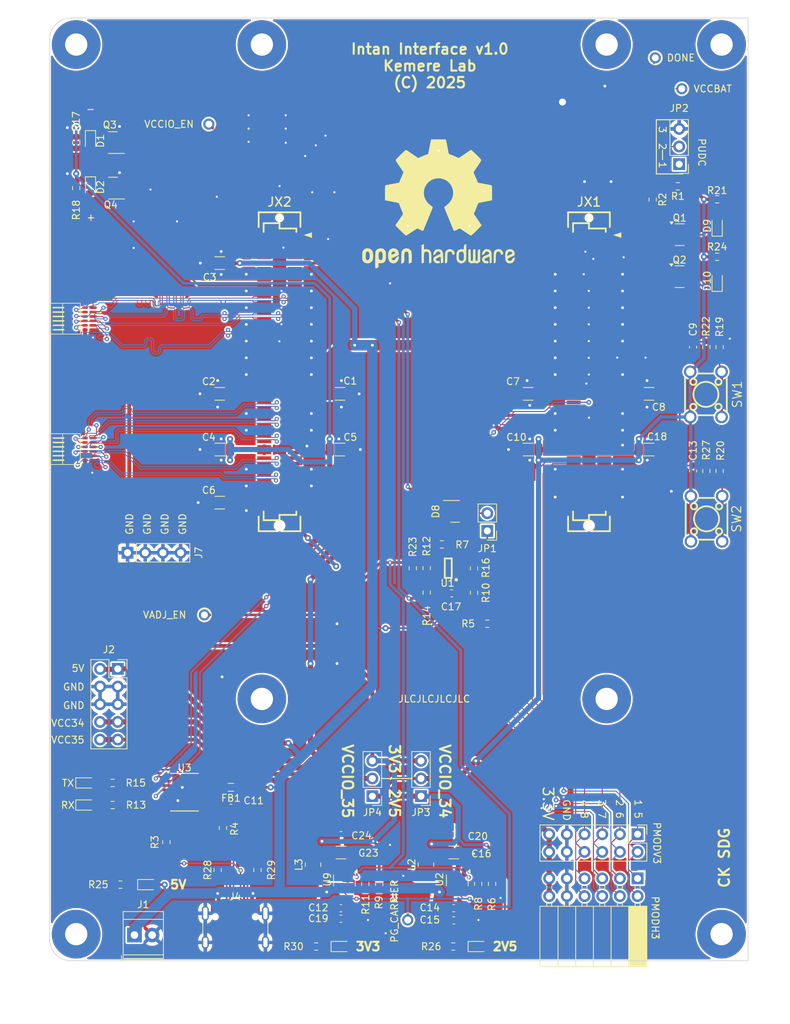
<source format=kicad_pcb>
(kicad_pcb (version 20241229) (generator "pcbnew") (generator_version "9.0")
  (title_block (title "MicroZed Intan Interface carrier board") (date "2025-08-18") (rev "1") (comment 1 "License: Creative Commons Zero") (comment 3 "(c) 2025 Caleb Kemere ") (comment 4 "derived from a 2023 Viktor Nikolov project"))
  (layers (0 "F.Cu" signal) (2 "B.Cu" power) (13 "F.Paste" user) (15 "B.Paste" user) (5 "F.SilkS" user "F.Silkscreen") (7 "B.SilkS" user "B.Silkscreen") (1 "F.Mask" user) (3 "B.Mask" user) (25 "Edge.Cuts" user))
  (net 0 "")
  (net 1 "+5V")
  (net 2 "GND")
  (net 3 "Net-(JP1-A)")
  (net 4 "/VADJ_EN")
  (net 5 "PG_CARRIER")
  (net 6 "VCCIO_35")
  (net 7 "VCCIO_34")
  (net 8 "Net-(U3-3V3OUT)")
  (net 9 "Net-(D2-A)")
  (net 10 "Net-(D1-K)")
  (net 11 "PWR_EN")
  (net 12 "Net-(D1-A)")
  (net 13 "Net-(D2-K)")
  (net 14 "VCCIO_EN")
  (net 15 "Net-(D3-K)")
  (net 16 "Net-(D4-K)")
  (net 22 "Net-(JX1-VCCBATT)")
  (net 23 "Net-(JX1-DONE)")
  (net 24 "/JX1_connections/IO_25")
  (net 25 "/JX1_connections/IO_0")
  (net 26 "/JX1_connections/IO_L1P")
  (net 27 "/JX1_connections/IO_L1N")
  (net 28 "/JX1_connections/IO_L2P")
  (net 29 "/JX1_connections/IO_L2N")
  (net 31 "/JX1_connections/IO_L4P")
  (net 32 "/JX1_connections/IO_L4N")
  (net 33 "/JX1_connections/IO_L3N")
  (net 34 "/JX1_connections/IO_L9P")
  (net 35 "/JX1_connections/IO_L9N")
  (net 36 "/JX1_connections/IO_L12P")
  (net 47 "/JX2_connections/IO_L6N_13")
  (net 50 "+2V5")
  (net 51 "/JX1_connections/IO_L6P")
  (net 52 "+3V3")
  (net 57 "/JX1_connections/IO_L6N")
  (net 58 "/JX1_connections/IO_L8P")
  (net 59 "/JX1_connections/IO_L8N")
  (net 60 "/JX1_connections/IO_L11P")
  (net 61 "/JX1_connections/IO_L11N")
  (net 62 "/JX1_connections/IO_L10P")
  (net 63 "/JX1_connections/IO_L10N")
  (net 64 "/JX1_connections/IO_L12N")
  (net 65 "/JX1_connections/IO_L14P")
  (net 66 "/JX1_connections/IO_L14N")
  (net 67 "/JX1_connections/IO_L16P")
  (net 68 "/JX1_connections/IO_L16N")
  (net 69 "Net-(U3-VCC)")
  (net 70 "/JX1_connections/SWITCH2")
  (net 71 "/JX1_connections/SWITCH1")
  (net 72 "/JX1_connections/LED2")
  (net 73 "/JX1_connections/IO_L17P")
  (net 74 "/JX1_connections/IO_L17N")
  (net 75 "/JX1_connections/IO_L19P")
  (net 76 "/JX1_connections/IO_L19N")
  (net 77 "/JX1_connections/IO_L21P")
  (net 78 "/JX1_connections/IO_L21N")
  (net 79 "/JX1_connections/IO_L15P")
  (net 80 "/JX1_connections/IO_L15N")
  (net 81 "/JX1_connections/IO_L23P")
  (net 82 "/JX1_connections/IO_L23N")
  (net 83 "/JX1_connections/IO_L11P_13")
  (net 84 "/JX1_connections/IO_L11N_13")
  (net 85 "/JX1_connections/IO_L15P_13")
  (net 86 "/JX1_connections/IO_L15N_13")
  (net 87 "/JX1_connections/XADC_VP")
  (net 88 "/JX1_connections/XADC_VN")
  (net 89 "/JX1_connections/XADC_DXN")
  (net 90 "/JX1_connections/XADC_DXP")
  (net 91 "/JX1_connections/IO_L19P_13")
  (net 92 "/JX1_connections/IO_L19N_13")
  (net 93 "/JX1_connections/IO_L12N_13")
  (net 94 "/JX2_connections/IO_L14P")
  (net 95 "/JX2_connections/IO_L14N")
  (net 96 "/JX2_connections/IO_L22_13_P")
  (net 97 "/JX2_connections/IO_L22_13_N")
  (net 98 "Net-(U1--)")
  (net 99 "Net-(JP2-C)")
  (net 100 "/JX1_connections/PUDC_B")
  (net 101 "Net-(D5-K)")
  (net 102 "Net-(D6-K)")
  (net 104 "USB_D-")
  (net 105 "USB_D+")
  (net 106 "Net-(J4-CC2)")
  (net 108 "Net-(J4-CC1)")
  (net 110 "Net-(U2-FB)")
  (net 111 "Net-(U9-FB)")
  (net 113 "/JX1_connections/IO_L13P_T2_MRCC")
  (net 114 "/JX1_connections/IO_L18P")
  (net 115 "/JX1_connections/IO_L18N")
  (net 116 "/JX1_connections/IO_L20P")
  (net 117 "/JX1_connections/IO_L20N")
  (net 118 "/JX1_connections/IO_L22P")
  (net 119 "/JX1_connections/IO_L22N")
  (net 120 "/JX1_connections/IO_L24P")
  (net 121 "/JX1_connections/IO_L24N")
  (net 122 "/JX2_connections/IO_L13P")
  (net 123 "/JX2_connections/IO_L13N")
  (net 124 "/JX2_connections/IO_L16P")
  (net 125 "/JX2_connections/IO_L16N")
  (net 126 "/JX2_connections/IO_L18P")
  (net 127 "/JX2_connections/IO_L18N")
  (net 128 "/JX2_connections/IO_L20P")
  (net 129 "/JX2_connections/IO_L20N")
  (net 130 "/JX2_connections/IO_L21P")
  (net 131 "/JX2_connections/IO_L21N")
  (net 132 "/JX2_connections/IO_L23P")
  (net 133 "/JX2_connections/IO_L23N")
  (net 134 "/JX2_connections/LED0")
  (net 135 "/JX2_connections/LED1")
  (net 136 "/JX1_connections/LED3")
  (net 138 "Net-(SW1-A)")
  (net 139 "Net-(SW2-A)")
  (net 144 "/JX1_connections/IO_L12P_13")
  (net 145 "/JX2_connections/IO_L20_13_P")
  (net 146 "/JX2_connections/IO_L20_13_N")
  (net 149 "SW_2V5")
  (net 150 "Net-(D6-A)")
  (net 151 "Net-(D7-K)")
  (net 152 "Net-(D7-A)")
  (net 154 "SW_3V3")
  (net 155 "Net-(JP1-B)")
  (net 156 "IO_L7P")
  (net 157 "IO_L7N")
  (net 158 "/JX2_connections/IO_L21_13_N")
  (net 159 "/JX2_connections/IO_L21_13_P")
  (net 160 "/JX2_connections/IO_L10P")
  (net 161 "/JX2_connections/IO_L10N")
  (net 162 "/JX2_connections/IO_L12N")
  (net 163 "/JX2_connections/IO_L12P")
  (net 164 "IO_L15P")
  (net 165 "IO_L15N")
  (net 166 "IO_L6P")
  (net 167 "IO_L3N")
  (net 168 "IO_L3P")
  (net 169 "IO_L6N")
  (net 170 "IO_L5P")
  (net 171 "IO_L4P")
  (net 172 "IO_L5N")
  (net 173 "IO_L4N")
  (net 174 "/JX2_connections/IO_L8P")
  (net 175 "/JX2_connections/IO_L8N")
  (net 176 "IO_L17N")
  (net 177 "IO_L17P")
  (net 178 "IO_L22N")
  (net 179 "IO_L19P")
  (net 180 "IO_L24P")
  (net 181 "/JX2_connections/IO_L11P")
  (net 182 "IO_L22P")
  (net 183 "IO_L24N")
  (net 184 "IO_L19N")
  (net 185 "/JX2_connections/IO_L11N")
  (net 186 "/JX2_connections/IO_L9N")
  (net 187 "/JX2_connections/IO_L9P")
  (net 189 "Net-(D9-K)")
  (net 190 "Net-(D10-K)")
  (net 191 "Net-(D9-A)")
  (net 192 "Net-(D10-A)")
  (net 193 "Net-(U3-USBDP)")
  (net 194 "Net-(U3-USBDM)")
  (footprint "Capacitor_SMD:C_0603_1608Metric" (layer "F.Cu") (at 93.612 176.108)
    (property "Reference" "C14")
    (property "Value" "10uF 10V")
  )
  (footprint "Resistor_SMD:R_0603_1608Metric" (layer "F.Cu") (at 87.72 127.285 -90)
    (property "Reference" "R23")
    (property "Value" "100K")
  )
  (footprint "TerminalBlock_TE-Connectivity:TerminalBlock_TE_282834-2_1x02_P2.54mm_Horizontal" (layer "F.Cu") (at 47.74 179.96)
    (property "Reference" "J1")
    (property "Value" "Screw_Terminal_01x02" (hide yes))
  )
  (footprint "Resistor_SMD:R_0603_1608Metric" (layer "F.Cu") (at 89.72 127.26 90)
    (property "Reference" "R12")
    (property "Value" "3K")
  )
  (footprint "Connector_PinSocket_2.54mm:PinSocket_2x05_P2.54mm_Vertical" (layer "F.Cu") (at 45.339 141.732)
    (property "Reference" "J2")
    (property "Value" "Conn_02x05_Odd_Even")
  )
  (footprint "Resistor_SMD:R_0603_1608Metric" (layer "F.Cu") (at 131.445 74.295)
    (property "Reference" "R21")
    (property "Value" "150R" (hide yes))
  )
  (footprint "Resistor_SMD:R_0603_1608Metric" (layer "F.Cu") (at 99.112 172.608 -90)
    (property "Reference" "R6")
    (property "Value" "316k 1%")
  )
  (footprint "LED_SMD:LED_0603_1608Metric" (layer "F.Cu") (at 41.4274 65.91069 -90)
    (property "Reference" "D1")
    (property "Value" "LED0")
  )
  (footprint "Viktor:PMOD_Socket_Vertical" (layer "F.Cu") (at 120.015 168.021 -90)
    (property "Reference" "PMODV3")
    (property "Value" "~")
  )
  (footprint "Resistor_SMD:R_0603_1608Metric" (layer "F.Cu") (at 45.72 172.72 180)
    (property "Reference" "R25")
    (property "Value" "4K87" (hide yes))
  )
  (footprint "Resistor_SMD:R_0603_1608Metric" (layer "F.Cu") (at 60.452 164.592 90)
    (property "Reference" "R4")
    (property "Value" "27R")
  )
  (footprint "Package_TO_SOT_SMD:SOT-23-6" (layer "F.Cu") (at 77.9 172.111299 -90)
    (property "Reference" "U9")
    (property "Value" "TLV62568DDC")
  )
  (footprint "Package_TO_SOT_SMD:SOT-23" (layer "F.Cu") (at 126.0325 85.405)
    (property "Reference" "Q2")
    (property "Value" "BSS138")
  )
  (footprint "Viktor:Switch-TH_4P-L6.0-W6.0-P4.50-LS6.5" (layer "F.Cu") (at 129.921 120.180862 90)
    (property "Reference" "SW2")
    (property "Value" "SW_MEC_5E" (hide yes))
  )
  (footprint "Capacitor_SMD:C_0603_1608Metric" (layer "F.Cu") (at 93.612 177.858 180)
    (property "Reference" "C15")
    (property "Value" "100nF")
  )
  (footprint "Resistor_SMD:R_0603_1608Metric" (layer "F.Cu") (at 39.37 72.6846 -90)
    (property "Reference" "R18")
    (property "Value" "150R" (hide yes))
  )
  (footprint "Capacitor_SMD:C_1206_3216Metric" (layer "F.Cu") (at 77.4 168.111299 180)
    (property "Reference" "C23")
    (property "Value" "22uF 10V")
  )
  (footprint "LED_SMD:LED_0603_1608Metric" (layer "F.Cu") (at 131.445 86.0275 90)
    (property "Reference" "D10")
    (property "Value" "LED3")
  )
  (footprint "Resistor_SMD:R_0603_1608Metric" (layer "F.Cu") (at 39.37 66.14814 -90)
    (property "Reference" "R17")
    (property "Value" "150R" (hide yes))
  )
  (footprint "Resistor_SMD:R_0603_1608Metric" (layer "F.Cu") (at 65.405 170.625 90)
    (property "Reference" "R29")
    (property "Value" "5K1")
  )
  (footprint "Viktor:BergStak-100pos-plug-61083-101400" (layer "F.Cu") (at 113.03 99.06 -90)
    (property "Reference" "JX1")
    (property "Value" "~")
  )
  (footprint "Viktor:PMOD_Socket_Horizontal" (layer "F.Cu") (at 107.315 171.831 90)
    (property "Reference" "PMODH3")
    (property "Value" "~")
  )
  (footprint "Capacitor_SMD:C_0603_1608Metric" (layer "F.Cu") (at 77.4 165.611299)
    (property "Reference" "C24")
    (property "Value" "100nF")
  )
  (footprint "Viktor:BergStak-100pos-plug-61083-101400" (layer "F.Cu") (at 68.58 99.06 -90)
    (property "Reference" "JX2")
    (property "Value" "~")
  )
  (footprint "Viktor:TestPoint__Drill1.0mm" (layer "F.Cu") (at 122.555 53.975 180)
    (property "Reference" "TP12" (hide yes))
    (property "Value" "DONE")
  )
  (footprint "Resistor_SMD:R_0603_1608Metric" (layer "F.Cu") (at 131.798068 113.30793 -90)
    (property "Reference" "R20")
    (property "Value" "100R" (hide yes))
  )
  (footprint "Viktor:MountingHole_3.2mm_Pad_7mm" (layer "F.Cu") (at 115.57 52.07)
    (property "Reference" "H2" (hide yes))
    (property "Value" "~" (hide yes))
  )
  (footprint "Connector_PinHeader_2.54mm:PinHeader_1x03_P2.54mm_Vertical" (layer "F.Cu") (at 125.9907 69.255 180)
    (property "Reference" "JP2")
    (property "Value" "PUDC selection" (hide yes))
  )
  (footprint "Viktor:SOT-25-5_L3.0-W1.8-P0.95-LS3.0-BR" (layer "F.Cu") (at 92.82 127.285)
    (property "Reference" "U1")
    (property "Value" "AP331A")
  )
  (footprint "Capacitor_SMD:C_1206_3216Metric" (layer "F.Cu") (at 59.993 83.459955 180)
    (property "Reference" "C3")
    (property "Value" "22uF" (hide yes))
  )
  (footprint "Symbol:OSHW-Logo2_24.3x20mm_SilkScreen" (layer "F.Cu") (at 91.4146 74.93)
    (property "Reference" "OpenHW logo" (hide yes))
    (property "Value" "OSHW-Logo2_24.3x20mm_SilkScreen" (hide yes))
  )
  (footprint "Resistor_SMD:R_0603_1608Metric" (layer "F.Cu") (at 129.893068 113.30793 -90)
    (property "Reference" "R27")
    (property "Value" "3K3" (hide yes))
  )
  (footprint "LED_SMD:LED_0603_1608Metric" (layer "F.Cu") (at 40.7925 158.115)
    (property "Reference" "D7")
    (property "Value" "TX")
  )
  (footprint "Resistor_SMD:R_0603_1608Metric" (layer "F.Cu") (at 89.72 130.785 -90)
    (property "Reference" "R14")
    (property "Value" "316k 1%")
  )
  (footprint "Capacitor_SMD:C_1206_3216Metric" (layer "F.Cu") (at 93.612 168.108 180)
    (property "Reference" "C16")
    (property "Value" "22uF 10V")
  )
  (footprint "Resistor_SMD:R_0603_1608Metric" (layer "F.Cu") (at 80.9 172.611299 90)
    (property "Reference" "R11")
    (property "Value" "100k 1%")
  )
  (footprint "Viktor:TestPoint__Drill1.0mm" (layer "F.Cu") (at 57.785 133.985 180)
    (property "Reference" "TP8" (hide yes))
    (property "Value" "VADJ_EN")
  )
  (footprint "Capacitor_SMD:C_0603_1608Metric" (layer "F.Cu") (at 77.4 176.111299)
    (property "Reference" "C12")
    (property "Value" "10uF 10V")
  )
  (footprint "Resistor_SMD:R_0603_1608Metric" (layer "F.Cu") (at 52.324 166.624 90)
    (property "Reference" "R3")
    (property "Value" "27R")
  )
  (footprint "Viktor:Switch-TH_4P-L6.0-W6.0-P4.50-LS6.5" (layer "F.Cu") (at 129.830068 102.30993 90)
    (property "Reference" "SW1")
    (property "Value" "SW_MEC_5E" (hide yes))
  )
  (footprint "Viktor:TestPoint__Drill1.0mm" (layer "F.Cu") (at 86.995 177.8)
    (property "Reference" "TP10" (hide yes))
    (property "Value" "PG_CARRIER")
  )
  (footprint "Viktor:TestPoint__Drill1.0mm" (layer "F.Cu") (at 126.365 58.42)
    (property "Reference" "TP11" (hide yes))
    (property "Value" "VCCBAT")
  )
  (footprint "Resistor_SMD:R_0603_1608Metric" (layer "F.Cu") (at 97.112 172.608 90)
    (property "Reference" "R8")
    (property "Value" "100k 1%")
  )
  (footprint "Capacitor_SMD:C_1206_3216Metric" (layer "F.Cu") (at 121.666 110.236)
    (property "Reference" "C18")
    (property "Value" "22uF" (hide yes))
  )
  (footprint "Resistor_SMD:R_0603_1608Metric" (layer "F.Cu") (at 96.52 127.31 90)
    (property "Reference" "R16")
    (property "Value" "1K 1%")
  )
  (footprint "Resistor_SMD:R_0603_1608Metric" (layer "F.Cu") (at 44.6025 161.29 180)
    (property "Reference" "R13")
    (property "Value" "133R" (hide yes))
  )
  (footprint "IntanInterface:OMNETICS_PZN-12-AA" (layer "F.Cu") (at 40.64 110.1725 -90)
    (property "Reference" "U8" (hide yes))
    (property "Value" "~")
  )
  (footprint "Inductor_SMD:L_1008_2520Metric" (layer "F.Cu") (at 73.4 169.861299 90)
    (property "Reference" "L3")
    (property "Value" "1 uH")
  )
  (footprint "Capacitor_SMD:C_0603_1608Metric" (layer "F.Cu") (at 61.595 160.655)
    (property "Reference" "C11")
    (property "Value" "100nF")
  )
  (footprint "LED_SMD:LED_0603_1608Metric" (layer "F.Cu") (at 41.4274 72.55129 -90)
    (property "Reference" "D2")
    (property "Value" "LED1")
  )
  (footprint "Resistor_SMD:R_0603_1608Metric" (layer "F.Cu") (at 91.895 123.86 180)
    (property "Reference" "R7")
    (property "Value" "10K")
  )
  (footprint "Capacitor_SMD:C_0603_1608Metric" (layer "F.Cu") (at 127.988068 95.52793 -90)
    (property "Reference" "C9")
    (property "Value" "100nF" (hide yes))
  )
  (footprint "Resistor_SMD:R_0603_1608Metric" (layer "F.Cu") (at 73.85 181.61 180)
    (property "Reference" "R30")
    (property "Value" "1K54" (hide yes))
  )
  (footprint "Capacitor_SMD:C_1206_3216Metric" (layer "F.Cu") (at 104.2942 102.235 180)
    (property "Reference" "C7")
    (property "Value" "22uF" (hide yes))
  )
  (footprint "Viktor:TestPoint__Drill1.0mm" (layer "F.Cu") (at 58.42 63.5 180)
    (property "Reference" "TP7" (hide yes))
    (property "Value" "VCCIO_EN")
  )
  (footprint "Resistor_SMD:R_0603_1608Metric" (layer "F.Cu") (at 44.6025 158.115 180)
    (property "Reference" "R15")
    (property "Value" "133R" (hide yes))
  )
  (footprint "LED_SMD:LED_0603_1608Metric" (layer "F.Cu") (at 40.7925 161.29)
    (property "Reference" "D6")
    (property "Value" "RX")
  )
  (footprint "Capacitor_SMD:C_1206_3216Metric" (layer "F.Cu") (at 121.666 102.235)
    (property "Reference" "C8")
    (property "Value" "22uF" (hide yes))
  )
  (footprint "LED_SMD:LED_0603_1608Metric" (layer "F.Cu") (at 131.445 78.105 90)
    (property "Reference" "D9")
    (property "Value" "LED2")
  )
  (footprint "Viktor:MountingHole_3.2mm_Pad_7mm" (layer "F.Cu") (at 39.37 52.07)
    (property "Reference" "H5" (hide yes))
    (property "Value" "~" (hide yes))
  )
  (footprint "Resistor_SMD:R_0603_1608Metric" (layer "F.Cu") (at 96.52 130.81 90)
    (property "Reference" "R10")
    (property "Value" "5K6 1%")
  )
  (footprint "Viktor:MountingHole_3.2mm_Pad_7mm" (layer "F.Cu") (at 66.04 146.05)
    (property "Reference" "H3" (hide yes))
    (property "Value" "~" (hide yes))
  )
  (footprint "Resistor_SMD:R_0603_1608Metric" (layer "F.Cu") (at 82.9 172.611299 -90)
    (property "Reference" "R9")
    (property "Value" "453k 1%")
  )
  (footprint "Resistor_SMD:R_0603_1608Metric" (layer "F.Cu") (at 93.535 181.61 180)
    (property "Reference" "R26")
    (property "Value" "1K54" (hide yes))
  )
  (footprint "Resistor_SMD:R_0603_1608Metric" (layer "F.Cu") (at 125.8007 72.43)
    (property "Reference" "R1")
    (property "Value" "1K" (hide yes))
  )
  (footprint "Viktor:MountingHole_3.2mm_Pad_7mm" (layer "F.Cu") (at 132.08 179.832)
    (property "Reference" "H8" (hide yes))
    (property "Value" "~" (hide yes))
  )
  (footprint "Resistor_SMD:R_0603_1608Metric" (layer "F.Cu") (at 98.425 135.255 180)
    (property "Reference" "R5")
    (property "Value" "1K")
  )
  (footprint "Capacitor_SMD:C_1206_3216Metric" (layer "F.Cu") (at 59.993 117.856 180)
    (property "Reference" "C6")
    (property "Value" "22uF")
  )
  (footprint "Connector_PinHeader_2.54mm:PinHeader_1x03_P2.54mm_Vertical" (layer "F.Cu") (at 88.9 160.02 180)
    (property "Reference" "JP3")
    (property "Value" "Jumper_3_Bridged12" (hide yes))
  )
  (footprint "Viktor:MountingHole_3.2mm_Pad_7mm" (layer "F.Cu") (at 132.08 52.07)
    (property "Reference" "H6" (hide yes))
    (property "Value" "~" (hide yes))
  )
  (footprint "Capacitor_SMD:C_0603_1608Metric" (layer "F.Cu") (at 77.4 177.611299 180)
    (property "Reference" "C19")
    (property "Value" "100nF")
  )
  (footprint "LED_SMD:LED_0603_1608Metric" (layer "F.Cu") (at 77.47 181.61)
    (property "Reference" "D5" (hide yes))
    (property "Value" "LED 3V3" (hide yes))
  )
  (footprint "Package_SO:SSOP-16_3.9x4.9mm_P0.635mm" (layer "F.Cu") (at 54.9275 159.445)
    (property "Reference" "U3")
    (property "Value" "FT230XS")
  )
  (footprint "Resistor_SMD:R_0603_1608Metric" (layer "F.Cu") (at 59.69 170.625 90)
    (property "Reference" "R28")
    (property "Value" "5K1")
  )
  (footprint "Inductor_SMD:L_0805_2012Metric" (layer "F.Cu") (at 61.595 158.75 180)
    (property "Reference" "FB1")
    (property "Value" "FerriteBead")
  )
  (footprint "Capacitor_SMD:C_1206_3216Metric" (layer "F.Cu") (at 77.265 102.235)
    (property "Reference" "C1")
    (property "Value" "22uF 10V" (hide yes))
  )
  (footprint "Inductor_SMD:L_1008_2520Metric" (layer "F.Cu") (at 89.612 169.858 90)
    (property "Reference" "L2")
    (property "Value" "1 uH")
  )
  (footprint "Package_TO_SOT_SMD:SOT-23" (layer "F.Cu") (at 93.7825 119.11)
    (property "Reference" "D8")
    (property "Value" "BAT54C")
  )
  (footprint "Resistor_SMD:R_0603_1608Metric" (layer "F.Cu") (at 122.1807 74.335 -90)
    (property "Reference" "R2")
    (property "Value" "100R" (hide yes))
  )
  (footprint "Package_TO_SOT_SMD:SOT-23" (layer "F.Cu") (at 44.6555 72.6846 180)
    (property "Reference" "Q4")
    (property "Value" "BSS138" (hide yes))
  )
  (footprint "Resistor_SMD:R_0603_1608Metric" (layer "F.Cu") (at 129.893068 95.52793 -90)
    (property "Reference" "R22")
    (property "Value" "3K3" (hide yes))
  )
  (footprint "Resistor_SMD:R_0603_1608Metric" (layer "F.Cu") (at 131.798068 95.52793 -90)
    (property "Reference" "R19")
    (property "Value" "100R" (hide yes))
  )
  (footprint "Capacitor_SMD:C_1206_3216Metric" (layer "F.Cu") (at 77.265 110.236 180)
    (property "Reference" "C5")
    (property "Value" "22uF" (hide yes))
  )
  (footprint "Package_TO_SOT_SMD:SOT-23" (layer "F.Cu") (at 44.6255 66.14814 180)
    (property "Reference" "Q3")
    (property "Value" "BSS138" (hide yes))
  )
  (footprint "Package_TO_SOT_SMD:SOT-23" (layer "F.Cu") (at 126.0625 79.375)
    (property "Reference" "Q1")
    (property "Value" "BSS138")
  )
  (footprint "Capacitor_SMD:C_1206_3216Metric" (layer "F.Cu") (at 104.2942 110.236 180)
    (property "Reference" "C10")
    (property "Value" "22uF" (hide yes))
  )
  (footprint "Capacitor_SMD:C_0603_1608Metric" (layer "F.Cu") (at 93.32 130.885)
    (property "Reference" "C17")
    (property "Value" "100nF")
  )
  (footprint "Connector_PinHeader_2.54mm:PinHeader_1x03_P2.54mm_Vertical" (layer "F.Cu") (at 81.915 160.02 180)
    (property "Reference" "JP4")
    (property "Value" "Jumper_3_Bridged12" (hide yes))
  )
  (footprint "LED_SMD:LED_0603_1608Metric" (layer "F.Cu") (at 49.6825 172.72)
    (property "Reference" "D3" (hide yes))
    (property "Value" "LED 5V" (hide yes))
  )
  (footprint "Resistor_SMD:R_0603_1608Metric" (layer "F.Cu") (at 131.445 82.55)
    (property "Reference" "R24")
    (property "Value" "150R" (hide yes))
  )
  (footprint "LED_SMD:LED_0603_1608Metric" (layer "F.Cu") (at 97.155 181.61)
    (property "Reference" "D4" (hide yes))
    (property "Value" "LED 2V5" (hide yes))
  )
  (footprint "Viktor:MountingHole_3.2mm_Pad_7mm" (layer "F.Cu") (at 39.37 179.832)
    (property "Reference" "H7" (hide yes))
    (property "Value" "~" (hide yes))
  )
  (footprint "Connector_USB:USB_C_Receptacle_GCT_USB4105-xx-A_16P_TopMnt_Horizontal" (layer "F.Cu") (at 62.23 179.945)
    (property "Reference" "J4")
    (property "Value" "USB_C_Receptacle_USB2.0_16P")
  )
  (footprint "Capacitor_SMD:C_0603_1608Metric" (layer "F.Cu") (at 127.988068 113.30793 -90)
    (property "Reference" "C13")
    (property "Value" "100nF" (hide yes))
  )
  (footprint "Viktor:MountingHole_3.2mm_Pad_7mm" (layer "F.Cu") (at 66.04 52.07)
    (property "Reference" "H1" (hide yes))
    (property "Value" "~" (hide yes))
  )
  (footprint "Package_TO_SOT_SMD:SOT-23-6" (layer "F.Cu") (at 94.112 172.108 -90)
    (property "Reference" "U2")
    (property "Value" "TLV62568DDC")
  )
  (footprint "Capacitor_SMD:C_1206_3216Metric" (layer "F.Cu") (at 59.993 110.236 180)
    (property "Reference" "C4")
    (property "Value" "22uF" (hide yes))
  )
  (footprint "Capacitor_SMD:C_0603_1608Metric" (layer "F.Cu") (at 93.612 165.608)
    (property "Reference" "C20")
    (property "Value" "100nF")
  )
  (footprint "Capacitor_SMD:C_1206_3216Metric" (layer "F.Cu") (at 59.993 102.235 180)
    (property "Reference" "C2")
    (property "Value" "22uF" (hide yes))
  )
  (footprint "IntanInterface:OMNETICS_PZN-12-AA" (layer "F.Cu") (at 40.64 91.44 -90)
    (property "Reference" "U7" (hide yes))
    (property "Value" "~")
  )
  (footprint "Viktor:MountingHole_3.2mm_Pad_7mm" (layer "F.Cu") (at 115.57 146.05)
    (property "Reference" "H4" (hide yes))
    (property "Value" "~" (hide yes))
  )
  (footprint "Connector_PinHeader_2.54mm:PinHeader_1x04_P2.54mm_Vertical" (layer "F.Cu") (at 46.745 125.055 90)
    (property "Reference" "J7")
    (property "Value" "GND header for probes")
  )
  (footprint "Connector_PinHeader_2.54mm:PinHeader_1x02_P2.54mm_Vertical" (layer "F.Cu") (at 98.425 121.92 180)
    (property "Reference" "JP1")
    (property "Value" "Jumper_2_Open" (hide yes))
  )
  (gr_line (start 123.6003 67.2456) (end 123.6003 68.5918) (stroke (width 0.15)) (layer "F.SilkS"))
  (gr_line (start 122.6993 62.865) (end 122.7113 70.652) (stroke (width 0.15)) (layer "F.SilkS"))
  (gr_line (start 122.7113 70.652) (end 126.5321 70.652) (stroke (width 0.15)) (layer "F.SilkS"))
  (gr_line (start 83.185 157.48) (end 87.63 157.48) (stroke (width 0.15)) (layer "F.SilkS"))
  (gr_line (start 124.9507 62.865) (end 122.6993 62.865) (stroke (width 0.15)) (layer "F.SilkS"))
  (gr_arc (start 38.608 183.642) (mid 36.452739 182.749261) (end 35.56 180.594) (stroke (width 0.1)) (layer "Edge.Cuts"))
  (gr_line (start 135.89 183.642) (end 135.89 48.26) (stroke (width 0.1)) (layer "Edge.Cuts"))
  (gr_line (start 38.608 48.26) (end 135.89 48.26) (stroke (width 0.1)) (layer "Edge.Cuts"))
  (gr_line (start 35.56 51.308) (end 35.56 180.594) (stroke (width 0.1)) (layer "Edge.Cuts"))
  (gr_line (start 38.608 183.642) (end 135.89 183.642) (stroke (width 0.1)) (layer "Edge.Cuts"))
  (gr_arc (start 35.56 51.308) (mid 36.452739 49.152739) (end 38.608 48.26) (stroke (width 0.1)) (layer "Edge.Cuts"))
  (gr_text "2V5" (at 99.06 181.61 0) (layer "F.SilkS") (effects (font (size 1.25 1.25) (thickness 0.3) (bold yes)) (justify left)))
  (gr_text "5" (at 119.507 162.179 270) (layer "F.SilkS") (effects (font (size 1 1)) (justify left bottom)))
  (gr_text "2V5" (at 85.09 158.75 -90) (layer "F.SilkS") (effects (font (size 1.5 1.5) (thickness 0.3) (bold yes)) (justify left)))
  (gr_text "2" (at 116.84 160.401 270) (layer "F.SilkS") (effects (font (size 1 1)) (justify left bottom)))
  (gr_text "PUDC" (at 128.6587 65.445 -90) (layer "F.SilkS") (effects (font (size 1 1)) (justify left bottom)))
  (gr_text "Intan Interface v1.0\nKemere Lab\n(C) 2025" (at 90.17 58.42 0) (layer "F.SilkS") (effects (font (size 1.5 1.5) (thickness 0.3) (bold yes)) (justify bottom)))
  (gr_text "1" (at 119.507 160.401 270) (layer "F.SilkS") (effects (font (size 1 1)) (justify left bottom)))
  (gr_text "6" (at 116.84 162.179 270) (layer "F.SilkS") (effects (font (size 1 1)) (justify left bottom)))
  (gr_text "-" (at 40.7162 61.914 0) (layer "F.SilkS") (effects (font (size 1 1)) (justify left bottom)))
  (gr_text "3V3" (at 85.09 152.4 -90) (layer "F.SilkS") (effects (font (size 1.5 1.5) (thickness 0.3) (bold yes)) (justify left)))
  (gr_text "GND" (at 52.705 122.555 90) (layer "F.SilkS") (effects (font (size 1 1)) (justify left bottom)))
  (gr_text "VCCIO_34" (at 91.44 152.4 -90) (layer "F.SilkS") (effects (font (size 1.5 1.5) (thickness 0.3) (bold yes)) (justify left bottom)))
  (gr_text "VCC34" (at 40.64 150.114 0) (layer "F.SilkS") (effects (font (size 1 1)) (justify right bottom)))
  (gr_text "3.3V" (at 106.2736 158.5214 270) (layer "F.SilkS") (effects (font (size 1.5 1.5) (thickness 0.2)) (justify left bottom)))
  (gr_text "5V" (at 52.705 172.72 0) (layer "F.SilkS") (effects (font (size 1.25 1.25) (thickness 0.3) (bold yes)) (justify left)))
  (gr_text "3" (at 122.9907 63.715 -90) (layer "F.SilkS") (effects (font (size 1 1)) (justify left bottom)))
  (gr_text "GND" (at 40.64 147.574 0) (layer "F.SilkS") (effects (font (size 1 1)) (justify right bottom)))
  (gr_text "+" (at 40.767 77.47 0) (layer "F.SilkS") (effects (font (size 1 1)) (justify left bottom)))
  (gr_text "GND" (at 109.22 160.401 270) (layer "F.SilkS") (effects (font (size 1 1)) (justify left bottom)))
  (gr_text "1" (at 122.9907 68.795 -90) (layer "F.SilkS") (effects (font (size 1 1)) (justify left bottom)))
  (gr_text "GND" (at 40.64 144.907 0) (layer "F.SilkS") (effects (font (size 1 1)) (justify right bottom)))
  (gr_text "VCCIO_35" (at 77.47 152.4 270) (layer "F.SilkS") (effects (font (size 1.5 1.5) (thickness 0.3) (bold yes)) (justify left bottom)))
  (gr_text "VCC35" (at 40.64 152.527 0) (layer "F.SilkS") (effects (font (size 1 1)) (justify right bottom)))
  (gr_text "7" (at 114.3 162.179 270) (layer "F.SilkS") (effects (font (size 1 1)) (justify left bottom)))
  (gr_text "GND" (at 50.165 122.555 90) (layer "F.SilkS") (effects (font (size 1 1)) (justify left bottom)))
  (gr_text "GND" (at 55.245 122.555 90) (layer "F.SilkS") (effects (font (size 1 1)) (justify left bottom)))
  (gr_text "3" (at 114.3 160.401 270) (layer "F.SilkS") (effects (font (size 1 1)) (justify left bottom)))
  (gr_text "JLCJLCJLCJLC" (at 90.805 146.05 0) (layer "F.SilkS") (effects (font (size 1 1) (thickness 0.1524))))
  (gr_text "3V3" (at 79.375 181.61 0) (layer "F.SilkS") (effects (font (size 1.25 1.25) (thickness 0.3) (bold yes)) (justify left)))
  (gr_text "2" (at 122.9907 66.128 -90) (layer "F.SilkS") (effects (font (size 1 1)) (justify left bottom)))
  (gr_text "GND" (at 47.625 122.555 90) (layer "F.SilkS") (effects (font (size 1 1)) (justify left bottom)))
  (gr_text "4" (at 111.76 160.401 270) (layer "F.SilkS") (effects (font (size 1 1)) (justify left bottom)))
  (gr_text "8" (at 111.76 162.179 270) (layer "F.SilkS") (effects (font (size 1 1)) (justify left bottom)))
  (gr_text "5V" (at 40.64 142.24 0) (layer "F.SilkS") (effects (font (size 1 1)) (justify right bottom)))
  (gr_text "CK SDG" (at 133.35 173.355 90) (layer "F.SilkS") (effects (font (size 1.5 1.5) (thickness 0.3) (bold yes)) (justify left bottom)))
  (segment (start 66.379979 101.859969) (end 66.379979 102.235) (width 0.75) (layer "F.Cu") (net 1))
  (segment (start 115.230021 101.859969) (end 115.230021 102.235) (width 0.75) (layer "F.Cu") (net 1))
  (segment (start 110.829979 102.235) (end 115.230021 102.235) (width 0.75) (layer "F.Cu") (net 1))
  (segment (start 115.230021 102.235) (end 115.230021 102.660069) (width 0.75) (layer "F.Cu") (net 1))
  (segment (start 66.379979 83.459955) (end 62.865 83.459955) (width 0.53848) (layer "F.Cu") (net 1))
  (segment (start 59.83 176.265) (end 59.83 174.13) (width 0.53848) (layer "F.Cu") (net 1))
  (segment (start 93.345 132.715) (end 96.52 132.715) (width 0.222504) (layer "F.Cu") (net 1))
  (segment (start 105.7692 102.235) (end 105.7692 98.1492) (width 1.5) (layer "F.Cu") (net 1))
  (segment (start 91.32 129.96) (end 91.47 129.81) (width 0.381) (layer "F.Cu") (net 1))
  (segment (start 70.780021 101.859969) (end 70.780021 102.362) (width 0.75) (layer "F.Cu") (net 1))
  (segment (start 70.653021 102.235) (end 70.780021 102.362) (width 0.75) (layer "F.Cu") (net 1))
  (segment (start 115.230021 102.235) (end 120.191 102.235) (width 0.75) (layer "F.Cu") (net 1))
  (segment (start 89.87 128.235) (end 89.72 128.085) (width 0.381) (layer "F.Cu") (net 1))
  (segment (start 62.6575 158.75) (end 67.31 158.75) (width 0.381) (layer "F.Cu") (net 1))
  (segment (start 66.379979 102.235) (end 70.653021 102.235) (width 0.75) (layer "F.Cu") (net 1))
  (segment (start 70.653021 102.235) (end 75.79 102.235) (width 0.75) (layer "F.Cu") (net 1))
  (segment (start 96.52 131.635) (end 96.52 132.715) (width 0.222504) (layer "F.Cu") (net 1))
  (segment (start 59.83 174.13) (end 59.69 173.99) (width 0.53848) (layer "F.Cu") (net 1))
  (segment (start 75.79 102.235) (end 75.79 96.93) (width 1.5) (layer "F.Cu") (net 1))
  (segment (start 75.79 96.93) (end 77.47 95.25) (width 1.5) (layer "F.Cu") (net 1))
  (segment (start 96.52 134.175) (end 97.6 135.255) (width 0.222504) (layer "F.Cu") (net 1))
  (segment (start 89.72 129.96) (end 91.32 129.96) (width 0.381) (layer "F.Cu") (net 1))
  (segment (start 110.829979 101.859969) (end 110.829979 102.235) (width 0.75) (layer "F.Cu") (net 1))
  (segment (start 66.379979 102.235) (end 66.379979 102.660069) (width 0.75) (layer "F.Cu") (net 1))
  (segment (start 93.345 132.715) (end 90.17 135.89) (width 0.222504) (layer "F.Cu") (net 1))
  (segment (start 66.379979 102.235) (end 61.468 102.235) (width 0.75) (layer "F.Cu") (net 1))
  (segment (start 91.47 129.81) (end 92.545 130.885) (width 0.381) (layer "F.Cu") (net 1))
  (segment (start 64.63 174.13) (end 64.77 173.99) (width 0.53848) (layer "F.Cu") (net 1))
  (segment (start 79.375 95.25) (end 81.915 95.25) (width 1.5) (layer "F.Cu") (net 1))
  (segment (start 105.7692 98.1492) (end 102.87 95.25) (width 1.5) (layer "F.Cu") (net 1))
  (segment (start 110.829979 102.235) (end 110.829979 102.660069) (width 0.75) (layer "F.Cu") (net 1))
  (segment (start 105.7692 102.235) (end 110.829979 102.235) (width 0.75) (layer "F.Cu") (net 1))
  (segment (start 91.47 128.235) (end 91.47 129.81) (width 0.381) (layer "F.Cu") (net 1))
  (segment (start 90.17 135.89) (end 83.82 135.89) (width 0.222504) (layer "F.Cu") (net 1))
  (segment (start 81.915 95.25) (end 102.87 95.25) (width 1.5) (layer "F.Cu") (net 1))
  (segment (start 92.545 130.885) (end 92.545 131.915) (width 0.222504) (layer "F.Cu") (net 1))
  (segment (start 64.63 176.265) (end 64.63 174.13) (width 0.53848) (layer "F.Cu") (net 1))
  (segment (start 62.865 83.459955) (end 61.468 83.459955) (width 0.53848) (layer "F.Cu") (net 1))
  (segment (start 42.7228 141.8082) (end 45.2628 141.8082) (width 0.75) (layer "F.Cu") (net 1))
  (segment (start 51.562 141.732) (end 62.23 152.4) (width 0.75) (layer "F.Cu") (net 1))
  (segment (start 96.52 132.715) (end 96.52 134.175) (width 0.222504) (layer "F.Cu") (net 1))
  (segment (start 45.339 141.732) (end 51.562 141.732) (width 0.75) (layer "F.Cu") (net 1))
  (segment (start 52.07 172.72) (end 50.47 172.72) (width 0.381) (layer "F.Cu") (net 1))
  (segment (start 91.47 128.235) (end 89.87 128.235) (width 0.381) (layer "F.Cu") (net 1))
  (segment (start 92.545 131.915) (end 93.345 132.715) (width 0.222504) (layer "F.Cu") (net 1))
  (segment (start 62.23 152.4) (end 69.85 152.4) (width 0.75) (layer "F.Cu") (net 1))
  (segment (start 77.47 95.25) (end 79.375 95.25) (width 1.5) (layer "F.Cu") (net 1))
  (segment (start 70.780021 102.362) (end 70.780021 102.660069) (width 0.75) (layer "F.Cu") (net 1))
  (via (at 83.82 135.89) (size 0.88) (drill 0.4) (layers "F.Cu" "B.Cu") (net 1))
  (via (at 75.351199 173.7821) (size 0.88) (drill 0.4) (layers "F.Cu" "B.Cu") (net 1))
  (via (at 91.563199 173.778801) (size 0.88) (drill 0.4) (layers "F.Cu" "B.Cu") (net 1))
  (via (at 62.865 83.459955) (size 0.88) (drill 0.4) (layers "F.Cu" "B.Cu") (net 1))
  (via (at 67.31 158.75) (size 0.88) (drill 0.4) (layers "F.Cu" "B.Cu") (net 1))
  (via (at 81.915 95.25) (size 0.88) (drill 0.4) (layers "F.Cu" "B.Cu") (net 1))
  (via (at 64.77 173.99) (size 0.88) (drill 0.4) (layers "F.Cu" "B.Cu") (net 1))
  (via (at 79.375 95.25) (size 0.88) (drill 0.4) (layers "F.Cu" "B.Cu") (net 1))
  (via (at 59.69 173.99) (size 0.88) (drill 0.4) (layers "F.Cu" "B.Cu") (net 1))
  (via (at 69.85 152.4) (size 0.88) (drill 0.4) (layers "F.Cu" "B.Cu") (net 1))
  (via (at 52.07 172.72) (size 0.88) (drill 0.4) (layers "F.Cu" "B.Cu") (net 1))
  (segment (start 81.915 95.25) (end 79.375 95.25) (width 1.5) (layer "B.Cu") (net 1))
  (segment (start 47.74 178.955) (end 52.705 173.99) (width 1.5) (layer "B.Cu") (net 1))
  (segment (start 69.85 152.4) (end 71.755 154.305) (width 0.75) (layer "B.Cu") (net 1))
  (segment (start 81.915 135.89) (end 81.915 95.25) (width 1.5) (layer "B.Cu") (net 1))
  (segment (start 47.74 179.96) (end 47.74 178.955) (width 1.5) (layer "B.Cu") (net 1))
  (segment (start 81.915 144.145) (end 81.915 135.89) (width 1.5) (layer "B.Cu") (net 1))
  (segment (start 75.351199 173.7821) (end 68.58 173.7821) (width 1.5) (layer "B.Cu") (net 1))
  (segment (start 59.8979 173.7821) (end 59.69 173.99) (width 1.5) (layer "B.Cu") (net 1))
  (segment (start 72.845806 83.459955) (end 62.865 83.459955) (width 0.75) (layer "B.Cu") (net 1))
  (segment (start 91.012398 173.228) (end 91.563199 173.778801) (width 1.5) (layer "B.Cu") (net 1))
  (segment (start 83.82 135.89) (end 81.915 135.89) (width 0.222504) (layer "B.Cu") (net 1))
  (segment (start 75.351199 173.7821) (end 75.905299 173.228) (width 1.5) (layer "B.Cu") (net 1))
  (segment (start 67.31 158.75) (end 68.58 158.75) (width 0.381) (layer "B.Cu") (net 1))
  (segment (start 68.58 158.75) (end 68.58 157.48) (width 1.5) (layer "B.Cu") (net 1))
  (segment (start 52.705 173.99) (end 52.07 173.355) (width 0.381) (layer "B.Cu") (net 1))
  (segment (start 68.58 173.7821) (end 68.58 158.75) (width 1.5) (layer "B.Cu") (net 1))
  (segment (start 52.705 173.99) (end 59.69 173.99) (width 1.5) (layer "B.Cu") (net 1))
  (segment (start 52.07 173.355) (end 52.07 172.72) (width 0.381) (layer "B.Cu") (net 1))
  (segment (start 79.375 89.989149) (end 72.845806 83.459955) (width 0.75) (layer "B.Cu") (net 1))
  (segment (start 68.58 173.7821) (end 59.8979 173.7821) (width 1.5) (layer "B.Cu") (net 1))
  (segment (start 75.905299 173.228) (end 91.012398 173.228) (width 1.5) (layer "B.Cu") (net 1))
  (segment (start 68.58 157.48) (end 71.755 154.305) (width 1.5) (layer "B.Cu") (net 1))
  (segment (start 79.375 95.25) (end 79.375 89.989149) (width 0.75) (layer "B.Cu") (net 1))
  (segment (start 71.755 154.305) (end 81.915 144.145) (width 1.5) (layer "B.Cu") (net 1))
  (segment (start 68.585715 94.660085) (end 70.780021 94.660085) (width 0.146812) (layer "F.Cu") (net 2))
  (segment (start 70.780021 94.660085) (end 73.152 94.660085) (width 0.48) (layer "F.Cu") (net 2))
  (segment (start 117.094 97.028) (end 117.126131 97.060131) (width 0.381) (layer "F.Cu") (net 2))
  (segment (start 57.15 110.236) (end 58.518 110.236) (width 0.48) (layer "F.Cu") (net 2))
  (segment (start 70.780021 99.460177) (end 73.152 99.460177) (width 0.48) (layer "F.Cu") (net 2))
  (segment (start 68.86 92.2528) (end 68.852761 92.260039) (width 0.146812) (layer "F.Cu") (net 2))
  (segment (start 113.0046 87.4522) (end 113.012347 87.459947) (width 0.146812) (layer "F.Cu") (net 2))
  (segment (start 68.86 87.4522) (end 68.852253 87.459947) (width 0.146812) (layer "F.Cu") (net 2))
  (segment (start 70.780021 89.859993) (end 73.152 89.859993) (width 0.48) (layer "F.Cu") (net 2))
  (segment (start 41.79 113.45) (end 41.68 113.56) (width 0.146812) (layer "F.Cu") (net 2))
  (segment (start 63.803478 113.060099) (end 66.379979 113.060099) (width 0.48) (layer "F.Cu") (net 2))
  (segment (start 70.779767 109.859953) (end 72.385047 109.859953) (width 0.48) (layer "F.Cu") (net 2))
  (segment (start 56.994955 83.459955) (end 58.42 83.459955) (width 0.48) (layer "F.Cu") (net 2))
  (segment (start 63.803478 92.260039) (end 66.379979 92.260039) (width 0.48) (layer "F.Cu") (net 2))
  (segment (start 115.229767 109.859953) (end 117.597047 109.859953) (width 0.48) (layer "F.Cu") (net 2))
  (segment (start 63.803478 107.459907) (end 66.379979 107.459907) (width 0.48) (layer "F.Cu") (net 2))
  (segment (start 108.185749 94.660085) (end 110.76225 94.660085) (width 0.48) (layer "F.Cu") (net 2))
  (segment (start 58.518 102.235) (end 57.15 102.235) (width 0.75) (layer "F.Cu") (net 2))
  (segment (start 68.5546 94.6912) (end 68.523485 94.660085) (width 0.146812) (layer "F.Cu") (net 2))
  (segment (start 63.803478 87.459947) (end 66.379979 87.459947) (width 0.48) (layer "F.Cu") (net 2))
  (segment (start 113.03 105.059861) (end 115.229767 105.059861) (width 0.48) (layer "F.Cu") (net 2))
  (segment (start 66.379979 89.859993) (end 63.803478 89.859993) (width 0.48) (layer "F.Cu") (net 2))
  (segment (start 63.803478 105.059861) (end 66.379979 105.059861) (width 0.48) (layer "F.Cu") (net 2))
  (segment (start 115.229767 89.859993) (end 117.856 89.859993) (width 0.48) (layer "F.Cu") (net 2))
  (segment (start 108.185749 117.060091) (end 110.76225 117.060091) (width 0.48) (layer "F.Cu") (net 2))
  (segment (start 70.779767 107.459907) (end 73.152 107.459907) (width 0.48) (layer "F.Cu") (net 2))
  (segment (start 73.152 105.059861) (end 70.779767 105.059861) (width 0.48) (layer "F.Cu") (net 2))
  (segment (start 108.185749 92.260039) (end 110.76225 92.260039) (width 0.48) (layer "F.Cu") (net 2))
  (segment (start 108.185749 87.459947) (end 110.76225 87.459947) (width 0.48) (layer "F.Cu") (net 2))
  (segment (start 115.229767 87.459947) (end 117.856 87.459947) (width 0.48) (layer "F.Cu") (net 2))
  (segment (start 41.79 94.15) (end 41.78 94.16) (width 0.146812) (layer "F.Cu") (net 2))
  (segment (start 110.829979 89.859993) (end 113.0046 89.859993) (width 0.146812) (layer "F.Cu") (net 2))
  (segment (start 70.779767 115.459891) (end 73.152 115.459891) (width 0.48) (layer "F.Cu") (net 2))
  (segment (start 45.593 71.7184) (end 45.593 70.4708) (width 0.381) (layer "F.Cu") (net 2))
  (segment (start 58.518 117.856) (end 56.896 117.856) (width 0.53848) (layer "F.Cu") (net 2))
  (segment (start 68.852253 87.459947) (end 66.379979 87.459947) (width 0.146812) (layer "F.Cu") (net 2))
  (segment (start 68.852761 92.260039) (end 66.379979 92.260039) (width 0.146812) (layer "F.Cu") (net 2))
  (segment (start 115.229767 94.660085) (end 117.856 94.660085) (width 0.48) (layer "F.Cu") (net 2))
  (segment (start 66.379979 97.060131) (end 63.803478 97.060131) (width 0.48) (layer "F.Cu") (net 2))
  (segment (start 108.185749 105.059861) (end 110.76225 105.059861) (width 0.48) (layer "F.Cu") (net 2))
  (segment (start 68.867239 92.260039) (end 70.780021 92.260039) (width 0.146812) (layer "F.Cu") (net 2))
  (segment (start 41.79 111.76) (end 41.79 113.45) (width 0.146812) (layer "F.Cu") (net 2))
  (segment (start 110.829979 85.060155) (end 112.279845 85.060155) (width 0.146812) (layer "F.Cu") (net 2))
  (segment (start 117.061869 97.060131) (end 117.094 97.028) (width 0.381) (layer "F.Cu") (net 2))
  (segment (start 63.803478 94.660085) (end 66.379979 94.660085) (width 0.48) (layer "F.Cu") (net 2))
  (segment (start 113.0046 89.859993) (end 115.230021 89.859993) (width 0.146812) (layer "F.Cu") (net 2))
  (segment (start 63.803478 99.460177) (end 66.379979 99.460177) (width 0.48) (layer "F.Cu") (net 2))
  (segment (start 73.152 92.260039) (end 70.780021 92.260039) (width 0.48) (layer "F.Cu") (net 2))
  (segment (start 70.780021 85.060155) (end 73.152 85.060155) (width 0.48) (layer "F.Cu") (net 2))
  (segment (start 68.86 89.8652) (end 68.865207 89.859993) (width 0.146812) (layer "F.Cu") (net 2))
  (segment (start 113.03 105.664) (end 113.03 105.059861) (width 0.48) (layer "F.Cu") (net 2))
  (segment (start 115.229767 85.060155) (end 117.856 85.060155) (width 0.48) (layer "F.Cu") (net 2))
  (segment (start 68.86 92.2528) (end 68.867239 92.260039) (width 0.146812) (layer "F.Cu") (net 2))
  (segment (start 108.185749 99.460177) (end 110.76225 99.460177) (width 0.48) (layer "F.Cu") (net 2))
  (segment (start 108.185749 107.459907) (end 110.76225 107.459907) (width 0.48) (layer "F.Cu") (net 2))
  (segment (start 113.0046 87.4522) (end 112.996853 87.459947) (width 0.146812) (layer "F.Cu") (net 2))
  (segment (start 113.0046 94.660085) (end 115.230021 94.660085) (width 0.146812) (layer "F.Cu") (net 2))
  (segment (start 80.186 110.236) (end 78.818 110.236) (width 0.48) (layer "F.Cu") (net 2))
  (segment (start 73.152 97.060131) (end 70.780021 97.060131) (width 0.48) (layer "F.Cu") (net 2))
  (segment (start 63.803478 85.060155) (end 66.379979 85.060155) (width 0.48) (layer "F.Cu") (net 2))
  (segment (start 110.829979 97.060131) (end 115.230021 97.060131) (width 0.146812) (layer "F.Cu") (net 2))
  (segment (start 68.867747 87.459947) (end 70.780021 87.459947) (width 0.146812) (layer "F.Cu") (net 2))
  (segment (start 110.829979 94.660085) (end 113.0046 94.660085) (width 0.146812) (layer "F.Cu") (net 2))
  (segment (start 108.185749 97.060131) (end 110.76225 97.060131) (width 0.48) (layer "F.Cu") (net 2))
  (segment (start 110.829979 99.460177) (end 115.230021 99.460177) (width 0.146812) (layer "F.Cu") (net 2))
  (segment (start 78.74 102.235) (end 80.01 102.235) (width 0.75) (layer "F.Cu") (net 2))
  (segment (start 115.229767 107.459907) (end 117.856 107.459907) (width 0.48) (layer "F.Cu") (net 2))
  (segment (start 68.523485 94.660085) (end 66.379979 94.660085) (width 0.146812) (layer "F.Cu") (net 2))
  (segment (start 115.229767 99.460177) (end 117.856 99.460177) (width 0.48) (layer "F.Cu") (net 2))
  (segment (start 63.803478 115.459891) (end 66.379979 115.459891) (width 0.48) (layer "F.Cu") (net 2))
  (segment (start 123.141 110.236) (end 124.5108 110.236) (width 0.48) (layer "F.Cu") (net 2))
  (segment (start 68.865207 89.859993) (end 70.780021 89.859993) (width 0.146812) (layer "F.Cu") (net 2))
  (segment (start 117.597047 109.859953) (end 117.856 109.601) (width 0.48) (layer "F.Cu") (net 2))
  (segment (start 115.229767 105.059861) (end 117.856 105.059861) (width 0.48) (layer "F.Cu") (net 2))
  (segment (start 72.385047 109.859953) (end 72.517 109.728) (width 0.48) (layer "F.Cu") (net 2))
  (segment (start 115.229767 113.060099) (end 117.856 113.060099) (width 0.48) (layer "F.Cu") (net 2))
  (segment (start 108.185749 85.060155) (end 110.76225 85.060155) (width 0.48) (layer "F.Cu") (net 2))
  (segment (start 112.996853 87.459947) (end 110.829979 87.459947) (width 0.146812) (layer "F.Cu") (net 2))
  (segment (start 68.5546 94.6912) (end 68.585715 94.660085) (width 0.146812) (layer "F.Cu") (net 2))
  (segment (start 68.854793 89.859993) (end 66.379979 89.859993) (width 0.146812) (layer "F.Cu") (net 2))
  (segment (start 41.79 93.0275) (end 41.79 94.15) (width 0.146812) (layer "F.Cu") (net 2))
  (segment (start 108.185749 113.060099) (end 110.76225 113.060099) (width 0.48) (layer "F.Cu") (net 2))
  (segment (start 110.829979 92.260039) (end 113.0046 92.260039) (width 0.146812) (layer "F.Cu") (net 2))
  (segment (start 112.279845 85.060155) (end 112.28 85.06) (width 0.146812) (layer "F.Cu") (net 2))
  (segment (start 110.829979 105.059861) (end 113.03 105.059861) (width 0.48) (layer "F.Cu") (net 2))
  (segment (start 108.185749 89.859993) (end 110.76225 89.859993) (width 0.48) (layer "F.Cu") (net 2))
  (segment (start 115.230021 97.060131) (end 117.061869 97.060131) (width 0.381) (layer "F.Cu") (net 2))
  (segment (start 115.229767 92.260039) (end 117.856 92.260039) (width 0.48) (layer "F.Cu") (net 2))
  (segment (start 70.779767 113.060099) (end 73.152 113.060099) (width 0.48) (layer "F.Cu") (net 2))
  (segment (start 113.0046 92.260039) (end 115.230021 92.260039) (width 0.146812) (layer "F.Cu") (net 2))
  (segment (start 115.229767 117.060091) (end 117.856 117.060091) (width 0.48) (layer "F.Cu") (net 2))
  (segment (start 45.593 65.0778) (end 45.593 63.8302) (width 0.381) (layer "F.Cu") (net 2))
  (segment (start 101.471984 110.236) (end 102.8192 110.236) (width 0.48) (layer "F.Cu") (net 2))
  (segment (start 70.780021 87.459947) (end 73.152 87.459947) (width 0.48) (layer "F.Cu") (net 2))
  (segment (start 113.012347 87.459947) (end 115.230021 87.459947) (width 0.146812) (layer "F.Cu") (net 2))
  (segment (start 68.86 89.8652) (end 68.854793 89.859993) (width 0.146812) (layer "F.Cu") (net 2))
  (segment (start 68.86 87.4522) (end 68.867747 87.459947) (width 0.146812) (layer "F.Cu") (net 2))
  (via (at 47.625 81.28) (size 0.62) (drill 0.3) (layers "F.Cu" "B.Cu") (net 2))
  (via (at 64.135 64.135) (size 0.62) (drill 0.3) (layers "F.Cu" "B.Cu") (net 2))
  (via (at 73.279 73.279) (size 0.62) (drill 0.3) (layers "F.Cu" "B.Cu") (net 2))
  (via (at 117.856 89.859993) (size 0.88) (drill 0.4) (layers "F.Cu" "B.Cu") (net 2))
  (via (at 68.58 72.39) (size 0.62) (drill 0.3) (layers "F.Cu" "B.Cu") (net 2))
  (via (at 108.185749 99.460177) (size 0.88) (drill 0.4) (layers "F.Cu" "B.Cu") (net 2))
  (via (at 101.471984 110.236) (size 0.88) (drill 0.4) (layers "F.Cu" "B.Cu") (net 2))
  (via (at 69.469 66.167) (size 0.62) (drill 0.3) (layers "F.Cu" "B.Cu") (net 2))
  (via (at 68.5546 94.6912) (size 0.62) (drill 0.3) (layers "F.Cu" "B.Cu") (net 2))
  (via (at 91.44 67.31) (size 0.62) (drill 0.3) (layers "F.Cu" "B.Cu") (net 2))
  (via (at 97.155 177.8) (size 0.62) (drill 0.3) (layers "F.Cu" "B.Cu") (net 2))
  (via (at 47.625 77.47) (size 0.62) (drill 0.3) (layers "F.Cu" "B.Cu") (net 2))
  (via (at 73.152 92.260039) (size 0.88) (drill 0.4) (layers "F.Cu" "B.Cu") (net 2))
  (via (at 99.3394 106.7562) (size 0.681) (drill 0.3) (layers "F.Cu" "B.Cu") (net 2))
  (via (at 63.803478 87.459947) (size 0.88) (drill 0.4) (layers "F.Cu" "B.Cu") (net 2))
  (via (at 63.803478 107.459907) (size 0.88) (drill 0.4) (layers "F.Cu" "B.Cu") (net 2))
  (via (at 72.517 109.728) (size 0.88) (drill 0.4) (layers "F.Cu" "B.Cu") (net 2))
  (via (at 59.563 73.914) (size 0.62) (drill 0.3) (layers "F.Cu" "B.Cu") (net 2))
  (via (at 117.094 97.028) (size 0.681) (drill 0.3) (layers "F.Cu" "B.Cu") (net 2))
  (via (at 109.3978 160.1724) (size 0.681) (drill 0.3) (layers "F.Cu" "B.Cu") (net 2))
  (via (at 121.370979 100.33) (size 0.88) (drill 0.4) (layers "F.Cu" "B.Cu") (net 2))
  (via (at 63.803478 113.060099) (size 0.88) (drill 0.4) (layers "F.Cu" "B.Cu") (net 2))
  (via (at 76.835 135.255) (size 0.88) (drill 0.4) (layers "F.Cu" "B.Cu") (net 2))
  (via (at 86.995 78.105) (size 0.62) (drill 0.3) (layers "F.Cu" "B.Cu") (net 2))
  (via (at 45.593 63.8302) (size 0.88) (drill 0.4) (layers "F.Cu" "B.Cu") (net 2))
  (via (at 75.184 65.151) (size 0.62) (drill 0.3) (layers "F.Cu" "B.Cu") (net 2))
  (via (at 115.316 58.039) (size 0.88) (drill 0.4) (layers "F.Cu" "B.Cu") (net 2))
  (via (at 41.78 94.16) (size 0.62) (drill 0.3) (layers "F.Cu" "B.Cu") (net 2))
  (via (at 72.263 68.072) (size 0.62) (drill 0.3) (layers "F.Cu" "B.Cu") (net 2))
  (via (at 108.185749 87.459947) (size 0.88) (drill 0.4) (layers "F.Cu" "B.Cu") (net 2))
  (via (at 104.519984 111.76) (size 0.88) (drill 0.4) (layers "F.Cu" "B.Cu") (net 2))
  (via (at 77.47 104.14) (size 0.88) (drill 0.4) (layers "F.Cu" "B.Cu") (net 2))
  (via (at 54.61 158.75) (size 0.88) (drill 0.4) (layers "F.Cu" "B.Cu") (net 2))
  (via (at 63.803478 89.859993) (size 0.88) (drill 0.4) (layers "F.Cu" "B.Cu") (net 2))
  (via (at 117.856 85.060155) (size 0.88) (drill 0.4) (layers "F.Cu" "B.Cu") (net 2))
  (via (at 60.198 85.09) (size 0.88) (drill 0.4) (layers "F.Cu" "B.Cu") (net 2))
  (via (at 45.593 70.4708) (size 0.88) (drill 0.4) (layers "F.Cu" "B.Cu") (net 2))
  (via (at 121.370979 104.14) (size 0.88) (drill 0.4) (layers "F.Cu" "B.Cu") (net 2))
  (via (at 73.152 107.459907) (size 0.88) (drill 0.4) (layers "F.Cu" "B.Cu") (net 2))
  (via (at 108.185749 89.859993) (size 0.88) (drill 0.4) (layers "F.Cu" "B.Cu") (net 2))
  (via (at 84.455 167.005) (size 0.62) (drill 0.3) (layers "F.Cu" "B.Cu") (net 2))
  (via (at 118.0084 82.6262) (size 0.62) (drill 0.3) (layers "F.Cu" "B.Cu") (net 2))
  (via (at 59.69 100.33) (size 0.88) (drill 0.4) (layers "F.Cu" "B.Cu") (net 2))
  (via (at 113.0046 99.460177) (size 0.62) (drill 0.3) (layers "F.Cu" "B.Cu") (net 2))
  (via (at 75.565 80.01) (size 0.62) (drill 0.3) (layers "F.Cu" "B.Cu") (net 2))
  (via (at 38.1 64.008) (size 0.88) (drill 0.4) (layers "F.Cu" "B.Cu") (net 2))
  (via (at 73.152 105.059861) (size 0.88) (drill 0.4) (layers "F.Cu" "B.Cu") (net 2))
  (via (at 63.803478 92.260039) (size 0.88) (drill 0.4) (layers "F.Cu" "B.Cu") (net 2))
  (via (at 80.186 110.236) (size 0.88) (drill 0.4) (layers "F.Cu" "B.Cu") (net 2))
  (via (at 108.185749 97.060131) (size 0.88) (drill 0.4) (layers "F.Cu" "B.Cu") (net 2))
  (via (at 113.0046 87.4522) (size 0.62) (drill 0.3) (layers "F.Cu" "B.Cu") (net 2))
  (via (at 73.152 87.459947) (size 0.88) (drill 0.4) (layers "F.Cu" "B.Cu") (net 2))
  (via (at 57.15 102.235) (size 0.88) (drill 0.4) (layers "F.Cu" "B.Cu") (net 2))
  (via (at 63.803478 99.460177) (size 0.88) (drill 0.4) (layers "F.Cu" "B.Cu") (net 2))
  (via (at 60.198 111.76) (size 0.88) (drill 0.4) (layers "F.Cu" "B.Cu") (net 2))
  (via (at 77.47 100.33) (size 0.88) (drill 0.4) (layers "F.Cu" "B.Cu") (net 2))
  (via (at 124.863868 116.22893) (size 0.88) (drill 0.4) (layers "F.Cu" "B.Cu") (net 2))
  (via (at 112.522 81.8134) (size 0.681) (drill 0.3) (layers "F.Cu" "B.Cu") (net 2))
  (via (at 64.135 62.23) (size 0.62) (drill 0.3) (layers "F.Cu" "B.Cu") (net 2))
  (via (at 121.412 108.712) (size 0.88) (drill 0.4) (layers "F.Cu" "B.Cu") (net 2))
  (via (at 117.856 87.459947) (size 0.88) (drill 0.4) (layers "F.Cu" "B.Cu") (net 2))
  (via (at 63.803478 118.999) (size 0.88) (drill 0.4) (layers "F.Cu" "B.Cu") (net 2))
  (via (at 53.848 77.47) (size 0.62) (drill 0.3) (layers "F.Cu" "B.Cu") (net 2))
  (via (at 108.185749 113.060099) (size 0.88) (drill 0.4) (layers "F.Cu" "B.Cu") (net 2))
  (via (at 104.519984 108.712) (size 0.88) (drill 0.4) (layers "F.Cu" "B.Cu") (net 2))
  (via (at 113.665 82.8548) (size 0.62) (drill 0.3) (layers "F.Cu" "B.Cu") (net 2))
  (via (at 108.185749 117.060091) (size 0.88) (drill 0.4) (layers "F.Cu" "B.Cu") (net 2))
  (via (at 64.135 66.04) (size 0.62) (drill 0.3) (layers "F.Cu" "B.Cu") (net 2))
  (via (at 113.0046 97.060131) (size 0.62) (drill 0.3) (layers "F.Cu" "B.Cu") (net 2))
  (via (at 96.52 168.275) (size 0.62) (drill 0.3) (layers "F.Cu" "B.Cu") (net 2))
  (via (at 60.325 142.875) (size 0.88) (drill 0.4) (layers "F.Cu" "B.Cu") (net 2))
  (via (at 63.803478 115.459891) (size 0.88) (drill 0.4) (layers "F.Cu" "B.Cu") (net 2))
  (via (at 104.521 103.886) (size 0.88) (drill 0.4) (layers "F.Cu" "B.Cu") (net 2))
  (via (at 80.01 102.235) (size 0.88) (drill 0.4) (layers "F.Cu" "B.Cu") (net 2))
  (via (at 73.152 113.060099) (size 0.88) (drill 0.4) (layers "F.Cu" "B.Cu") (net 2))
  (via (at 100.33 174.625) (size 0.62) (drill 0.3) (layers "F.Cu" "B.Cu") (net 2))
  (via (at 108.185749 85.060155) (size 0.88) (drill 0.4) (layers "F.Cu" "B.Cu") (net 2))
  (via (at 76.835 140.97) (size 0.88) (drill 0.4) (layers "F.Cu" "B.Cu") (net 2))
  (via (at 84.455 86.36) (size 0.62) (drill 0.3) (layers "F.Cu" "B.Cu") (net 2))
  (via (at 117.856 107.459907) (size 0.88) (drill 0.4) (layers "F.Cu" "B.Cu") (net 2))
  (via (at 108.185749 92.260039) (size 0.88) (drill 0.4) (layers "F.Cu" "B.Cu") (net 2))
  (via (at 80.645 168.275) (size 0.62) (drill 0.3) (layers "F.Cu" "B.Cu") (net 2))
  (via (at 76.454 73.279) (size 0.62) (drill 0.3) (layers "F.Cu" "B.Cu") (net 2))
  (via (at 73.787 66.548) (size 0.62) (drill 0.3) (layers "F.Cu" "B.Cu") (net 2))
  (via (at 73.152 99.460177) (size 0.88) (drill 0.4) (layers "F.Cu" "B.Cu") (net 2))
  (via (at 56.896 117.856) (size 0.88) (drill 0.4) (layers "F.Cu" "B.Cu") (net 2))
  (via (at 108.185749 94.660085) (size 0.88) (drill 0.4) (layers "F.Cu" "B.Cu") (net 2))
  (via (at 109.22 60.325) (size 1.75) (drill 1) (layers "F.Cu" "B.Cu") (net 2))
  (via (at 69.1388 81.2292) (size 0.62) (drill 0.3) (layers "F.Cu" "B.Cu") (net 2))
  (via (at 108.3056 161.4424) (size 0.681) (drill 0.3) (layers "F.Cu" "B.Cu") (net 2))
  (via (at 117.856 92.260039) (size 0.88) (drill 0.4) (layers "F.Cu" "B.Cu") (net 2))
  (via (at 57.199478 83.459955) (size 0.88) (drill 0.4) (layers "F.Cu" "B.Cu") (net 2))
  (via (at 117.856 99.460177) (size 0.88) (drill 0.4) (layers "F.Cu" "B.Cu") (net 2))
  (via (at 117.856 109.601) (size 0.88) (drill 0.4) (layers "F.Cu" "B.Cu") (net 2))
  (via (at 117.856 105.059861) (size 0.88) (drill 0.4) (layers "F.Cu" "B.Cu") (net 2))
  (via (at 63.803478 85.060155) (size 0.88) (drill 0.4) (layers "F.Cu" "B.Cu") (net 2))
  (via (at 108.185749 105.059861) (size 0.88) (drill 0.4) (layers "F.Cu" "B.Cu") (net 2))
  (via (at 50.038 72.898) (size 0.62) (drill 0.3) (layers "F.Cu" "B.Cu") (net 2))
  (via (at 59.69 104.14) (size 0.88) (drill 0.4) (layers "F.Cu" "B.Cu") (net 2))
  (via (at 68.86 87.4522) (size 0.62) (drill 0.3) (layers "F.Cu" "B.Cu") (net 2))
  (via (at 69.469 62.23) (size 0.62) (drill 0.3) (layers "F.Cu" "B.Cu") (net 2))
  (via (at 69.469 64.135) (size 0.62) (drill 0.3) (layers "F.Cu" "B.Cu") (net 2))
  (via (at 113.03 105.664) (size 0.681) (drill 0.3) (layers "F.Cu" "B.Cu") (net 2))
  (via (at 113.0046 94.660085) (size 0.62) (drill 0.3) (layers "F.Cu" "B.Cu") (net 2))
  (via (at 73.152 94.660085) (size 0.88) (drill 0.4) (layers "F.Cu" "B.Cu") (net 2))
  (via (at 121.412 111.76) (size 0.88) (drill 0.4) (layers "F.Cu" "B.Cu") (net 2))
  (via (at 86.36 171.45) (size 0.62) (drill 0.3) (layers "F.Cu" "B.Cu") (net 2))
  (via (at 121.158 97.028) (size 0.681) (drill 0.3) (layers "F.Cu" "B.Cu") (net 2))
  (via (at 57.15 110.236) (size 0.88) (drill 0.4) (layers "F.Cu" "B.Cu") (net 2))
  (via (at 108.185749 107.459907) (size 0.88) (drill 0.4) (layers "F.Cu" "B.Cu") (net 2))
  (via (at 117.856 113.060099) (size 0.88) (drill 0.4) (layers "F.Cu" "B.Cu") (net 2))
  (via (at 113.0046 89.859993) (size 0.62) (drill 0.3) (layers "F.Cu" "B.Cu") (net 2))
  (via (at 117.856 94.660085) (size 0.88) (drill 0.4) (layers "F.Cu" "B.Cu") (net 2))
  (via (at 73.152 89.859993) (size 0.88) (drill 0.4) (layers "F.Cu" "B.Cu") (net 2))
  (via (at 73.152 97.060131) (size 0.88) (drill 0.4) (layers "F.Cu" "B.Cu") (net 2))
  (via (at 68.86 92.2528) (size 0.62) (drill 0.3) (layers "F.Cu" "B.Cu") (net 2))
  (via (at 83.82 179.705) (size 0.62) (drill 0.3) (layers "F.Cu" "B.Cu") (net 2))
  (via (at 112.395 71.755) (size 0.88) (drill 0.4) (layers "F.Cu" "B.Cu") (net 2))
  (via (at 95.885 78.105) (size 0.62) (drill 0.3) (layers "F.Cu" "B.Cu") (net 2))
  (via (at 73.152 85.060155) (size 0.88) (drill 0.4) (layers "F.Cu" "B.Cu") (net 2))
  (via (at 73.152 115.459891) (size 0.88) (drill 0.4) (layers "F.Cu" "B.Cu") (net 2))
  (via (at 60.198 81.788) (size 0.88) (drill 0.4) (layers "F.Cu" "B.Cu") (net 2))
  (via (at 133.259068 94.30893) (size 0.62) (drill 0.3) (layers "F.Cu" "B.Cu") (net 2))
  (via (at 63.803478 97.060131) (size 0.88) (drill 0.4) (layers "F.Cu" "B.Cu") (net 2))
  (via (at 112.28 85.06) (size 0.62) (drill 0.3) (layers "F.Cu" "B.Cu") (net 2))
  (via (at 41.68 113.56) (size 0.62) (drill 0.3) (layers "F.Cu" "B.Cu") (net 2))
  (via (at 106.2228 161.7472) (size 0.681) (drill 0.3) (layers "F.Cu" "B.Cu") (net 2))
  (via (at 77.089 108.712) (size 0.88) (drill 0.4) (layers "F.Cu" "B.Cu") (net 2))
  (via (at 63.803478 94.660085) (size 0.88) (drill 0.4) (layers "F.Cu" "B.Cu") (net 2))
  (via (at 104.14 100.33) (size 0.88) (drill 0.4) (layers "F.Cu" "B.Cu") (net 2))
  (via (at 53.975 160.655) (size 0.88) (drill 0.4) (layers "F.Cu" "B.Cu") (net 2))
  (via (at 113.0046 92.260039) (size 0.62) (drill 0.3) (layers "F.Cu" "B.Cu") (net 2))
  (via (at 81.28 177.8) (size 0.62) (drill 0.3) (layers "F.Cu" "B.Cu") (net 2))
  (via (at 38.1 70.612) (size 0.88) (drill 0.4) (layers "F.Cu" "B.Cu") (net 2))
  (via (at 112.649 100.7618) (size 0.62) (drill 0.3) (layers "F.Cu" "B.Cu") (net 2))
  (via (at 60.198 108.712) (size 0.88) (drill 0.4) (layers "F.Cu" "B.Cu") (net 2))
  (via (at 117.856 117.060091) (size 0.88) (drill 0.4) (layers "F.Cu" "B.Cu") (net 2))
  (via (at 116.205 71.755) (size 0.88) (drill 0.4) (layers "F.Cu" "B.Cu") (net 2))
  (via (at 63.803478 105.059861) (size 0.88) (drill 0.4) (layers "F.Cu" "B.Cu") (net 2))
  (via (at 68.86 89.8652) (size 0.62) (drill 0.3) (layers "F.Cu" "B.Cu") (net 2))
  (segment (start 98.425 123.445) (end 99.25 124.27) (width 0.222504) (layer "F.Cu") (net 3))
  (segment (start 98.425 121.92) (end 98.425 123.445) (width 0.222504) (layer "F.Cu") (net 3))
  (segment (start 99.25 124.27) (end 99.25 135.255) (width 0.222504) (layer "F.Cu") (net 3))
  (segment (start 78.85 170.973799) (end 79.0025 170.973799) (width 0.222504) (layer "F.Cu") (net 4))
  (segment (start 75.565 133.985) (end 57.785 133.985) (width 0.381) (layer "F.Cu") (net 4))
  (segment (start 79.0025 170.973799) (end 79.66 171.631299) (width 0.222504) (layer "F.Cu") (net 4))
  (segment (start 89.695 126.46) (end 89.72 126.435) (width 0.222504) (layer "F.Cu") (net 4))
  (segment (start 91.37 126.435) (end 91.47 126.335) (width 0.222504) (layer "F.Cu") (net 4))
  (segment (start 83.09 126.46) (end 75.565 133.985) (width 0.381) (layer "F.Cu") (net 4))
  (segment (start 89.72 126.435) (end 91.37 126.435) (width 0.222504) (layer "F.Cu") (net 4))
  (segment (start 95.772 171.6805) (end 95.062 170.9705) (width 0.222504) (layer "F.Cu") (net 4))
  (segment (start 87.72 126.46) (end 84.455 126.46) (width 0.381) (layer "F.Cu") (net 4))
  (segment (start 87.72 126.46) (end 89.695 126.46) (width 0.222504) (layer "F.Cu") (net 4))
  (segment (start 84.455 126.46) (end 83.09 126.46) (width 0.381) (layer "F.Cu") (net 4))
  (via (at 79.66 171.631299) (size 0.62) (drill 0.3) (layers "F.Cu" "B.Cu") (net 4))
  (via (at 95.772 171.6805) (size 0.62) (drill 0.3) (layers "F.Cu" "B.Cu") (net 4))
  (via (at 84.455 126.46) (size 0.62) (drill 0.3) (layers "F.Cu" "B.Cu") (net 4))
  (segment (start 94.3985 170.307) (end 84.455 170.307) (width 0.222504) (layer "B.Cu") (net 4))
  (segment (start 95.772 171.6805) (end 94.3985 170.307) (width 0.222504) (layer "B.Cu") (net 4))
  (segment (start 80.518 170.307) (end 79.66 171.165) (width 0.222504) (layer "B.Cu") (net 4))
  (segment (start 86.36 168.402) (end 86.36 131.490237) (width 0.381) (layer "B.Cu") (net 4))
  (segment (start 84.455 170.307) (end 86.36 168.402) (width 0.381) (layer "B.Cu") (net 4))
  (segment (start 84.455 129.585237) (end 84.455 126.46) (width 0.381) (layer "B.Cu") (net 4))
  (segment (start 86.36 131.490237) (end 84.455 129.585237) (width 0.381) (layer "B.Cu") (net 4))
  (segment (start 84.455 170.307) (end 80.518 170.307) (width 0.222504) (layer "B.Cu") (net 4))
  (segment (start 79.66 171.165) (end 79.66 171.631299) (width 0.222504) (layer "B.Cu") (net 4))
  (segment (start 94.112 173.2455) (end 94.112 173.868) (width 0.146812) (layer "F.Cu") (net 5))
  (segment (start 77.9 173.911298) (end 78.740702 174.752) (width 0.146812) (layer "F.Cu") (net 5))
  (segment (start 77.9 173.248799) (end 77.9 173.911298) (width 0.146812) (layer "F.Cu") (net 5))
  (segment (start 70.780021 83.459955) (end 77.195045 83.459955) (width 0.381) (layer "F.Cu") (net 5))
  (segment (start 77.195045 83.459955) (end 85.725 91.98991) (width 0.381) (layer "F.Cu") (net 5))
  (segment (start 94.996 174.752) (end 95.885 174.752) (width 0.146812) (layer "F.Cu") (net 5))
  (segment (start 87.16 131.61) (end 89.72 131.61) (width 0.381) (layer "F.Cu") (net 5))
  (segment (start 94.112 173.868) (end 94.996 174.752) (width 0.146812) (layer "F.Cu") (net 5))
  (segment (start 78.740702 174.752) (end 79.629 174.752) (width 0.146812) (layer "F.Cu") (net 5))
  (via (at 85.725 91.98991) (size 0.62) (drill 0.3) (layers "F.Cu" "B.Cu") (net 5))
  (via (at 79.629 174.752) (size 0.62) (drill 0.3) (layers "F.Cu" "B.Cu") (net 5))
  (via (at 95.885 174.752) (size 0.62) (drill 0.3) (layers "F.Cu" "B.Cu") (net 5))
  (via (at 87.16 131.61) (size 0.62) (drill 0.3) (layers "F.Cu" "B.Cu") (net 5))
  (segment (start 95.885 174.752) (end 86.995 174.752) (width 0.222504) (layer "B.Cu") (net 5))
  (segment (start 94.615 139.065) (end 87.16 131.61) (width 0.381) (layer "B.Cu") (net 5))
  (segment (start 86.995 174.752) (end 79.629 174.752) (width 0.222504) (layer "B.Cu") (net 5))
  (segment (start 95.885 174.752) (end 97.028 175.895) (width 0.381) (layer "B.Cu") (net 5))
  (segment (start 86.995 174.752) (end 86.995 177.8) (width 0.381) (layer "B.Cu") (net 5))
  (segment (start 85.725 130.175) (end 85.725 91.98991) (width 0.381) (layer "B.Cu") (net 5))
  (segment (start 97.028 175.895) (end 101.6 175.895) (width 0.381) (layer "B.Cu") (net 5))
  (segment (start 87.16 131.61) (end 85.725 130.175) (width 0.381) (layer "B.Cu") (net 5))
  (segment (start 101.6 175.895) (end 101.6 162.56) (width 0.381) (layer "B.Cu") (net 5))
  (segment (start 101.6 162.56) (end 94.615 155.575) (width 0.381) (layer "B.Cu") (net 5))
  (segment (start 94.615 155.575) (end 94.615 139.065) (width 0.381) (layer "B.Cu") (net 5))
  (segment (start 73.025 153.416) (end 77.089 157.48) (width 0.75) (layer "F.Cu") (net 6))
  (segment (start 66.379979 110.236) (end 66.379979 110.660053) (width 0.75) (layer "F.Cu") (net 6))
  (segment (start 78.74 123.19) (end 78.74 115.57) (width 0.75) (layer "F.Cu") (net 6))
  (segment (start 81.915 157.48) (end 77.089 157.48) (width 0.75) (layer "F.Cu") (net 6))
  (segment (start 39.37 65.2556) (end 39.37 64.008) (width 0.381) (layer "F.Cu") (net 6))
  (segment (start 61.468 110.236) (end 66.379979 110.236) (width 0.75) (layer "F.Cu") (net 6))
  (segment (start 45.339 149.352) (end 56.642 149.352) (width 0.75) (layer "F.Cu") (net 6))
  (segment (start 76.708 127) (end 75.819 126.111) (width 0.53848) (layer "F.Cu") (net 6))
  (segment (start 75.819 126.111) (end 78.74 123.19) (width 0.75) (layer "F.Cu") (net 6))
  (segment (start 66.379979 117.859937) (end 67.567937 117.859937) (width 0.53848) (layer "F.Cu") (net 6))
  (segment (start 66.379979 109.859953) (end 66.379979 110.236) (width 0.75) (layer "F.Cu") (net 6))
  (segment (start 75.79 110.236) (end 75.79 108.712) (width 0.48) (layer "F.Cu") (net 6))
  (segment (start 56.642 149.352) (end 62.23 154.94) (width 0.75) (layer "F.Cu") (net 6))
  (segment (start 75.79 112.62) (end 75.79 110.236) (width 0.75) (layer "F.Cu") (net 6))
  (segment (start 66.379979 117.859937) (end 61.972063 117.859937) (width 0.48) (layer "F.Cu") (net 6))
  (segment (start 73.025 128.905) (end 75.819 126.111) (width 0.75) (layer "F.Cu") (net 6))
  (segment (start 75.365947 110.660053) (end 75.79 110.236) (width 0.48) (layer "F.Cu") (net 6))
  (segment (start 71.501 154.94) (end 73.025 153.416) (width 0.75) (layer "F.Cu") (net 6))
  (segment (start 39.37 71.8596) (end 39.37 70.612) (width 0.381) (layer "F.Cu") (net 6))
  (segment (start 78.74 115.57) (end 75.79 112.62) (width 0.75) (layer "F.Cu") (net 6))
  (segment (start 61.468 110.236) (end 61.468 108.712) (width 0.48) (layer "F.Cu") (net 6))
  (segment (start 70.779767 110.660053) (end 75.365947 110.660053) (width 0.48) (layer "F.Cu") (net 6))
  (segment (start 62.23 154.94) (end 71.501 154.94) (width 0.75) (layer "F.Cu") (net 6))
  (segment (start 67.567937 117.859937) (end 72.644 122.936) (width 0.53848) (layer "F.Cu") (net 6))
  (segment (start 45.339 149.352) (end 42.799 149.352) (width 0.75) (layer "F.Cu") (net 6))
  (segment (start 61.468 110.236) (end 61.468 111.76) (width 0.48) (layer "F.Cu") (net 6))
  (segment (start 73.025 140.97) (end 73.025 153.416) (width 0.75) (layer "F.Cu") (net 6))
  (via (at 72.644 122.936) (size 0.88) (drill 0.4) (layers "F.Cu" "B.Cu") (net 6))
  (via (at 61.468 111.76) (size 0.88) (drill 0.4) (layers "F.Cu" "B.Cu") (net 6))
  (via (at 61.468 108.712) (size 0.88) (drill 0.4) (layers "F.Cu" "B.Cu") (net 6))
  (via (at 73.025 140.97) (size 0.88) (drill 0.4) (layers "F.Cu" "B.Cu") (net 6))
  (via (at 39.37 70.612) (size 0.88) (drill 0.4) (layers "F.Cu" "B.Cu") (net 6))
  (via (at 76.708 127) (size 0.88) (drill 0.4) (layers "F.Cu" "B.Cu") (net 6))
  (via (at 75.79 108.712) (size 0.88) (drill 0.4) (layers "F.Cu" "B.Cu") (net 6))
  (via (at 73.025 128.905) (size 0.88) (drill 0.4) (layers "F.Cu" "B.Cu") (net 6))
  (via (at 39.37 64.008) (size 0.88) (drill 0.4) (layers "F.Cu" "B.Cu") (net 6))
  (segment (start 61.468 110.236) (end 69.85 110.236) (width 0.75) (layer "B.Cu") (net 6))
  (segment (start 69.85 110.236) (end 71.628 112.014) (width 0.75) (layer "B.Cu") (net 6))
  (segment (start 61.468 110.236) (end 61.468 111.76) (width 0.75) (layer "B.Cu") (net 6))
  (segment (start 39.37 70.953236) (end 39.37 70.612) (width 0.381) (layer "B.Cu") (net 6))
  (segment (start 54.776764 86.36) (end 39.37 70.953236) (width 0.381) (layer "B.Cu") (net 6))
  (segment (start 75.79 88.49) (end 73.66 86.36) (width 0.381) (layer "B.Cu") (net 6))
  (segment (start 39.37 64.008) (end 39.37 70.612) (width 0.381) (layer "B.Cu") (net 6))
  (segment (start 73.025 140.97) (end 73.025 128.905) (width 0.75) (layer "B.Cu") (net 6))
  (segment (start 75.79 108.712) (end 75.79 112.014) (width 0.75) (layer "B.Cu") (net 6))
  (segment (start 73.66 86.36) (end 54.776764 86.36) (width 0.381) (layer "B.Cu") (net 6))
  (segment (start 61.468 110.236) (end 61.468 108.712) (width 0.75) (layer "B.Cu") (net 6))
  (segment (start 75.79 108.712) (end 75.79 88.49) (width 0.381) (layer "B.Cu") (net 6))
  (segment (start 71.628 112.014) (end 75.79 112.014) (width 0.75) (layer "B.Cu") (net 6))
  (segment (start 72.644 122.936) (end 76.708 127) (width 0.53848) (layer "B.Cu") (net 6))
  (segment (start 110.829979 110.236) (end 110.829979 110.660053) (width 0.75) (layer "F.Cu") (net 7))
  (segment (start 45.339 151.892) (end 42.799 151.892) (width 0.75) (layer "F.Cu") (net 7))
  (segment (start 105.789984 108.712) (end 105.789984 110.107984) (width 0.48) (layer "F.Cu") (net 7))
  (segment (start 126.6257 72.43) (end 127.675 72.43) (width 0.48) (layer "F.Cu") (net 7))
  (segment (start 83.82 158.75) (end 85.09 157.48) (width 0.48) (layer "F.Cu") (net 7))
  (segment (start 45.339 151.892) (end 56.642 151.892) (width 0.53848) (layer "F.Cu") (net 7))
  (segment (start 107.315 165.481) (end 96.774 154.94) (width 0.75) (layer "F.Cu") (net 7))
  (segment (start 120.191 111.749608) (end 120.191 110.246392) (width 0.48) (layer "F.Cu") (net 7))
  (segment (start 119.766947 110.660053) (end 120.191 110.236) (width 0.48) (layer "F.Cu") (net 7))
  (segment (start 94.234 157.48) (end 96.774 154.94) (width 0.75) (layer "F.Cu") (net 7))
  (segment (start 105.7692 110.236) (end 110.829979 110.236) (width 0.75) (layer "F.Cu") (net 7))
  (segment (start 73.66 156.845) (end 75.565 158.75) (width 0.53848) (layer "F.Cu") (net 7))
  (segment (start 105.789984 110.256784) (end 105.7692 110.236) (width 0.48) (layer "F.Cu") (net 7))
  (segment (start 77.47 158.75) (end 83.82 158.75) (width 0.48) (layer "F.Cu") (net 7))
  (segment (start 105.789984 111.76) (end 105.789984 110.256784) (width 0.48) (layer "F.Cu") (net 7))
  (segment (start 107.315 168.021) (end 107.315 174.371) (width 0.75) (layer "F.Cu") (net 7))
  (segment (start 85.09 157.48) (end 88.9 157.48) (width 0.48) (layer "F.Cu") (net 7))
  (segment (start 129.54 74.295) (end 130.62 74.295) (width 0.48) (layer "F.Cu") (net 7))
  (segment (start 75.565 158.75) (end 77.47 158.75) (width 0.53848) (layer "F.Cu") (net 7))
  (segment (start 127.675 72.43) (end 129.54 74.295) (width 0.48) (layer "F.Cu") (net 7))
  (segment (start 61.595 156.845) (end 73.66 156.845) (width 0.53848) (layer "F.Cu") (net 7))
  (segment (start 110.829979 109.859953) (end 110.829979 110.236) (width 0.75) (layer "F.Cu") (net 7))
  (segment (start 130.62 82.55) (end 129.54 82.55) (width 0.48) (layer "F.Cu") (net 7))
  (segment (start 120.191 108.701608) (end 120.191 110.097592) (width 0.48) (layer "F.Cu") (net 7))
  (segment (start 105.789984 110.107984) (end 105.8672 110.1852) (width 0.48) (layer "F.Cu") (net 7))
  (segment (start 56.642 151.892) (end 61.595 156.845) (width 0.53848) (layer "F.Cu") (net 7))
  (segment (start 107.315 165.481) (end 107.315 168.021) (width 0.75) (layer "F.Cu") (net 7))
  (segment (start 115.229767 110.660053) (end 119.766947 110.660053) (width 0.48) (layer "F.Cu") (net 7))
  (segment (start 88.9 157.48) (end 94.234 157.48) (width 0.75) (layer "F.Cu") (net 7))
  (via (at 105.789984 108.712) (size 0.88) (drill 0.4) (layers "F.Cu" "B.Cu") (net 7))
  (via (at 120.191 111.749608) (size 0.88) (drill 0.4) (layers "F.Cu" "B.Cu") (net 7))
  (via (at 129.54 74.295) (size 0.88) (drill 0.4) (layers "F.Cu" "B.Cu") (net 7))
  (via (at 129.54 82.55) (size 0.88) (drill 0.4) (layers "F.Cu" "B.Cu") (net 7))
  (via (at 120.191 108.701608) (size 0.88) (drill 0.4) (layers "F.Cu" "B.Cu") (net 7))
  (via (at 105.789984 111.76) (size 0.88) (drill 0.4) (layers "F.Cu" "B.Cu") (net 7))
  (via (at 96.774 154.94) (size 0.88) (drill 0.4) (layers "F.Cu" "B.Cu") (net 7))
  (segment (start 127.580136 99.06) (end 127.580136 105.55986) (width 0.48) (layer "B.Cu") (net 7))
  (segment (start 120.191 108.701608) (end 123.332748 105.55986) (width 0.48) (layer "B.Cu") (net 7))
  (segment (start 127.671068 106.716068) (end 127.671068 116.930932) (width 0.48) (layer "B.Cu") (net 7))
  (segment (start 129.54 82.55) (end 129.54 74.295) (width 0.48) (layer "B.Cu") (net 7))
  (segment (start 129.54 82.55) (end 129.54 97.100136) (width 0.48) (layer "B.Cu") (net 7))
  (segment (start 105.789984 111.76) (end 120.180608 111.76) (width 0.75) (layer "B.Cu") (net 7))
  (segment (start 129.54 97.100136) (end 127.580136 99.06) (width 0.48) (layer "B.Cu") (net 7))
  (segment (start 127.671068 116.930932) (end 127.671068 123.430792) (width 0.48) (layer "B.Cu") (net 7))
  (segment (start 120.191 108.701608) (end 120.191 111.749608) (width 0.75) (layer "B.Cu") (net 7))
  (segment (start 127.580136 106.625136) (end 127.671068 106.716068) (width 0.48) (layer "B.Cu") (net 7))
  (segment (start 127.580136 105.55986) (end 127.580136 106.625136) (width 0.48) (layer "B.Cu") (net 7))
  (segment (start 120.180608 111.76) (end 120.191 111.749608) (width 0.75) (layer "B.Cu") (net 7))
  (segment (start 123.332748 105.55986) (end 127.580136 105.55986) (width 0.48) (layer "B.Cu") (net 7))
  (segment (start 105.789984 145.924016) (end 105.789984 111.76) (width 0.75) (layer "B.Cu") (net 7))
  (segment (start 105.789984 108.712) (end 105.789984 111.76) (width 0.75) (layer "B.Cu") (net 7))
  (segment (start 96.774 154.94) (end 105.789984 145.924016) (width 0.75) (layer "B.Cu") (net 7))
  (segment (start 57.785 160.655) (end 57.5275 160.3975) (width 0.222504) (layer "F.Cu") (net 8))
  (segment (start 47.625 158.115) (end 45.4275 158.115) (width 0.222504) (layer "F.Cu") (net 8))
  (segment (start 57.5275 161.0325) (end 57.5275 160.3975) (width 0.222504) (layer "F.Cu") (net 8))
  (segment (start 52.3275 158.4925) (end 48.0025 158.4925) (width 0.222504) (layer "F.Cu") (net 8))
  (segment (start 60.82 160.655) (end 57.785 160.655) (width 0.222504) (layer "F.Cu") (net 8))
  (segment (start 48.0025 158.4925) (end 47.625 158.115) (width 0.222504) (layer "F.Cu") (net 8))
  (segment (start 45.4275 158.115) (end 45.4275 161.29) (width 0.222504) (layer "F.Cu") (net 8))
  (segment (start 53.0825 158.4925) (end 54.9875 160.3975) (width 0.222504) (layer "F.Cu") (net 8))
  (segment (start 54.9875 160.3975) (end 57.5275 160.3975) (width 0.222504) (layer "F.Cu") (net 8))
  (segment (start 52.3275 158.4925) (end 53.0825 158.4925) (width 0.222504) (layer "F.Cu") (net 8))
  (segment (start 39.37 73.5096) (end 41.33542 73.5096) (width 0.381) (layer "F.Cu") (net 9))
  (segment (start 43.688 65.597) (end 42.9514 64.8604) (width 0.381) (layer "F.Cu") (net 10))
  (segment (start 42.9514 64.8604) (end 41.4274 64.8604) (width 0.381) (layer "F.Cu") (net 10))
  (segment (start 43.688 66.14814) (end 43.688 65.597) (width 0.381) (layer "F.Cu") (net 10))
  (segment (start 39.37 66.97314) (end 41.41524 66.97314) (width 0.381) (layer "F.Cu") (net 12))
  (segment (start 41.41524 66.97314) (end 41.4274 66.96098) (width 0.381) (layer "F.Cu") (net 12))
  (segment (start 43.718 72.2676) (end 42.9514 71.501) (width 0.381) (layer "F.Cu") (net 13))
  (segment (start 43.718 72.6846) (end 43.718 72.2676) (width 0.381) (layer "F.Cu") (net 13))
  (segment (start 42.9514 71.501) (end 41.4274 71.501) (width 0.381) (layer "F.Cu") (net 13))
  (segment (start 64.77 69.85) (end 58.42 63.5) (width 0.381) (layer "F.Cu") (net 14))
  (segment (start 64.77 70.485) (end 72.810764 70.485) (width 0.381) (layer "F.Cu") (net 14))
  (segment (start 86.995 90.805) (end 77.47 81.28) (width 0.381) (layer "F.Cu") (net 14))
  (segment (start 63.5 71.755) (end 64.77 70.485) (width 0.381) (layer "F.Cu") (net 14))
  (segment (start 63.5 81.161128) (end 63.5 71.755) (width 0.381) (layer "F.Cu") (net 14))
  (segment (start 66.379979 82.660109) (end 64.998981 82.660109) (width 0.381) (layer "F.Cu") (net 14))
  (segment (start 64.998981 82.660109) (end 63.5 81.161128) (width 0.381) (layer "F.Cu") (net 14))
  (segment (start 77.47 81.28) (end 77.47 75.144236) (width 0.381) (layer "F.Cu") (net 14))
  (segment (start 86.995 115.57) (end 89.585 118.16) (width 0.381) (layer "F.Cu") (net 14))
  (segment (start 89.585 118.16) (end 92.845 118.16) (width 0.381) (layer "F.Cu") (net 14))
  (segment (start 77.47 75.144236) (end 72.810764 70.485) (width 0.381) (layer "F.Cu") (net 14))
  (segment (start 64.77 70.485) (end 64.77 69.85) (width 0.381) (layer "F.Cu") (net 14))
  (via (at 86.995 115.57) (size 0.62) (drill 0.3) (layers "F.Cu" "B.Cu") (net 14))
  (via (at 86.995 90.805) (size 0.62) (drill 0.3) (layers "F.Cu" "B.Cu") (net 14))
  (segment (start 86.995 90.805) (end 86.995 115.57) (width 0.381) (layer "B.Cu") (net 14))
  (segment (start 48.895 172.72) (end 46.545 172.72) (width 0.381) (layer "F.Cu") (net 15))
  (segment (start 96.3675 181.61) (end 94.36 181.61) (width 0.222504) (layer "F.Cu") (net 16))
  (segment (start 114.3 74.295) (end 114.3 77.47) (width 0.146812) (layer "F.Cu") (net 22))
  (segment (start 123.19 58.42) (end 126.365 58.42) (width 0.122174) (layer "F.Cu") (net 22))
  (segment (start 113.03 81.28) (end 113.610009 81.860009) (width 0.146812) (layer "F.Cu") (net 22))
  (segment (start 113.610009 81.860009) (end 115.230021 81.860009) (width 0.146812) (layer "F.Cu") (net 22))
  (segment (start 114.3 74.295) (end 114.3 67.31) (width 0.122174) (layer "F.Cu") (net 22))
  (segment (start 114.3 77.47) (end 113.03 78.74) (width 0.146812) (layer "F.Cu") (net 22))
  (segment (start 114.3 67.31) (end 123.19 58.42) (width 0.122174) (layer "F.Cu") (net 22))
  (segment (start 113.03 78.74) (end 113.03 81.28) (width 0.146812) (layer "F.Cu") (net 22))
  (segment (start 108.530009 81.860009) (end 110.829979 81.860009) (width 0.122174) (layer "F.Cu") (net 23))
  (segment (start 122.555 53.975) (end 122.555 54.61) (width 0.122174) (layer "F.Cu") (net 23))
  (segment (start 107.95 69.215) (end 107.95 81.28) (width 0.122174) (layer "F.Cu") (net 23))
  (segment (start 122.555 54.61) (end 107.95 69.215) (width 0.122174) (layer "F.Cu") (net 23))
  (segment (start 107.95 81.28) (end 108.530009 81.860009) (width 0.122174) (layer "F.Cu") (net 23))
  (segment (start 99.112 171.783) (end 100.663 171.783) (width 0.222504) (layer "F.Cu") (net 50))
  (segment (start 100.965 176.53) (end 97.9425 179.5525) (width 0.222504) (layer "F.Cu") (net 50))
  (segment (start 88.9 160.02) (end 81.915 160.02) (width 0.75) (layer "F.Cu") (net 50))
  (segment (start 100.965 172.085) (end 100.965 176.53) (width 0.222504) (layer "F.Cu") (net 50))
  (segment (start 97.9425 179.5525) (end 97.9425 181.61) (width 0.222504) (layer "F.Cu") (net 50))
  (segment (start 100.663 171.783) (end 100.965 172.085) (width 0.222504) (layer "F.Cu") (net 50))
  (segment (start 98.298 167.005) (end 99.112 167.819) (width 0.381) (layer "F.Cu") (net 50))
  (segment (start 99.112 167.819) (end 99.112 171.783) (width 0.381) (layer "F.Cu") (net 50))
  (via (at 90.424 166.878) (size 0.88) (drill 0.4) (layers "F.Cu" "B.Cu") (net 50))
  (via (at 98.298 167.005) (size 0.62) (drill 0.3) (layers "F.Cu" "B.Cu") (net 50))
  (segment (start 94.234 166.116) (end 93.472 166.878) (width 0.75) (layer "B.Cu") (net 50))
  (segment (start 92.71 160.02) (end 94.234 161.544) (width 0.75) (layer "B.Cu") (net 50))
  (segment (start 95.123 167.005) (end 94.234 166.116) (width 0.381) (layer "B.Cu") (net 50))
  (segment (start 94.234 161.544) (end 94.234 166.116) (width 0.75) (layer "B.Cu") (net 50))
  (segment (start 98.298 167.005) (end 95.123 167.005) (width 0.381) (layer "B.Cu") (net 50))
  (segment (start 88.9 160.02) (end 92.71 160.02) (width 0.75) (layer "B.Cu") (net 50))
  (segment (start 93.472 166.878) (end 90.424 166.878) (width 0.75) (layer "B.Cu") (net 50))
  (segment (start 88.9 154.94) (end 81.915 154.94) (width 0.75) (layer "F.Cu") (net 52))
  (segment (start 40.64 121.92) (end 40.64 118.11) (width 0.53848) (layer "F.Cu") (net 52))
  (segment (start 84.791299 171.786299) (end 85.09 172.085) (width 0.222504) (layer "F.Cu") (net 52))
  (segment (start 82.044 166.497) (end 82.9 167.353) (width 0.381) (layer "F.Cu") (net 52))
  (segment (start 82.9 171.786299) (end 84.791299 171.786299) (width 0.222504) (layer "F.Cu") (net 52))
  (segment (start 40.64 111.76) (end 40.64 118.11) (width 0.53848) (layer "F.Cu") (net 52))
  (segment (start 40.64 118.11) (end 40.64 130.175) (width 0.53848) (layer "F.Cu") (net 52))
  (segment (start 40.64 93.0275) (end 40.64 95.25) (width 0.53848) (layer "F.Cu") (net 52))
  (segment (start 85.09 175.157838) (end 78.637838 181.61) (width 0.222504) (layer "F.Cu") (net 52))
  (segment (start 48.895 138.43) (end 76.835 138.43) (width 0.53848) (layer "F.Cu") (net 52))
  (segment (start 85.09 172.085) (end 85.09 175.157838) (width 0.222504) (layer "F.Cu") (net 52))
  (segment (start 46.99 115.57) (end 40.64 121.92) (width 0.53848) (layer "F.Cu") (net 52))
  (segment (start 40.64 95.25) (end 46.99 101.6) (width 0.53848) (layer "F.Cu") (net 52))
  (segment (start 81.915 143.51) (end 81.915 154.94) (width 0.53848) (layer "F.Cu") (net 52))
  (segment (start 82.9 167.353) (end 82.9 171.786299) (width 0.381) (layer "F.Cu") (net 52))
  (segment (start 78.637838 181.61) (end 78.2575 181.61) (width 0.222504) (layer "F.Cu") (net 52))
  (segment (start 76.835 138.43) (end 81.915 143.51) (width 0.53848) (layer "F.Cu") (net 52))
  (segment (start 46.99 101.6) (end 46.99 115.57) (width 0.53848) (layer "F.Cu") (net 52))
  (segment (start 40.64 130.175) (end 48.895 138.43) (width 0.53848) (layer "F.Cu") (net 52))
  (via (at 82.044 166.497) (size 0.62) (drill 0.3) (layers "F.Cu" "B.Cu") (net 52))
  (via (at 74.676 166.497) (size 0.88) (drill 0.4) (layers "F.Cu" "B.Cu") (net 52))
  (segment (start 85.09 163.451) (end 85.09 156.21) (width 0.75) (layer "B.Cu") (net 52))
  (segment (start 82.044 166.497) (end 74.676 166.497) (width 0.75) (layer "B.Cu") (net 52))
  (segment (start 85.09 156.21) (end 83.82 154.94) (width 0.75) (layer "B.Cu") (net 52))
  (segment (start 83.82 154.94) (end 81.915 154.94) (width 0.75) (layer "B.Cu") (net 52))
  (segment (start 82.044 166.497) (end 85.09 163.451) (width 0.75) (layer "B.Cu") (net 52))
  (segment (start 59.52 159.7625) (end 60.5325 158.75) (width 0.222504) (layer "F.Cu") (net 69))
  (segment (start 57.5275 159.7625) (end 59.52 159.7625) (width 0.222504) (layer "F.Cu") (net 69))
  (segment (start 129.843068 112.53293) (end 129.893068 112.48293) (width 0.222504) (layer "F.Cu") (net 70))
  (segment (start 127.988068 112.53293) (end 129.843068 112.53293) (width 0.222504) (layer "F.Cu") (net 70))
  (segment (start 126.578068 112.53293) (end 126.083068 112.03793) (width 0.222504) (layer "F.Cu") (net 70))
  (segment (start 127.988068 112.53293) (end 126.578068 112.53293) (width 0.222504) (layer "F.Cu") (net 70))
  (segment (start 123.825 92.075) (end 123.209939 91.459939) (width 0.222504) (layer "F.Cu") (net 70))
  (segment (start 123.825 99.06) (end 123.825 92.075) (width 0.222504) (layer "F.Cu") (net 70))
  (segment (start 126.083068 112.03793) (end 126.083068 101.318068) (width 0.222504) (layer "F.Cu") (net 70))
  (segment (start 131.798068 112.48293) (end 129.893068 112.48293) (width 0.222504) (layer "F.Cu") (net 70))
  (segment (start 123.209939 91.459939) (end 115.230021 91.459939) (width 0.222504) (layer "F.Cu") (net 70))
  (segment (start 126.083068 101.318068) (end 123.825 99.06) (width 0.222504) (layer "F.Cu") (net 70))
  (segment (start 126.365 94.75293) (end 127.988068 94.75293) (width 0.222504) (layer "F.Cu") (net 71))
  (segment (start 129.843068 94.75293) (end 129.893068 94.70293) (width 0.222504) (layer "F.Cu") (net 71))
  (segment (start 129.893068 94.70293) (end 131.798068 94.70293) (width 0.222504) (layer "F.Cu") (net 71))
  (segment (start 124.315093 90.660093) (end 125.095 91.44) (width 0.222504) (layer "F.Cu") (net 71))
  (segment (start 127.988068 94.75293) (end 129.843068 94.75293) (width 0.222504) (layer "F.Cu") (net 71))
  (segment (start 115.230021 90.660093) (end 124.315093 90.660093) (width 0.222504) (layer "F.Cu") (net 71))
  (segment (start 125.095 93.48293) (end 126.365 94.75293) (width 0.222504) (layer "F.Cu") (net 71))
  (segment (start 125.095 91.44) (end 125.095 93.48293) (width 0.222504) (layer "F.Cu") (net 71))
  (segment (start 122.555 85.09) (end 122.555 84.455) (width 0.222504) (layer "F.Cu") (net 72))
  (segment (start 123.19 83.82) (end 123.19 79.375) (width 0.222504) (layer "F.Cu") (net 72))
  (segment (start 123.19 79.375) (end 124.14 78.425) (width 0.222504) (layer "F.Cu") (net 72))
  (segment (start 122.555 84.455) (end 123.19 83.82) (width 0.222504) (layer "F.Cu") (net 72))
  (segment (start 119.384953 88.260047) (end 122.555 85.09) (width 0.222504) (layer "F.Cu") (net 72))
  (segment (start 124.14 78.425) (end 125.125 78.425) (width 0.222504) (layer "F.Cu") (net 72))
  (segment (start 115.230021 88.260047) (end 119.384953 88.260047) (width 0.222504) (layer "F.Cu") (net 72))
  (segment (start 96.52 129.985) (end 96.52 128.135) (width 0.222504) (layer "F.Cu") (net 98))
  (segment (start 96.42 128.235) (end 96.52 128.135) (width 0.222504) (layer "F.Cu") (net 98))
  (segment (start 94.17 128.235) (end 96.42 128.235) (width 0.222504) (layer "F.Cu") (net 98))
  (segment (start 124.7207 66.715) (end 123.4507 67.985) (width 0.146812) (layer "F.Cu") (net 99))
  (segment (start 123.2607 72.43) (end 122.1807 73.51) (width 0.146812) (layer "F.Cu") (net 99))
  (segment (start 124.9757 72.43) (end 123.2607 72.43) (width 0.146812) (layer "F.Cu") (net 99))
  (segment (start 123.4507 72.24) (end 123.2607 72.43) (width 0.146812) (layer "F.Cu") (net 99))
  (segment (start 123.4507 67.985) (end 123.4507 72.24) (width 0.146812) (layer "F.Cu") (net 99))
  (segment (start 125.9907 66.715) (end 124.7207 66.715) (width 0.146812) (layer "F.Cu") (net 99))
  (segment (start 119.371999 85.860001) (end 115.230021 85.860001) (width 0.146812) (layer "F.Cu") (net 100))
  (segment (start 122.1807 83.0513) (end 119.371999 85.860001) (width 0.146812) (layer "F.Cu") (net 100))
  (segment (start 122.1807 75.16) (end 122.1807 83.0513) (width 0.146812) (layer "F.Cu") (net 100))
  (segment (start 74.675 181.61) (end 76.6825 181.61) (width 0.222504) (layer "F.Cu") (net 101))
  (segment (start 51.0575 161.0325) (end 52.3275 161.0325) (width 0.222504) (layer "F.Cu") (net 102))
  (segment (start 40.005 161.29) (end 40.005 162.56) (width 0.222504) (layer "F.Cu") (net 102))
  (segment (start 48.895 163.195) (end 51.0575 161.0325) (width 0.222504) (layer "F.Cu") (net 102))
  (segment (start 40.005 162.56) (end 40.64 163.195) (width 0.222504) (layer "F.Cu") (net 102))
  (segment (start 40.64 163.195) (end 48.895 163.195) (width 0.222504) (layer "F.Cu") (net 102))
  (segment (start 61.48 174.105) (end 61.48 176.265) (width 0.222504) (layer "F.Cu") (net 104))
  (segment (start 62.23 177.546) (end 62.48 177.296) (width 0.222504) (layer "F.Cu") (net 104))
  (segment (start 61.976 173.609) (end 61.48 174.105) (width 0.222504) (layer "F.Cu") (net 104))
  (segment (start 60.452 166.116) (end 61.976 167.64) (width 0.222504) (layer "F.Cu") (net 104))
  (segment (start 61.976 167.64) (end 61.976 173.609) (width 0.222504) (layer "F.Cu") (net 104))
  (segment (start 61.722 177.546) (end 62.23 177.546) (width 0.222504) (layer "F.Cu") (net 104))
  (segment (start 60.452 165.417) (end 60.452 166.116) (width 0.222504) (layer "F.Cu") (net 104))
  (segment (start 62.48 177.296) (end 62.48 176.265) (width 0.222504) (layer "F.Cu") (net 104))
  (segment (start 61.48 176.265) (end 61.48 177.304) (width 0.222504) (layer "F.Cu") (net 104))
  (segment (start 61.48 177.304) (end 61.722 177.546) (width 0.222504) (layer "F.Cu") (net 104))
  (segment (start 62.77 174.925) (end 62.17 174.925) (width 0.222504) (layer "F.Cu") (net 105))
  (segment (start 52.324 168.656) (end 53.34 169.672) (width 0.222504) (layer "F.Cu") (net 105))
  (segment (start 52.324 167.449) (end 52.324 168.656) (width 0.222504) (layer "F.Cu") (net 105))
  (segment (start 61.98 175.115) (end 62.17 174.925) (width 0.222504) (layer "F.Cu") (net 105))
  (segment (start 61.98 176.265) (end 61.98 175.115) (width 0.222504) (layer "F.Cu") (net 105))
  (segment (start 62.98 170.7) (end 62.98 175.135) (width 0.222504) (layer "F.Cu") (net 105))
  (segment (start 62.98 175.135) (end 62.77 174.925) (width 0.222504) (layer "F.Cu") (net 105))
  (segment (start 62.992 170.688) (end 62.98 170.7) (width 0.222504) (layer "F.Cu") (net 105))
  (segment (start 62.98 176.265) (end 62.98 175.135) (width 0.222504) (layer "F.Cu") (net 105))
  (segment (start 53.34 169.672) (end 54.864 169.672) (width 0.222504) (layer "F.Cu") (net 105))
  (via (at 62.992 170.688) (size 0.62) (drill 0.3) (layers "F.Cu" "B.Cu") (net 105))
  (via (at 54.864 169.672) (size 0.62) (drill 0.3) (layers "F.Cu" "B.Cu") (net 105))
  (segment (start 61.976 169.672) (end 62.992 170.688) (width 0.222504) (layer "B.Cu") (net 105))
  (segment (start 54.864 169.672) (end 61.976 169.672) (width 0.222504) (layer "B.Cu") (net 105))
  (segment (start 63.98 172.24) (end 64.77 171.45) (width 0.222504) (layer "F.Cu") (net 106))
  (segment (start 64.77 171.45) (end 65.405 171.45) (width 0.222504) (layer "F.Cu") (net 106))
  (segment (start 63.98 176.265) (end 63.98 172.24) (width 0.222504) (layer "F.Cu") (net 106))
  (segment (start 60.98 172.105) (end 60.325 171.45) (width 0.222504) (layer "F.Cu") (net 108))
  (segment (start 60.98 176.265) (end 60.98 172.105) (width 0.222504) (layer "F.Cu") (net 108))
  (segment (start 60.325 171.45) (end 59.69 171.45) (width 0.222504) (layer "F.Cu") (net 108))
  (segment (start 97.112 173.433) (end 99.112 173.433) (width 0.222504) (layer "F.Cu") (net 110))
  (segment (start 96.9245 173.2455) (end 97.112 173.433) (width 0.222504) (layer "F.Cu") (net 110))
  (segment (start 95.062 173.2455) (end 96.9245 173.2455) (width 0.222504) (layer "F.Cu") (net 110))
  (segment (start 78.85 173.248799) (end 80.7125 173.248799) (width 0.222504) (layer "F.Cu") (net 111))
  (segment (start 80.9 173.436299) (end 82.9 173.436299) (width 0.222504) (layer "F.Cu") (net 111))
  (segment (start 80.7125 173.248799) (end 80.9 173.436299) (width 0.222504) (layer "F.Cu") (net 111))
  (segment (start 111.125 173.101) (end 112.395 174.371) (width 0.146812) (layer "F.Cu") (net 114))
  (segment (start 111.125 166.751) (end 111.125 155.0416) (width 0.146812) (layer "F.Cu") (net 114))
  (segment (start 112.998885 103.459915) (end 113.0046 103.4542) (width 0.146812) (layer "F.Cu") (net 114))
  (segment (start 103.3526 116.0018) (end 98.8568 111.506) (width 0.146812) (layer "F.Cu") (net 114))
  (segment (start 111.125 155.0416) (end 103.3526 147.2692) (width 0.146812) (layer "F.Cu") (net 114))
  (segment (start 98.8568 108.2548) (end 99.3394 107.7722) (width 0.146812) (layer "F.Cu") (net 114))
  (segment (start 111.125 169.291) (end 111.125 173.101) (width 0.146812) (layer "F.Cu") (net 114))
  (segment (start 112.395 168.021) (end 111.125 166.751) (width 0.146812) (layer "F.Cu") (net 114))
  (segment (start 103.3526 147.2692) (end 103.3526 116.0018) (width 0.146812) (layer "F.Cu") (net 114))
  (segment (start 98.8568 111.506) (end 98.8568 108.2548) (width 0.146812) (layer "F.Cu") (net 114))
  (segment (start 110.829979 103.459915) (end 112.998885 103.459915) (width 0.146812) (layer "F.Cu") (net 114))
  (segment (start 112.395 168.021) (end 111.125 169.291) (width 0.146812) (layer "F.Cu") (net 114))
  (via (at 99.3394 107.7722) (size 0.681) (drill 0.3) (layers "F.Cu" "B.Cu") (net 114))
  (via (at 113.0046 103.4542) (size 0.681) (drill 0.3) (layers "F.Cu" "B.Cu") (net 114))
  (segment (start 108.0008 103.4542) (end 113.0046 103.4542) (width 0.146812) (layer "B.Cu") (net 114))
  (segment (start 102.3366 104.775) (end 106.68 104.775) (width 0.146812) (layer "B.Cu") (net 114))
  (segment (start 108.0008 103.4542) (end 106.68 104.775) (width 0.146812) (layer "B.Cu") (net 114))
  (segment (start 99.3394 107.7722) (end 102.3366 104.775) (width 0.146812) (layer "B.Cu") (net 114))
  (segment (start 98.3742 104.5972) (end 100.2538 104.5972) (width 0.146812) (layer "F.Cu") (net 115))
  (segment (start 100.7872 148.59) (end 100.7872 117.5004) (width 0.146812) (layer "F.Cu") (net 115))
  (segment (start 100.4316 104.775) (end 106.68 104.775) (width 0.146812) (layer "F.Cu") (net 115))
  (segment (start 100.2538 104.5972) (end 100.4316 104.775) (width 0.146812) (layer "F.Cu") (net 115))
  (segment (start 107.2388 155.0416) (end 100.7872 148.59) (width 0.146812) (layer "F.Cu") (net 115))
  (segment (start 96.4692 106.5022) (end 98.3742 104.5972) (width 0.146812) (layer "F.Cu") (net 115))
  (segment (start 100.7872 117.5004) (end 96.4692 113.1824) (width 0.146812) (layer "F.Cu") (net 115))
  (segment (start 96.4692 113.1824) (end 96.4692 106.5022) (width 0.146812) (layer "F.Cu") (net 115))
  (segment (start 107.2388 161.7472) (end 107.2388 155.0416) (width 0.146812) (layer "F.Cu") (net 115))
  (segment (start 107.194985 104.260015) (end 110.829979 104.260015) (width 0.146812) (layer "F.Cu") (net 115))
  (segment (start 106.68 104.775) (end 107.194985 104.260015) (width 0.146812) (layer "F.Cu") (net 115))
  (via (at 107.2388 161.7472) (size 0.681) (drill 0.3) (layers "F.Cu" "B.Cu") (net 115))
  (segment (start 113.665 162.7124) (end 113.665 166.751) (width 0.146812) (layer "B.Cu") (net 115))
  (segment (start 107.696 162.2044) (end 113.157 162.2044) (width 0.146812) (layer "B.Cu") (net 115))
  (segment (start 113.665 169.291) (end 114.935 168.021) (width 0.146812) (layer "B.Cu") (net 115))
  (segment (start 113.665 166.751) (end 114.935 168.021) (width 0.146812) (layer "B.Cu") (net 115))
  (segment (start 107.2388 161.7472) (end 107.696 162.2044) (width 0.146812) (layer "B.Cu") (net 115))
  (segment (start 113.665 173.101) (end 113.665 169.291) (width 0.146812) (layer "B.Cu") (net 115))
  (segment (start 114.935 174.371) (end 113.665 173.101) (width 0.146812) (layer "B.Cu") (net 115))
  (segment (start 113.157 162.2044) (end 113.665 162.7124) (width 0.146812) (layer "B.Cu") (net 115))
  (segment (start 97.2312 106.7816) (end 98.7044 105.3084) (width 0.146812) (layer "F.Cu") (net 116))
  (segment (start 101.6508 148.082) (end 101.6508 116.9416) (width 0.146812) (layer "F.Cu") (net 116))
  (segment (start 97.2312 112.522) (end 97.2312 106.7816) (width 0.146812) (layer "F.Cu") (net 116))
  (segment (start 100.525961 105.859961) (end 110.829979 105.859961) (width 0.146812) (layer "F.Cu") (net 116))
  (segment (start 99.9744 105.3084) (end 100.525961 105.859961) (width 0.146812) (layer "F.Cu") (net 116))
  (segment (start 108.3056 160.5788) (end 108.3056 154.7368) (width 0.146812) (layer "F.Cu") (net 116))
  (segment (start 101.6508 116.9416) (end 97.2312 112.522) (width 0.146812) (layer "F.Cu") (net 116))
  (segment (start 98.7044 105.3084) (end 99.9744 105.3084) (width 0.146812) (layer "F.Cu") (net 116))
  (segment (start 108.3056 154.7368) (end 101.6508 148.082) (width 0.146812) (layer "F.Cu") (net 116))
  (via (at 108.3056 160.5788) (size 0.681) (drill 0.3) (layers "F.Cu" "B.Cu") (net 116))
  (segment (start 116.205 169.291) (end 117.475 168.021) (width 0.146812) (layer "B.Cu") (net 116))
  (segment (start 116.1796 162.3568) (end 114.9096 161.0868) (width 0.146812) (layer "B.Cu") (net 116))
  (segment (start 116.205 173.101) (end 116.205 169.291) (width 0.146812) (layer "B.Cu") (net 116))
  (segment (start 114.9096 161.0868) (end 109.1946 161.0868) (width 0.146812) (layer "B.Cu") (net 116))
  (segment (start 117.475 174.371) (end 116.205 173.101) (width 0.146812) (layer "B.Cu") (net 116))
  (segment (start 117.475 168.021) (end 116.1796 166.7256) (width 0.146812) (layer "B.Cu") (net 116))
  (segment (start 109.1946 161.0868) (end 108.6866 160.5788) (width 0.146812) (layer "B.Cu") (net 116))
  (segment (start 108.6866 160.5788) (end 108.3056 160.5788) (width 0.146812) (layer "B.Cu") (net 116))
  (segment (start 116.1796 166.7256) (end 116.1796 162.3568) (width 0.146812) (layer "B.Cu") (net 116))
  (segment (start 102.5144 147.6248) (end 109.3978 154.5082) (width 0.146812) (layer "F.Cu") (net 117))
  (segment (start 100.335461 106.660061) (end 99.6442 105.9688) (width 0.146812) (layer "F.Cu") (net 117))
  (segment (start 109.3978 154.5082) (end 109.3978 159.2834) (width 0.146812) (layer "F.Cu") (net 117))
  (segment (start 102.5144 116.43995) (end 102.5144 147.6248) (width 0.146812) (layer "F.Cu") (net 117))
  (segment (start 99.0854 105.9688) (end 97.9678 107.0864) (width 0.146812) (layer "F.Cu") (net 117))
  (segment (start 99.6442 105.9688) (end 99.0854 105.9688) (width 0.146812) (layer "F.Cu") (net 117))
  (segment (start 110.829979 106.660061) (end 100.335461 106.660061) (width 0.146812) (layer "F.Cu") (net 117))
  (segment (start 97.9678 107.0864) (end 97.9678 111.89335) (width 0.146812) (layer "F.Cu") (net 117))
  (segment (start 97.9678 111.89335) (end 102.5144 116.43995) (width 0.146812) (layer "F.Cu") (net 117))
  (via (at 109.3978 159.2834) (size 0.681) (drill 0.3) (layers "F.Cu" "B.Cu") (net 117))
  (segment (start 116.9162 159.2834) (end 109.3978 159.2834) (width 0.146812) (layer "B.Cu") (net 117))
  (segment (start 118.7196 173.0756) (end 118.7196 169.3164) (width 0.146812) (layer "B.Cu") (net 117))
  (segment (start 118.7196 161.0868) (end 116.9162 159.2834) (width 0.146812) (layer "B.Cu") (net 117))
  (segment (start 120.015 168.021) (end 118.7196 166.7256) (width 0.146812) (layer "B.Cu") (net 117))
  (segment (start 118.7196 169.3164) (end 120.015 168.021) (width 0.146812) (layer "B.Cu") (net 117))
  (segment (start 120.015 174.371) (end 118.7196 173.0756) (width 0.146812) (layer "B.Cu") (net 117))
  (segment (start 118.7196 166.7256) (end 118.7196 161.0868) (width 0.146812) (layer "B.Cu") (net 117))
  (segment (start 107.763501 108.271501) (end 110.762478 108.271501) (width 0.146812) (layer "F.Cu") (net 118))
  (segment (start 112.395 154.8638) (end 104.14 146.6088) (width 0.146812) (layer "F.Cu") (net 118))
  (segment (start 99.695 108.585) (end 100.838 107.442) (width 0.146812) (layer "F.Cu") (net 118))
  (segment (start 106.934 107.442) (end 107.763501 108.271501) (width 0.146812) (layer "F.Cu") (net 118))
  (segment (start 104.14 115.443) (end 99.695 110.998) (width 0.146812) (layer "F.Cu") (net 118))
  (segment (start 99.695 110.998) (end 99.695 108.585) (width 0.146812) (layer "F.Cu") (net 118))
  (segment (start 112.395 165.481) (end 112.395 154.8638) (width 0.146812) (layer "F.Cu") (net 118))
  (segment (start 100.838 107.442) (end 106.934 107.442) (width 0.146812) (layer "F.Cu") (net 118))
  (segment (start 104.14 146.6088) (end 104.14 115.443) (width 0.146812) (layer "F.Cu") (net 118))
  (segment (start 111.125 166.751) (end 112.395 165.481) (width 0.146812) (layer "B.Cu") (net 118))
  (segment (start 112.395 171.831) (end 111.125 170.561) (width 0.146812) (layer "B.Cu") (net 118))
  (segment (start 111.125 170.561) (end 111.125 166.751) (width 0.146812) (layer "B.Cu") (net 118))
  (segment (start 104.902 114.935) (end 100.584 110.617) (width 0.146812) (layer "F.Cu") (net 119))
  (segment (start 114.935 156.21) (end 104.902 146.177) (width 0.146812) (layer "F.Cu") (net 119))
  (segment (start 113.665 166.751) (end 113.665 170.561) (width 0.146812) (layer "F.Cu") (net 119))
  (segment (start 107.293601 109.071601) (end 110.762478 109.071601) (width 0.146812) (layer "F.Cu") (net 119))
  (segment (start 100.584 110.617) (end 100.584 108.712) (width 0.146812) (layer "F.Cu") (net 119))
  (segment (start 114.935 165.481) (end 113.665 166.751) (width 0.146812) (layer "F.Cu") (net 119))
  (segment (start 106.172 107.95) (end 107.293601 109.071601) (width 0.146812) (layer "F.Cu") (net 119))
  (segment (start 114.935 165.481) (end 114.935 156.21) (width 0.146812) (layer "F.Cu") (net 119))
  (segment (start 100.584 108.712) (end 101.346 107.95) (width 0.146812) (layer "F.Cu") (net 119))
  (segment (start 101.346 107.95) (end 106.172 107.95) (width 0.146812) (layer "F.Cu") (net 119))
  (segment (start 113.665 170.561) (end 114.935 171.831) (width 0.146812) (layer "F.Cu") (net 119))
  (segment (start 104.902 146.177) (end 104.902 114.935) (width 0.146812) (layer "F.Cu") (net 119))
  (segment (start 105.664 145.796) (end 105.664 113.157) (width 0.146812) (layer "F.Cu") (net 120))
  (segment (start 116.205 166.751) (end 116.205 170.561) (width 0.146812) (layer "F.Cu") (net 120))
  (segment (start 116.205 170.561) (end 117.475 171.831) (width 0.146812) (layer "F.Cu") (net 120))
  (segment (start 117.475 157.607) (end 105.664 145.796) (width 0.146812) (layer "F.Cu") (net 120))
  (segment (start 107.361101 111.459899) (end 110.829979 111.459899) (width 0.146812) (layer "F.Cu") (net 120))
  (segment (start 117.475 165.481) (end 117.475 157.607) (width 0.146812) (layer "F.Cu") (net 120))
  (segment (start 105.664 113.157) (end 107.361101 111.459899) (width 0.146812) (layer "F.Cu") (net 120))
  (segment (start 117.475 165.481) (end 116.205 166.751) (width 0.146812) (layer "F.Cu") (net 120))
  (segment (start 106.426 145.415) (end 106.426 113.665) (width 0.146812) (layer "F.Cu") (net 121))
  (segment (start 120.015 165.481) (end 120.015 159.004) (width 0.146812) (layer "F.Cu") (net 121))
  (segment (start 107.831001 112.259999) (end 106.426 113.665) (width 0.146812) (layer "F.Cu") (net 121))
  (segment (start 118.7196 166.7764) (end 118.7196 170.5356) (width 0.146812) (layer "F.Cu") (net 121))
  (segment (start 118.7196 170.5356) (end 120.015 171.831) (width 0.146812) (layer "F.Cu") (net 121))
  (segment (start 120.015 159.004) (end 106.426 145.415) (width 0.146812) (layer "F.Cu") (net 121))
  (segment (start 120.015 165.481) (end 118.7196 166.7764) (width 0.146812) (layer "F.Cu") (net 121))
  (segment (start 110.829979 112.259999) (end 107.831001 112.259999) (width 0.146812) (layer "F.Cu") (net 121))
  (segment (start 52.3275 159.1275) (end 51.6925 159.1275) (width 0.222504) (layer "F.Cu") (net 132))
  (segment (start 76.835 116.205) (end 76.835 122.555) (width 0.222504) (layer "F.Cu") (net 132))
  (segment (start 66.675 132.715) (end 76.835 122.555) (width 0.222504) (layer "F.Cu") (net 132))
  (segment (start 74.489945 113.859945) (end 76.835 116.205) (width 0.222504) (layer "F.Cu") (net 132))
  (segment (start 70.779767 113.859945) (end 74.489945 113.859945) (width 0.222504) (layer "F.Cu") (net 132))
  (segment (start 51.6925 159.1275) (end 50.8 160.02) (width 0.222504) (layer "F.Cu") (net 132))
  (via (at 66.675 132.715) (size 0.62) (drill 0.3) (layers "F.Cu" "B.Cu") (net 132))
  (via (at 50.8 160.02) (size 0.62) (drill 0.3) (layers "F.Cu" "B.Cu") (net 132))
  (segment (start 57.15 153.67) (end 50.8 160.02) (width 0.222504) (layer "B.Cu") (net 132))
  (segment (start 57.15 142.24) (end 57.15 153.67) (width 0.222504) (layer "B.Cu") (net 132))
  (segment (start 66.675 132.715) (end 57.15 142.24) (width 0.222504) (layer "B.Cu") (net 132))
  (segment (start 75.565 116.205) (end 75.565 122.555) (width 0.222504) (layer "F.Cu") (net 133))
  (segment (start 52.3275 157.2225) (end 51.0575 157.2225) (width 0.222504) (layer "F.Cu") (net 133))
  (segment (start 66.675 131.445) (end 75.565 122.555) (width 0.222504) (layer "F.Cu") (net 133))
  (segment (start 70.779767 114.660045) (end 74.020045 114.660045) (width 0.222504) (layer "F.Cu") (net 133))
  (segment (start 51.0575 157.2225) (end 50.8 157.48) (width 0.222504) (layer "F.Cu") (net 133))
  (segment (start 74.020045 114.660045) (end 75.565 116.205) (width 0.222504) (layer "F.Cu") (net 133))
  (via (at 50.8 157.48) (size 0.62) (drill 0.3) (layers "F.Cu" "B.Cu") (net 133))
  (via (at 66.675 131.445) (size 0.62) (drill 0.3) (layers "F.Cu" "B.Cu") (net 133))
  (segment (start 55.88 152.4) (end 50.8 157.48) (width 0.222504) (layer "B.Cu") (net 133))
  (segment (start 55.88 142.24) (end 55.88 152.4) (width 0.222504) (layer "B.Cu") (net 133))
  (segment (start 66.675 131.445) (end 55.88 142.24) (width 0.222504) (layer "B.Cu") (net 133))
  (segment (start 52.578 81.026) (end 57.412001 85.860001) (width 0.222504) (layer "F.Cu") (net 134))
  (segment (start 47.03214 67.09814) (end 52.578 72.644) (width 0.222504) (layer "F.Cu") (net 134))
  (segment (start 45.563 67.09814) (end 47.03214 67.09814) (width 0.222504) (layer "F.Cu") (net 134))
  (segment (start 57.412001 85.860001) (end 66.379979 85.860001) (width 0.222504) (layer "F.Cu") (net 134))
  (segment (start 52.578 72.644) (end 52.578 81.026) (width 0.222504) (layer "F.Cu") (net 134))
  (segment (start 51.816 81.534) (end 51.816 77.978) (width 0.222504) (layer "F.Cu") (net 135))
  (segment (start 51.816 77.978) (end 47.4726 73.6346) (width 0.222504) (layer "F.Cu") (net 135))
  (segment (start 56.942101 86.660101) (end 51.816 81.534) (width 0.222504) (layer "F.Cu") (net 135))
  (segment (start 66.379979 86.660101) (end 56.942101 86.660101) (width 0.222504) (layer "F.Cu") (net 135))
  (segment (start 47.4726 73.6346) (end 45.593 73.6346) (width 0.222504) (layer "F.Cu") (net 135))
  (segment (start 115.230021 89.060147) (end 119.854853 89.060147) (width 0.222504) (layer "F.Cu") (net 136))
  (segment (start 119.854853 89.060147) (end 124.46 84.455) (width 0.222504) (layer "F.Cu") (net 136))
  (segment (start 124.46 84.455) (end 125.095 84.455) (width 0.222504) (layer "F.Cu") (net 136))
  (segment (start 132.08 99.06) (end 132.08 105.55986) (width 0.381) (layer "F.Cu") (net 138))
  (segment (start 131.798068 96.35293) (end 131.798068 98.778068) (width 0.222504) (layer "F.Cu") (net 138))
  (segment (start 131.798068 98.778068) (end 132.08 99.06) (width 0.222504) (layer "F.Cu") (net 138))
  (segment (start 132.170932 116.930932) (end 132.170932 123.430792) (width 0.381) (layer "F.Cu") (net 139))
  (segment (start 132.170932 114.505794) (end 131.798068 114.13293) (width 0.222504) (layer "F.Cu") (net 139))
  (segment (start 132.170932 116.930932) (end 132.170932 114.505794) (width 0.222504) (layer "F.Cu") (net 139))
  (segment (start 41.58 161.29) (end 43.7775 161.29) (width 0.222504) (layer "F.Cu") (net 150))
  (segment (start 57.5275 158.4925) (end 56.2575 158.4925) (width 0.222504) (layer "F.Cu") (net 151))
  (segment (start 53.975 156.21) (end 40.64 156.21) (width 0.222504) (layer "F.Cu") (net 151))
  (segment (start 40.005 156.845) (end 40.005 158.115) (width 0.222504) (layer "F.Cu") (net 151))
  (segment (start 56.2575 158.4925) (end 53.975 156.21) (width 0.222504) (layer "F.Cu") (net 151))
  (segment (start 40.64 156.21) (end 40.005 156.845) (width 0.222504) (layer "F.Cu") (net 151))
  (segment (start 41.58 158.115) (end 43.7775 158.115) (width 0.222504) (layer "F.Cu") (net 152))
  (segment (start 92.72 123.86) (end 93.97 123.86) (width 0.222504) (layer "F.Cu") (net 155))
  (segment (start 94.17 126.335) (end 94.17 123.66) (width 0.222504) (layer "F.Cu") (net 155))
  (segment (start 94.17 123.66) (end 94.72 123.11) (width 0.222504) (layer "F.Cu") (net 155))
  (segment (start 94.72 119.11) (end 95.52 119.11) (width 0.222504) (layer "F.Cu") (net 155))
  (segment (start 94.72 123.11) (end 94.72 119.11) (width 0.222504) (layer "F.Cu") (net 155))
  (segment (start 95.52 119.11) (end 95.79 119.38) (width 0.222504) (layer "F.Cu") (net 155))
  (segment (start 93.97 123.86) (end 94.17 123.66) (width 0.222504) (layer "F.Cu") (net 155))
  (segment (start 95.79 119.38) (end 98.425 119.38) (width 0.222504) (layer "F.Cu") (net 155))
  (segment (start 61.428912 93.297374) (end 61.18 93.048462) (width 0.122174) (layer "F.Cu") (net 156))
  (segment (start 39.6875 92.3925) (end 39.37 92.71) (width 0.122174) (layer "F.Cu") (net 156))
  (segment (start 40.64 92.3925) (end 39.6875 92.3925) (width 0.122174) (layer "F.Cu") (net 156))
  (segment (start 66.142744 93.297374) (end 61.428912 93.297374) (width 0.122174) (layer "F.Cu") (net 156))
  (segment (start 66.379979 93.060139) (end 66.142744 93.297374) (width 0.122174) (layer "F.Cu") (net 156))
  (via (at 39.37 92.71) (size 0.62) (drill 0.3) (layers "F.Cu" "B.Cu") (net 156))
  (via (at 61.18 93.048462) (size 0.62) (drill 0.3) (layers "F.Cu" "B.Cu") (net 156))
  (segment (start 60.931087 93.297375) (end 61.18 93.048462) (width 0.122174) (layer "B.Cu") (net 156))
  (segment (start 58.412611 95.197313) (end 60.312549 93.297375) (width 0.122174) (layer "B.Cu") (net 156))
  (segment (start 49.182516 94.96) (end 49.182516 94.740766) (width 0.122174) (layer "B.Cu") (net 156))
  (segment (start 51.182516 95.979245) (end 51.182516 95.76) (width 0.122174) (layer "B.Cu") (net 156))
  (segment (start 60.312549 93.297375) (end 60.931087 93.297375) (width 0.122174) (layer "B.Cu") (net 156))
  (segment (start 50.745203 96.216558) (end 50.945203 96.216558) (width 0.122174) (layer "B.Cu") (net 156))
  (segment (start 50.50789 94.740766) (end 50.50789 95.979245) (width 0.122174) (layer "B.Cu") (net 156))
  (segment (start 44.247389 93.397313) (end 46.047389 95.197313) (width 0.122174) (layer "B.Cu") (net 156))
  (segment (start 49.745203 94.178079) (end 49.945203 94.178079) (width 0.122174) (layer "B.Cu") (net 156))
  (segment (start 39.37 92.71) (end 40.057313 93.397313) (width 0.122174) (layer "B.Cu") (net 156))
  (segment (start 46.047389 95.197313) (end 48.945203 95.197313) (width 0.122174) (layer "B.Cu") (net 156))
  (segment (start 40.057313 93.397313) (end 44.247389 93.397313) (width 0.122174) (layer "B.Cu") (net 156))
  (segment (start 51.745203 95.197313) (end 58.412611 95.197313) (width 0.122174) (layer "B.Cu") (net 156))
  (arc (start 49.945203 94.178079) (mid 50.343083 94.342886) (end 50.50789 94.740766) (width 0.122174) (layer "B.Cu") (net 156))
  (arc (start 50.945203 96.216558) (mid 51.113009 96.147051) (end 51.182516 95.979245) (width 0.122174) (layer "B.Cu") (net 156))
  (arc (start 50.50789 95.979245) (mid 50.577397 96.147051) (end 50.745203 96.216558) (width 0.122174) (layer "B.Cu") (net 156))
  (arc (start 51.182516 95.76) (mid 51.347323 95.36212) (end 51.745203 95.197313) (width 0.122174) (layer "B.Cu") (net 156))
  (arc (start 49.182516 94.740766) (mid 49.347323 94.342886) (end 49.745203 94.178079) (width 0.122174) (layer "B.Cu") (net 156))
  (arc (start 48.945203 95.197313) (mid 49.113009 95.127806) (end 49.182516 94.96) (width 0.122174) (layer "B.Cu") (net 156))
  (segment (start 42.4125 92.3925) (end 43.78 93.76) (width 0.122174) (layer "F.Cu") (net 157))
  (segment (start 66.379979 93.859985) (end 66.142744 93.62275) (width 0.122174) (layer "F.Cu") (net 157))
  (segment (start 61.428912 93.62275) (end 61.18 93.871662) (width 0.122174) (layer "F.Cu") (net 157))
  (segment (start 66.142744 93.62275) (end 61.428912 93.62275) (width 0.122174) (layer "F.Cu") (net 157))
  (segment (start 42.4125 92.3925) (end 41.79 92.3925) (width 0.122174) (layer "F.Cu") (net 157))
  (segment (start 43.78 93.76) (end 43.78 94.36) (width 0.122174) (layer "F.Cu") (net 157))
  (via (at 61.18 93.871662) (size 0.62) (drill 0.3) (layers "F.Cu" "B.Cu") (net 157))
  (via (at 43.78 94.36) (size 0.62) (drill 0.3) (layers "F.Cu" "B.Cu") (net 157))
  (segment (start 51.745203 95.522687) (end 58.547389 95.522687) (width 0.122174) (layer "B.Cu") (net 157))
  (segment (start 60.931087 93.622749) (end 61.18 93.871662) (width 0.122174) (layer "B.Cu") (net 157))
  (segment (start 51.50789 95.979245) (end 51.50789 95.76) (width 0.122174) (layer "B.Cu") (net 157))
  (segment (start 43.78 94.36) (end 42.68 94.36) (width 0.122174) (layer "B.Cu") (net 157))
  (segment (start 42.48 94.16) (end 42.48 93.96) (width 0.122174) (layer "B.Cu") (net 157))
  (segment (start 58.547389 95.522687) (end 60.447327 93.622749) (width 0.122174) (layer "B.Cu") (net 157))
  (segment (start 44.149924 93.76) (end 45.912611 95.522687) (width 0.122174) (layer "B.Cu") (net 157))
  (segment (start 42.48 93.96) (end 42.68 93.76) (width 0.122174) (layer "B.Cu") (net 157))
  (segment (start 49.745203 94.503453) (end 49.945203 94.503453) (width 0.122174) (layer "B.Cu") (net 157))
  (segment (start 42.68 94.36) (end 42.48 94.16) (width 0.122174) (layer "B.Cu") (net 157))
  (segment (start 60.447327 93.622749) (end 60.931087 93.622749) (width 0.122174) (layer "B.Cu") (net 157))
  (segment (start 45.912611 95.522687) (end 48.945203 95.522687) (width 0.122174) (layer "B.Cu") (net 157))
  (segment (start 50.182516 94.740766) (end 50.182516 95.979245) (width 0.122174) (layer "B.Cu") (net 157))
  (segment (start 50.745203 96.541932) (end 50.945203 96.541932) (width 0.122174) (layer "B.Cu") (net 157))
  (segment (start 49.50789 94.96) (end 49.50789 94.740766) (width 0.122174) (layer "B.Cu") (net 157))
  (segment (start 42.68 93.76) (end 44.149924 93.76) (width 0.122174) (layer "B.Cu") (net 157))
  (arc (start 48.945203 95.522687) (mid 49.343083 95.35788) (end 49.50789 94.96) (width 0.122174) (layer "B.Cu") (net 157))
  (arc (start 51.50789 95.76) (mid 51.577397 95.592194) (end 51.745203 95.522687) (width 0.122174) (layer "B.Cu") (net 157))
  (arc (start 49.945203 94.503453) (mid 50.113009 94.57296) (end 50.182516 94.740766) (width 0.122174) (layer "B.Cu") (net 157))
  (arc (start 50.182516 95.979245) (mid 50.347323 96.377125) (end 50.745203 96.541932) (width 0.122174) (layer "B.Cu") (net 157))
  (arc (start 50.945203 96.541932) (mid 51.343083 96.377125) (end 51.50789 95.979245) (width 0.122174) (layer "B.Cu") (net 157))
  (arc (start 49.50789 94.740766) (mid 49.577397 94.57296) (end 49.745203 94.503453) (width 0.122174) (layer "B.Cu") (net 157))
  (segment (start 67.931088 103.697277) (end 68.18 103.448365) (width 0.122174) (layer "F.Cu") (net 164))
  (segment (start 66.379979 103.459915) (end 66.617341 103.697277) (width 0.122174) (layer "F.Cu") (net 164))
  (segment (start 40.64 108.585) (end 41.18 107.36) (width 0.122174) (layer "F.Cu") (net 164))
  (segment (start 66.617341 103.697277) (end 67.931088 103.697277) (width 0.122174) (layer "F.Cu") (net 164))
  (via (at 41.18 107.36) (size 0.62) (drill 0.3) (layers "F.Cu" "B.Cu") (net 164))
  (via (at 68.18 103.448365) (size 0.62) (drill 0.3) (layers "F.Cu" "B.Cu") (net 164))
  (segment (start 47.361276 104.597203) (end 47.361276 104.66) (width 0.122174) (layer "B.Cu") (net 164))
  (segment (start 62.212611 104.897313) (end 63.412647 103.697277) (width 0.122174) (layer "B.Cu") (net 164))
  (segment (start 47.598589 104.897313) (end 62.212611 104.897313) (width 0.122174) (layer "B.Cu") (net 164))
  (segment (start 46.598589 104.034516) (end 46.798589 104.034516) (width 0.122174) (layer "B.Cu") (net 164))
  (segment (start 41.18 107.36) (end 41.18 105.929924) (width 0.122174) (layer "B.Cu") (net 164))
  (segment (start 41.18 105.929924) (end 42.212611 104.897313) (width 0.122174) (layer "B.Cu") (net 164))
  (segment (start 42.212611 104.897313) (end 45.798589 104.897313) (width 0.122174) (layer "B.Cu") (net 164))
  (segment (start 67.931088 103.697277) (end 68.18 103.448365) (width 0.122174) (layer "B.Cu") (net 164))
  (segment (start 63.412647 103.697277) (end 67.931088 103.697277) (width 0.122174) (layer "B.Cu") (net 164))
  (segment (start 46.035902 104.66) (end 46.035902 104.597203) (width 0.122174) (layer "B.Cu") (net 164))
  (arc (start 47.361276 104.66) (mid 47.430783 104.827806) (end 47.598589 104.897313) (width 0.122174) (layer "B.Cu") (net 164))
  (arc (start 46.798589 104.034516) (mid 47.196469 104.199323) (end 47.361276 104.597203) (width 0.122174) (layer "B.Cu") (net 164))
  (arc (start 45.798589 104.897313) (mid 45.966395 104.827806) (end 46.035902 104.66) (width 0.122174) (layer "B.Cu") (net 164))
  (arc (start 46.035902 104.597203) (mid 46.200709 104.199323) (end 46.598589 104.034516) (width 0.122174) (layer "B.Cu") (net 164))
  (segment (start 42.28 106.76) (end 42.28 108.095) (width 0.122174) (layer "F.Cu") (net 165))
  (segment (start 42.28 108.095) (end 41.79 108.585) (width 0.122174) (layer "F.Cu") (net 165))
  (segment (start 67.931088 104.022653) (end 68.18 104.271565) (width 0.122174) (layer "F.Cu") (net 165))
  (segment (start 66.617341 104.022653) (end 67.931088 104.022653) (width 0.122174) (layer "F.Cu") (net 165))
  (segment (start 66.379979 104.260015) (end 66.617341 104.022653) (width 0.122174) (layer "F.Cu") (net 165))
  (via (at 42.28 106.76) (size 0.62) (drill 0.3) (layers "F.Cu" "B.Cu") (net 165))
  (via (at 68.18 104.271565) (size 0.62) (drill 0.3) (layers "F.Cu" "B.Cu") (net 165))
  (segment (start 42.28 106.76) (end 41.88 106.76) (width 0.122174) (layer "B.Cu") (net 165))
  (segment (start 47.598589 105.222687) (end 62.347389 105.222687) (width 0.122174) (layer "B.Cu") (net 165))
  (segment (start 67.931088 104.022653) (end 68.18 104.271565) (width 0.122174) (layer "B.Cu") (net 165))
  (segment (start 41.58 105.990076) (end 42.347389 105.222687) (width 0.122174) (layer "B.Cu") (net 165))
  (segment (start 41.58 106.46) (end 41.58 105.990076) (width 0.122174) (layer "B.Cu") (net 165))
  (segment (start 63.547423 104.022653) (end 67.931088 104.022653) (width 0.122174) (layer "B.Cu") (net 165))
  (segment (start 46.361276 104.66) (end 46.361276 104.597203) (width 0.122174) (layer "B.Cu") (net 165))
  (segment (start 46.598589 104.35989) (end 46.798589 104.35989) (width 0.122174) (layer "B.Cu") (net 165))
  (segment (start 62.347389 105.222687) (end 63.547423 104.022653) (width 0.122174) (layer "B.Cu") (net 165))
  (segment (start 41.88 106.76) (end 41.58 106.46) (width 0.122174) (layer "B.Cu") (net 165))
  (segment (start 42.347389 105.222687) (end 45.798589 105.222687) (width 0.122174) (layer "B.Cu") (net 165))
  (segment (start 47.035902 104.597203) (end 47.035902 104.66) (width 0.122174) (layer "B.Cu") (net 165))
  (arc (start 46.361276 104.597203) (mid 46.430783 104.429397) (end 46.598589 104.35989) (width 0.122174) (layer "B.Cu") (net 165))
  (arc (start 47.035902 104.66) (mid 47.200709 105.05788) (end 47.598589 105.222687) (width 0.122174) (layer "B.Cu") (net 165))
  (arc (start 46.798589 104.35989) (mid 46.966395 104.429397) (end 47.035902 104.597203) (width 0.122174) (layer "B.Cu") (net 165))
  (arc (start 45.798589 105.222687) (mid 46.196469 105.05788) (end 46.361276 104.66) (width 0.122174) (layer "B.Cu") (net 165))
  (segment (start 60.928912 90.897328) (end 60.68 90.648416) (width 0.122174) (layer "F.Cu") (net 166))
  (segment (start 39.4425 91.1225) (end 39.38 91.06) (width 0.122174) (layer "F.Cu") (net 166))
  (segment (start 64.879981 90.660093) (end 64.642745 90.897329) (width 0.122174) (layer "F.Cu") (net 166))
  (segment (start 64.642745 90.897329) (end 63.78 90.897329) (width 0.122174) (layer "F.Cu") (net 166))
  (segment (start 60.928912 90.897328) (end 63.78 90.897329) (width 0.122174) (layer "F.Cu") (net 166))
  (segment (start 66.379979 90.660093) (end 64.879981 90.660093) (width 0.122174) (layer "F.Cu") (net 166))
  (segment (start 40.64 91.1225) (end 39.4425 91.1225) (width 0.122174) (layer "F.Cu") (net 166))
  (via (at 39.38 91.06) (size 0.62) (drill 0.3) (layers "F.Cu" "B.Cu") (net 166))
  (via (at 60.68 90.648416) (size 0.62) (drill 0.3) (layers "F.Cu" "B.Cu") (net 166))
  (segment (start 54.598462 90.533601) (end 54.598462 91.304603) (width 0.122174) (layer "B.Cu") (net 166))
  (segment (start 53.01115 89.870891) (end 52.76115 89.870891) (width 0.122174) (layer "B.Cu") (net 166))
  (segment (start 56.173838 91.290934) (end 56.173838 90.533601) (width 0.122174) (layer "B.Cu") (net 166))
  (segment (start 43.847389 90.397313) (end 41.742687 90.397313) (width 0.122174) (layer "B.Cu") (net 166))
  (segment (start 52.098462 90.533579) (end 52.098462 90.560016) (width 0.122174) (layer "B.Cu") (net 166))
  (segment (start 60.431088 90.897328) (end 57.592494 90.897328) (width 0.122174) (layer "B.Cu") (net 166))
  (segment (start 44.347404 90.897328) (end 43.847389 90.397313) (width 0.122174) (layer "B.Cu") (net 166))
  (segment (start 41.742687 90.397313) (end 41.08 91.06) (width 0.122174) (layer "B.Cu") (net 166))
  (segment (start 60.68 90.648416) (end 60.431088 90.897328) (width 0.122174) (layer "B.Cu") (net 166))
  (segment (start 53.673838 91.304603) (end 53.673838 90.533579) (width 0.122174) (layer "B.Cu") (net 166))
  (segment (start 57.130658 91.359164) (end 56.242068 91.359164) (width 0.122174) (layer "B.Cu") (net 166))
  (segment (start 55.51115 89.870913) (end 55.26115 89.870913) (width 0.122174) (layer "B.Cu") (net 166))
  (segment (start 44.347404 90.897328) (end 51.76115 90.897328) (width 0.122174) (layer "B.Cu") (net 166))
  (segment (start 54.516563 91.386502) (end 53.755737 91.386502) (width 0.122174) (layer "B.Cu") (net 166))
  (segment (start 41.08 91.06) (end 39.38 91.06) (width 0.122174) (layer "B.Cu") (net 166))
  (arc (start 57.198888 91.290934) (mid 57.178904 91.33918) (end 57.130658 91.359164) (width 0.122174) (layer "B.Cu") (net 166))
  (arc (start 53.755737 91.386502) (mid 53.697826 91.362514) (end 53.673838 91.304603) (width 0.122174) (layer "B.Cu") (net 166))
  (arc (start 53.673838 90.533579) (mid 53.479741 90.064988) (end 53.01115 89.870891) (width 0.122174) (layer "B.Cu") (net 166))
  (arc (start 52.098462 90.560016) (mid 51.999666 90.798532) (end 51.76115 90.897328) (width 0.122174) (layer "B.Cu") (net 166))
  (arc (start 57.592494 90.897328) (mid 57.314173 91.012613) (end 57.198888 91.290934) (width 0.122174) (layer "B.Cu") (net 166))
  (arc (start 52.76115 89.870891) (mid 52.292559 90.064988) (end 52.098462 90.533579) (width 0.122174) (layer "B.Cu") (net 166))
  (arc (start 55.26115 89.870913) (mid 54.792559 90.06501) (end 54.598462 90.533601) (width 0.122174) (layer "B.Cu") (net 166))
  (arc (start 56.173838 90.533601) (mid 55.979741 90.06501) (end 55.51115 89.870913) (width 0.122174) (layer "B.Cu") (net 166))
  (arc (start 56.242068 91.359164) (mid 56.193822 91.33918) (end 56.173838 91.290934) (width 0.122174) (layer "B.Cu") (net 166))
  (arc (start 54.598462 91.304603) (mid 54.574474 91.362514) (end 54.516563 91.386502) (width 0.122174) (layer "B.Cu") (net 166))
  (segment (start 69.411671 88.822785) (end 69.162759 89.071697) (width 0.122174) (layer "F.Cu") (net 167))
  (segment (start 70.780021 89.060147) (end 70.542659 88.822785) (width 0.122174) (layer "F.Cu") (net 167))
  (segment (start 42.6525 90.4875) (end 43.28 89.86) (width 0.122174) (layer "F.Cu") (net 167))
  (segment (start 41.79 90.4875) (end 42.6525 90.4875) (width 0.122174) (layer "F.Cu") (net 167))
  (segment (start 70.542659 88.822785) (end 69.411671 88.822785) (width 0.122174) (layer "F.Cu") (net 167))
  (via (at 69.162759 89.071697) (size 0.62) (drill 0.3) (layers "F.Cu" "B.Cu") (net 167))
  (via (at 43.28 89.86) (size 0.62) (drill 0.3) (layers "F.Cu" "B.Cu") (net 167))
  (segment (start 43.28 89.86) (end 44.310076 89.86) (width 0.122174) (layer "B.Cu") (net 167))
  (segment (start 49.612611 89.628814) (end 49.732611 89.628814) (width 0.122174) (layer "B.Cu") (net 167))
  (segment (start 51.412611 88.822785) (end 68.913847 88.822785) (width 0.122174) (layer "B.Cu") (net 167))
  (segment (start 49.372611 89.062785) (end 49.372611 89.388814) (width 0.122174) (layer "B.Cu") (net 167))
  (segment (start 50.212611 88.822785) (end 50.332611 88.822785) (width 0.122174) (layer "B.Cu") (net 167))
  (segment (start 49.012611 88.822785) (end 49.132611 88.822785) (width 0.122174) (layer "B.Cu") (net 167))
  (segment (start 49.972611 89.388814) (end 49.972611 89.062785) (width 0.122174) (layer "B.Cu") (net 167))
  (segment (start 48.412611 89.628814) (end 48.532611 89.628814) (width 0.122174) (layer "B.Cu") (net 167))
  (segment (start 45.347291 88.822785) (end 47.932611 88.822785) (width 0.122174) (layer "B.Cu") (net 167))
  (segment (start 51.172611 89.38879) (end 51.172611 89.062785) (width 0.122174) (layer "B.Cu") (net 167))
  (segment (start 48.772611 89.388814) (end 48.772611 89.062785) (width 0.122174) (layer "B.Cu") (net 167))
  (segment (start 50.812611 89.62879) (end 50.932611 89.62879) (width 0.122174) (layer "B.Cu") (net 167))
  (segment (start 50.572611 89.062785) (end 50.572611 89.38879) (width 0.122174) (layer "B.Cu") (net 167))
  (segment (start 68.913847 88.822785) (end 69.162759 89.071697) (width 0.122174) (layer "B.Cu") (net 167))
  (segment (start 48.172611 89.062785) (end 48.172611 89.388814) (width 0.122174) (layer "B.Cu") (net 167))
  (segment (start 44.310076 89.86) (end 45.347291 88.822785) (width 0.122174) (layer "B.Cu") (net 167))
  (arc (start 49.732611 89.628814) (mid 49.902317 89.55852) (end 49.972611 89.388814) (width 0.122174) (layer "B.Cu") (net 167))
  (arc (start 49.372611 89.388814) (mid 49.442905 89.55852) (end 49.612611 89.628814) (width 0.122174) (layer "B.Cu") (net 167))
  (arc (start 48.532611 89.628814) (mid 48.702317 89.55852) (end 48.772611 89.388814) (width 0.122174) (layer "B.Cu") (net 167))
  (arc (start 48.772611 89.062785) (mid 48.842905 88.893079) (end 49.012611 88.822785) (width 0.122174) (layer "B.Cu") (net 167))
  (arc (start 50.572611 89.38879) (mid 50.642905 89.558496) (end 50.812611 89.62879) (width 0.122174) (layer "B.Cu") (net 167))
  (arc (start 49.132611 88.822785) (mid 49.302317 88.893079) (end 49.372611 89.062785) (width 0.122174) (layer "B.Cu") (net 167))
  (arc (start 49.972611 89.062785) (mid 50.042905 88.893079) (end 50.212611 88.822785) (width 0.122174) (layer "B.Cu") (net 167))
  (arc (start 48.172611 89.388814) (mid 48.242905 89.55852) (end 48.412611 89.628814) (width 0.122174) (layer "B.Cu") (net 167))
  (arc (start 51.172611 89.062785) (mid 51.242905 88.893079) (end 51.412611 88.822785) (width 0.122174) (layer "B.Cu") (net 167))
  (arc (start 47.932611 88.822785) (mid 48.102317 88.893079) (end 48.172611 89.062785) (width 0.122174) (layer "B.Cu") (net 167))
  (arc (start 50.932611 89.62879) (mid 51.102317 89.558496) (end 51.172611 89.38879) (width 0.122174) (layer "B.Cu") (net 167))
  (arc (start 50.332611 88.822785) (mid 50.502317 88.893079) (end 50.572611 89.062785) (width 0.122174) (layer "B.Cu") (net 167))
  (segment (start 69.411671 88.497409) (end 69.162759 88.248497) (width 0.122174) (layer "F.Cu") (net 168))
  (segment (start 70.542659 88.497409) (end 69.411671 88.497409) (width 0.122174) (layer "F.Cu") (net 168))
  (segment (start 70.780021 88.260047) (end 70.542659 88.497409) (width 0.122174) (layer "F.Cu") (net 168))
  (segment (start 40.64 90.4875) (end 39.6875 90.4875) (width 0.122174) (layer "F.Cu") (net 168))
  (segment (start 39.6875 90.4875) (end 39.37 90.17) (width 0.122174) (layer "F.Cu") (net 168))
  (via (at 39.37 90.17) (size 0.62) (drill 0.3) (layers "F.Cu" "B.Cu") (net 168))
  (via (at 69.162759 88.248497) (size 0.62) (drill 0.3) (layers "F.Cu" "B.Cu") (net 168))
  (segment (start 45.212515 88.497409) (end 68.913847 88.497409) (width 0.122174) (layer "B.Cu") (net 168))
  (segment (start 42.445087 89.394913) (end 42.686 89.154) (width 0.122174) (layer "B.Cu") (net 168))
  (segment (start 44.555924 89.154) (end 45.212515 88.497409) (width 0.122174) (layer "B.Cu") (net 168))
  (segment (start 42.686 89.154) (end 44.555924 89.154) (width 0.122174) (layer "B.Cu") (net 168))
  (segment (start 39.37 90.17) (end 42.445087 89.394913) (width 0.122174) (layer "B.Cu") (net 168))
  (segment (start 68.913847 88.497409) (end 69.162759 88.248497) (width 0.122174) (layer "B.Cu") (net 168))
  (segment (start 60.928912 91.222704) (end 60.68 91.471616) (width 0.122174) (layer "F.Cu") (net 169))
  (segment (start 66.379979 91.459939) (end 64.879981 91.459939) (width 0.122174) (layer "F.Cu") (net 169))
  (segment (start 43.58 91.46) (end 43.1175 91.1225) (width 0.122174) (layer "F.Cu") (net 169))
  (segment (start 64.879981 91.459939) (end 64.642745 91.222703) (width 0.122174) (layer "F.Cu") (net 169))
  (segment (start 60.928912 91.222704) (end 64.642745 91.222703) (width 0.122174) (layer "F.Cu") (net 169))
  (segment (start 43.1175 91.1225) (end 41.79 91.1225) (width 0.122174) (layer "F.Cu") (net 169))
  (via (at 60.68 91.471616) (size 0.62) (drill 0.3) (layers "F.Cu" "B.Cu") (net 169))
  (via (at 43.58 91.46) (size 0.62) (drill 0.3) (layers "F.Cu" "B.Cu") (net 169))
  (segment (start 43.712611 90.722687) (end 42.117313 90.722687) (width 0.122174) (layer "B.Cu") (net 169))
  (segment (start 60.431088 91.222704) (end 57.592494 91.222704) (width 0.122174) (layer "B.Cu") (net 169))
  (segment (start 42.117313 90.722687) (end 41.88 90.96) (width 0.122174) (layer "B.Cu") (net 169))
  (segment (start 54.923838 90.533601) (end 54.923838 91.304603) (width 0.122174) (layer "B.Cu") (net 169))
  (segment (start 60.68 91.471616) (end 60.431088 91.222704) (width 0.122174) (layer "B.Cu") (net 169))
  (segment (start 42.08 91.46) (end 43.58 91.46) (width 0.122174) (layer "B.Cu") (net 169))
  (segment (start 54.516563 91.711878) (end 53.755737 91.711878) (width 0.122174) (layer "B.Cu") (net 169))
  (segment (start 44.212628 91.222704) (end 43.712611 90.722687) (width 0.122174) (layer "B.Cu") (net 169))
  (segment (start 55.51115 90.196289) (end 55.26115 90.196289) (width 0.122174) (layer "B.Cu") (net 169))
  (segment (start 44.212628 91.222704) (end 51.76115 91.222704) (width 0.122174) (layer "B.Cu") (net 169))
  (segment (start 53.348462 91.304603) (end 53.348462 90.533579) (width 0.122174) (layer "B.Cu") (net 169))
  (segment (start 52.423838 90.533579) (end 52.423838 90.560016) (width 0.122174) (layer "B.Cu") (net 169))
  (segment (start 53.01115 90.196267) (end 52.76115 90.196267) (width 0.122174) (layer "B.Cu") (net 169))
  (segment (start 55.848462 91.290934) (end 55.848462 90.533601) (width 0.122174) (layer "B.Cu") (net 169))
  (segment (start 41.88 91.26) (end 42.08 91.46) (width 0.122174) (layer "B.Cu") (net 169))
  (segment (start 41.88 90.96) (end 41.88 91.26) (width 0.122174) (layer "B.Cu") (net 169))
  (segment (start 57.130658 91.68454) (end 56.242068 91.68454) (width 0.122174) (layer "B.Cu") (net 169))
  (arc (start 57.524264 91.290934) (mid 57.408979 91.569255) (end 57.130658 91.68454) (width 0.122174) (layer "B.Cu") (net 169))
  (arc (start 52.423838 90.560016) (mid 52.229741 91.028607) (end 51.76115 91.222704) (width 0.122174) (layer "B.Cu") (net 169))
  (arc (start 56.242068 91.68454) (mid 55.963747 91.569255) (end 55.848462 91.290934) (width 0.122174) (layer "B.Cu") (net 169))
  (arc (start 54.923838 91.304603) (mid 54.80455 91.59259) (end 54.516563 91.711878) (width 0.122174) (layer "B.Cu") (net 169))
  (arc (start 52.76115 90.196267) (mid 52.522634 90.295063) (end 52.423838 90.533579) (width 0.122174) (layer "B.Cu") (net 169))
  (arc (start 53.755737 91.711878) (mid 53.46775 91.59259) (end 53.348462 91.304603) (width 0.122174) (layer "B.Cu") (net 169))
  (arc (start 57.592494 91.222704) (mid 57.544248 91.242688) (end 57.524264 91.290934) (width 0.122174) (layer "B.Cu") (net 169))
  (arc (start 53.348462 90.533579) (mid 53.249666 90.295063) (end 53.01115 90.196267) (width 0.122174) (layer "B.Cu") (net 169))
  (arc (start 55.26115 90.196289) (mid 55.022634 90.295085) (end 54.923838 90.533601) (width 0.122174) (layer "B.Cu") (net 169))
  (arc (start 55.848462 90.533601) (mid 55.749666 90.295085) (end 55.51115 90.196289) (width 0.122174) (layer "B.Cu") (net 169))
  (segment (start 70.780021 90.660093) (end 70.542786 90.897328) (width 0.122174) (layer "F.Cu") (net 170))
  (segment (start 40.64 91.7575) (end 39.4825 91.7575) (width 0.122174) (layer "F.Cu") (net 170))
  (segment (start 68.628912 90.897328) (end 68.38 90.648416) (width 0.122174) (layer "F.Cu") (net 170))
  (segment (start 70.542786 90.897328) (end 68.628912 90.897328) (width 0.122174) (layer "F.Cu") (net 170))
  (segment (start 39.4825 91.7575) (end 39.38 91.86) (width 0.122174) (layer "F.Cu") (net 170))
  (via (at 68.38 90.648416) (size 0.62) (drill 0.3) (layers "F.Cu" "B.Cu") (net 170))
  (via (at 39.38 91.86) (size 0.62) (drill 0.3) (layers "F.Cu" "B.Cu") (net 170))
  (segment (start 44.747389 92.097313) (end 61.707423 92.097313) (width 0.122174) (layer "B.Cu") (net 170))
  (segment (start 39.38 91.86) (end 42.342687 91.86) (width 0.122174) (layer "B.Cu") (net 170))
  (segment (start 44.647389 91.997313) (end 44.747389 92.097313) (width 0.122174) (layer "B.Cu") (net 170))
  (segment (start 61.707423 92.097313) (end 62.907408 90.897328) (width 0.122174) (layer "B.Cu") (net 170))
  (segment (start 68.131088 90.897328) (end 68.38 90.648416) (width 0.122174) (layer "B.Cu") (net 170))
  (segment (start 42.342687 91.86) (end 42.48 91.997313) (width 0.122174) (layer "B.Cu") (net 170))
  (segment (start 62.907408 90.897328) (end 68.131088 90.897328) (width 0.122174) (layer "B.Cu") (net 170))
  (segment (start 42.48 91.997313) (end 44.647389 91.997313) (width 0.122174) (layer "B.Cu") (net 170))
  (segment (start 52.731967 89.356764) (end 52.731967 87.963408) (width 0.122174) (layer "F.Cu") (net 171))
  (segment (start 50.731967 89.356764) (end 50.731967 89.060097) (width 0.122174) (layer "F.Cu") (net 171))
  (segment (start 53.406593 87.96343) (end 53.406593 89.356764) (width 0.122174) (layer "F.Cu") (net 171))
  (segment (start 41.99509 88.49741) (end 50.16928 88.49741) (width 0.122174) (layer "F.Cu") (net 171))
  (segment (start 55.406593 89.060097) (end 55.406593 89.356764) (width 0.122174) (layer "F.Cu") (net 171))
  (segment (start 53.16928 89.594077) (end 52.96928 89.594077) (width 0.122174) (layer "F.Cu") (net 171))
  (segment (start 55.16928 89.594077) (end 54.96928 89.594077) (width 0.122174) (layer "F.Cu") (net 171))
  (segment (start 64.879981 88.260047) (end 64.642618 88.49741) (width 0.122174) (layer "F.Cu") (net 171))
  (segment (start 66.379979 88.260047) (end 64.879981 88.260047) (width 0.122174) (layer "F.Cu") (net 171))
  (segment (start 40.64 89.8525) (end 41.99509 88.49741) (width 0.122174) (layer "F.Cu") (net 171))
  (segment (start 54.16928 87.400743) (end 53.96928 87.400743) (width 0.122174) (layer "F.Cu") (net 171))
  (segment (start 51.406593 87.963408) (end 51.406593 89.356764) (width 0.122174) (layer "F.Cu") (net 171))
  (segment (start 52.16928 87.400721) (end 51.96928 87.400721) (width 0.122174) (layer "F.Cu") (net 171))
  (segment (start 64.642618 88.49741) (end 55.96928 88.49741) (width 0.122174) (layer "F.Cu") (net 171))
  (segment (start 54.731967 89.356764) (end 54.731967 87.96343) (width 0.122174) (layer "F.Cu") (net 171))
  (segment (start 51.16928 89.594077) (end 50.96928 89.594077) (width 0.122174) (layer "F.Cu") (net 171))
  (arc (start 53.406593 89.356764) (mid 53.337086 89.52457) (end 53.16928 89.594077) (width 0.122174) (layer "F.Cu") (net 171))
  (arc (start 50.731967 89.060097) (mid 50.56716 88.662217) (end 50.16928 88.49741) (width 0.122174) (layer "F.Cu") (net 171))
  (arc (start 50.96928 89.594077) (mid 50.801474 89.52457) (end 50.731967 89.356764) (width 0.122174) (layer "F.Cu") (net 171))
  (arc (start 52.96928 89.594077) (mid 52.801474 89.52457) (end 52.731967 89.356764) (width 0.122174) (layer "F.Cu") (net 171))
  (arc (start 55.406593 89.356764) (mid 55.337086 89.52457) (end 55.16928 89.594077) (width 0.122174) (layer "F.Cu") (net 171))
  (arc (start 55.96928 88.49741) (mid 55.5714 88.662217) (end 55.406593 89.060097) (width 0.122174) (layer "F.Cu") (net 171))
  (arc (start 51.96928 87.400721) (mid 51.5714 87.565528) (end 51.406593 87.963408) (width 0.122174) (layer "F.Cu") (net 171))
  (arc (start 51.406593 89.356764) (mid 51.337086 89.52457) (end 51.16928 89.594077) (width 0.122174) (layer "F.Cu") (net 171))
  (arc (start 52.731967 87.963408) (mid 52.56716 87.565528) (end 52.16928 87.400721) (width 0.122174) (layer "F.Cu") (net 171))
  (arc (start 54.96928 89.594077) (mid 54.801474 89.52457) (end 54.731967 89.356764) (width 0.122174) (layer "F.Cu") (net 171))
  (arc (start 54.731967 87.96343) (mid 54.56716 87.56555) (end 54.16928 87.400743) (width 0.122174) (layer "F.Cu") (net 171))
  (arc (start 53.96928 87.400743) (mid 53.5714 87.56555) (end 53.406593 87.96343) (width 0.122174) (layer "F.Cu") (net 171))
  (segment (start 41.79 91.7575) (end 42.6775 91.7575) (width 0.122174) (layer "F.Cu") (net 172))
  (segment (start 42.6775 91.7575) (end 43.78 92.86) (width 0.122174) (layer "F.Cu") (net 172))
  (segment (start 70.542786 91.222704) (end 68.628912 91.222704) (width 0.122174) (layer "F.Cu") (net 172))
  (segment (start 70.780021 91.459939) (end 70.542786 91.222704) (width 0.122174) (layer "F.Cu") (net 172))
  (segment (start 68.628912 91.222704) (end 68.38 91.471616) (width 0.122174) (layer "F.Cu") (net 172))
  (via (at 43.78 92.86) (size 0.62) (drill 0.3) (layers "F.Cu" "B.Cu") (net 172))
  (via (at 68.38 91.471616) (size 0.62) (drill 0.3) (layers "F.Cu" "B.Cu") (net 172))
  (segment (start 43.78 92.86) (end 42.48 92.86) (width 0.122174) (layer "B.Cu") (net 172))
  (segment (start 63.042184 91.222704) (end 68.131088 91.222704) (width 0.122174) (layer "B.Cu") (net 172))
  (segment (start 44.512611 92.322687) (end 44.612611 92.422687) (width 0.122174) (layer "B.Cu") (net 172))
  (segment (start 61.842201 92.422687) (end 63.042184 91.222704) (width 0.122174) (layer "B.Cu") (net 172))
  (segment (start 42.48 92.86) (end 42.28 92.66) (width 0.122174) (layer "B.Cu") (net 172))
  (segment (start 42.28 92.46) (end 42.417313 92.322687) (width 0.122174) (layer "B.Cu") (net 172))
  (segment (start 68.131088 91.222704) (end 68.38 91.471616) (width 0.122174) (layer "B.Cu") (net 172))
  (segment (start 44.612611 92.422687) (end 61.842201 92.422687) (width 0.122174) (layer "B.Cu") (net 172))
  (segment (start 42.417313 92.322687) (end 44.512611 92.322687) (width 0.122174) (layer "B.Cu") (net 172))
  (segment (start 42.28 92.66) (end 42.28 92.46) (width 0.122174) (layer "B.Cu") (net 172))
  (segment (start 64.879981 89.060147) (end 64.642618 88.822784) (width 0.122174) (layer "F.Cu") (net 173))
  (segment (start 54.16928 87.726117) (end 53.96928 87.726117) (width 0.122174) (layer "F.Cu") (net 173))
  (segment (start 51.16928 89.919451) (end 50.96928 89.919451) (width 0.122174) (layer "F.Cu") (net 173))
  (segment (start 52.16928 87.726095) (end 51.96928 87.726095) (width 0.122174) (layer "F.Cu") (net 173))
  (segment (start 60.179863 89.229194) (end 60.179863 89.062784) (width 0.122174) (layer "F.Cu") (net 173))
  (segment (start 55.731967 89.060097) (end 55.731967 89.356764) (width 0.122174) (layer "F.Cu") (net 173))
  (segment (start 52.406593 89.356764) (end 52.406593 87.963408) (width 0.122174) (layer "F.Cu") (net 173))
  (segment (start 53.731967 87.96343) (end 53.731967 89.356764) (width 0.122174) (layer "F.Cu") (net 173))
  (segment (start 55.96928 88.822784) (end 59.939863 88.822784) (width 0.122174) (layer "F.Cu") (net 173))
  (segment (start 53.16928 89.919451) (end 52.96928 89.919451) (width 0.122174) (layer "F.Cu") (net 173))
  (segment (start 51.731967 87.963408) (end 51.731967 89.356764) (width 0.122174) (layer "F.Cu") (net 173))
  (segment (start 64.642618 88.822784) (end 61.019863 88.822784) (width 0.122174) (layer "F.Cu") (net 173))
  (segment (start 60.539863 89.469194) (end 60.419863 89.469194) (width 0.122174) (layer "F.Cu") (net 173))
  (segment (start 42.129865 88.822784) (end 41.79 89.162649) (width 0.122174) (layer "F.Cu") (net 173))
  (segment (start 42.129865 88.822784) (end 50.16928 88.822784) (width 0.122174) (layer "F.Cu") (net 173))
  (segment (start 66.379979 89.060147) (end 64.879981 89.060147) (width 0.122174) (layer "F.Cu") (net 173))
  (segment (start 54.406593 89.356764) (end 54.406593 87.96343) (width 0.122174) (layer "F.Cu") (net 173))
  (segment (start 60.779863 89.062784) (end 60.779863 89.229194) (width 0.122174) (layer "F.Cu") (net 173))
  (segment (start 41.79 89.162649) (end 41.79 89.8525) (width 0.122174) (layer "F.Cu") (net 173))
  (segment (start 55.16928 89.919451) (end 54.96928 89.919451) (width 0.122174) (layer "F.Cu") (net 173))
  (segment (start 50.406593 89.356764) (end 50.406593 89.060097) (width 0.122174) (layer "F.Cu") (net 173))
  (arc (start 55.96928 88.822784) (mid 55.801474 88.892291) (end 55.731967 89.060097) (width 0.122174) (layer "F.Cu") (net 173))
  (arc (start 53.731967 89.356764) (mid 53.56716 89.754644) (end 53.16928 89.919451) (width 0.122174) (layer "F.Cu") (net 173))
  (arc (start 52.406593 87.963408) (mid 52.337086 87.795602) (end 52.16928 87.726095) (width 0.122174) (layer "F.Cu") (net 173))
  (arc (start 60.179863 89.062784) (mid 60.109569 88.893078) (end 59.939863 88.822784) (width 0.122174) (layer "F.Cu") (net 173))
  (arc (start 52.96928 89.919451) (mid 52.5714 89.754644) (end 52.406593 89.356764) (width 0.122174) (layer "F.Cu") (net 173))
  (arc (start 50.96928 89.919451) (mid 50.5714 89.754644) (end 50.406593 89.356764) (width 0.122174) (layer "F.Cu") (net 173))
  (arc (start 60.779863 89.229194) (mid 60.709569 89.3989) (end 60.539863 89.469194) (width 0.122174) (layer "F.Cu") (net 173))
  (arc (start 54.406593 87.96343) (mid 54.337086 87.795624) (end 54.16928 87.726117) (width 0.122174) (layer "F.Cu") (net 173))
  (arc (start 61.019863 88.822784) (mid 60.850157 88.893078) (end 60.779863 89.062784) (width 0.122174) (layer "F.Cu") (net 173))
  (arc (start 54.96928 89.919451) (mid 54.5714 89.754644) (end 54.406593 89.356764) (width 0.122174) (layer "F.Cu") (net 173))
  (arc (start 60.419863 89.469194) (mid 60.250157 89.3989) (end 60.179863 89.229194) (width 0.122174) (layer "F.Cu") (net 173))
  (arc (start 50.406593 89.060097) (mid 50.337086 88.892291) (end 50.16928 88.822784) (width 0.122174) (layer "F.Cu") (net 173))
  (arc (start 51.731967 89.356764) (mid 51.56716 89.754644) (end 51.16928 89.919451) (width 0.122174) (layer "F.Cu") (net 173))
  (arc (start 53.96928 87.726117) (mid 53.801474 87.795624) (end 53.731967 87.96343) (width 0.122174) (layer "F.Cu") (net 173))
  (arc (start 51.96928 87.726095) (mid 51.801474 87.795602) (end 51.731967 87.963408) (width 0.122174) (layer "F.Cu") (net 173))
  (arc (start 55.731967 89.356764) (mid 55.56716 89.754644) (end 55.16928 89.919451) (width 0.122174) (layer "F.Cu") (net 173))
  (segment (start 42.52 109.22) (end 43.28 108.46) (width 0.122174) (layer "F.Cu") (net 176))
  (segment (start 67.931088 106.422699) (end 68.18 106.671611) (width 0.122174) (layer "F.Cu") (net 176))
  (segment (start 66.617341 106.422699) (end 67.931088 106.422699) (width 0.122174) (layer "F.Cu") (net 176))
  (segment (start 66.379979 106.660061) (end 66.617341 106.422699) (width 0.122174) (layer "F.Cu") (net 176))
  (segment (start 41.79 109.22) (end 42.52 109.22) (width 0.122174) (layer "F.Cu") (net 176))
  (via (at 43.28 108.46) (size 0.62) (drill 0.3) (layers "F.Cu" "B.Cu") (net 176))
  (via (at 68.18 106.671611) (size 0.62) (drill 0.3) (layers "F.Cu" "B.Cu") (net 176))
  (segment (start 42.347389 108.222687) (end 44.147377 106.422699) (width 0.122174) (layer "B.Cu") (net 176))
  (segment (start 44.147377 106.422699) (end 67.931088 106.422699) (width 0.122174) (layer "B.Cu") (net 176))
  (segment (start 67.931088 106.422699) (end 68.18 106.671611) (width 0.122174) (layer "B.Cu") (net 176))
  (segment (start 43.28 108.46) (end 43.18 108.56) (width 0.122174) (layer "B.Cu") (net 176))
  (segment (start 41.23 108.36) (end 41.367313 108.222687) (width 0.122174) (layer "B.Cu") (net 176))
  (segment (start 41.33 108.56) (end 41.23 108.46) (width 0.122174) (layer "B.Cu") (net 176))
  (segment (start 43.18 108.56) (end 41.33 108.56) (width 0.122174) (layer "B.Cu") (net 176))
  (segment (start 41.367313 108.222687) (end 42.347389 108.222687) (width 0.122174) (layer "B.Cu") (net 176))
  (segment (start 41.23 108.46) (end 41.23 108.36) (width 0.122174) (layer "B.Cu") (net 176))
  (segment (start 66.617341 106.097323) (end 67.931088 106.097323) (width 0.122174) (layer "F.Cu") (net 177))
  (segment (start 67.931088 106.097323) (end 68.18 105.848411) (width 0.122174) (layer "F.Cu") (net 177))
  (segment (start 66.379979 105.859961) (end 66.617341 106.097323) (width 0.122174) (layer "F.Cu") (net 177))
  (segment (start 40.64 109.22) (end 39.84 109.22) (width 0.122174) (layer "F.Cu") (net 177))
  (segment (start 39.84 109.22) (end 39.28 108.66) (width 0.122174) (layer "F.Cu") (net 177))
  (via (at 68.18 105.848411) (size 0.62) (drill 0.3) (layers "F.Cu" "B.Cu") (net 177))
  (via (at 39.28 108.66) (size 0.62) (drill 0.3) (layers "F.Cu" "B.Cu") (net 177))
  (segment (start 42.212611 107.897313) (end 40.742687 107.897313) (width 0.122174) (layer "B.Cu") (net 177))
  (segment (start 68.18 105.848411) (end 67.931088 106.097323) (width 0.122174) (layer "B.Cu") (net 177))
  (segment (start 67.931088 106.097323) (end 44.012601 106.097323) (width 0.122174) (layer "B.Cu") (net 177))
  (segment (start 44.012601 106.097323) (end 42.212611 107.897313) (width 0.122174) (layer "B.Cu") (net 177))
  (segment (start 39.28 108.66) (end 40.38 108.66) (width 0.122174) (layer "B.Cu") (net 177))
  (segment (start 40.742687 107.897313) (end 40.48 108.16) (width 0.122174) (layer "B.Cu") (net 177))
  (segment (start 40.48 108.16) (end 40.48 108.56) (width 0.122174) (layer "B.Cu") (net 177))
  (segment (start 40.38 108.66) (end 40.48 108.56) (width 0.122174) (layer "B.Cu") (net 177))
  (segment (start 66.617341 112.022637) (end 67.931088 112.022637) (width 0.122174) (layer "F.Cu") (net 178))
  (segment (start 42.91 110.49) (end 41.79 110.49) (width 0.122174) (layer "F.Cu") (net 178))
  (segment (start 43.68 111.26) (end 42.91 110.49) (width 0.122174) (layer "F.Cu") (net 178))
  (segment (start 67.931088 112.022637) (end 68.18 112.271549) (width 0.122174) (layer "F.Cu") (net 178))
  (segment (start 66.379979 112.259999) (end 66.617341 112.022637) (width 0.122174) (layer "F.Cu") (net 178))
  (via (at 43.68 111.26) (size 0.62) (drill 0.3) (layers "F.Cu" "B.Cu") (net 178))
  (via (at 68.18 112.271549) (size 0.62) (drill 0.3) (layers "F.Cu" "B.Cu") (net 178))
  (segment (start 42.117313 110.722687) (end 46.212611 110.722687) (width 0.122174) (layer "B.Cu") (net 178))
  (segment (start 46.212611 110.722687) (end 48.512611 113.022687) (width 0.122174) (layer "B.Cu") (net 178))
  (segment (start 63.347439 112.022637) (end 67.931088 112.022637) (width 0.122174) (layer "B.Cu") (net 178))
  (segment (start 41.98 111.06) (end 41.98 110.86) (width 0.122174) (layer "B.Cu") (net 178))
  (segment (start 67.931088 112.022637) (end 68.18 112.271549) (width 0.122174) (layer "B.Cu") (net 178))
  (segment (start 43.68 111.26) (end 42.18 111.26) (width 0.122174) (layer "B.Cu") (net 178))
  (segment (start 48.512611 113.022687) (end 62.347389 113.022687) (width 0.122174) (layer "B.Cu") (net 178))
  (segment (start 42.18 111.26) (end 41.98 111.06) (width 0.122174) (layer "B.Cu") (net 178))
  (segment (start 62.347389 113.022687) (end 63.347439 112.022637) (width 0.122174) (layer "B.Cu") (net 178))
  (segment (start 41.98 110.86) (end 42.117313 110.722687) (width 0.122174) (layer "B.Cu") (net 178))
  (segment (start 67.931088 108.497369) (end 68.18 108.248457) (width 0.122174) (layer "F.Cu") (net 179))
  (segment (start 39.68 109.86) (end 40.635 109.86) (width 0.122174) (layer "F.Cu") (net 179))
  (segment (start 66.379979 108.260007) (end 66.617341 108.497369) (width 0.122174) (layer "F.Cu") (net 179))
  (segment (start 66.617341 108.497369) (end 67.931088 108.497369) (width 0.122174) (layer "F.Cu") (net 179))
  (segment (start 40.635 109.86) (end 40.64 109.855) (width 0.122174) (layer "F.Cu") (net 179))
  (via (at 68.18 108.248457) (size 0.62) (drill 0.3) (layers "F.Cu" "B.Cu") (net 179))
  (via (at 39.68 109.86) (size 0.62) (drill 0.3) (layers "F.Cu" "B.Cu") (net 179))
  (segment (start 63.347445 108.497369) (end 67.931088 108.497369) (width 0.122174) (layer "B.Cu") (net 179))
  (segment (start 41.512611 108.997313) (end 44.942687 108.997313) (width 0.122174) (layer "B.Cu") (net 179))
  (segment (start 67.931088 108.497369) (end 68.18 108.248457) (width 0.122174) (layer "B.Cu") (net 179))
  (segment (start 62.147389 107.297313) (end 63.347445 108.497369) (width 0.122174) (layer "B.Cu") (net 179))
  (segment (start 44.942687 108.997313) (end 45.08 108.86) (width 0.122174) (layer "B.Cu") (net 179))
  (segment (start 45.08 107.56) (end 45.342687 107.297313) (width 0.122174) (layer "B.Cu") (net 179))
  (segment (start 40.649924 109.86) (end 41.512611 108.997313) (width 0.122174) (layer "B.Cu") (net 179))
  (segment (start 39.68 109.86) (end 40.649924 109.86) (width 0.122174) (layer "B.Cu") (net 179))
  (segment (start 45.342687 107.297313) (end 62.147389 107.297313) (width 0.122174) (layer "B.Cu") (net 179))
  (segment (start 45.08 108.86) (end 45.08 107.56) (width 0.122174) (layer "B.Cu") (net 179))
  (segment (start 39.58 111.56) (end 40.015 111.125) (width 0.122174) (layer "F.Cu") (net 180))
  (segment (start 39.58 112.46) (end 39.58 111.56) (width 0.122174) (layer "F.Cu") (net 180))
  (segment (start 67.831088 114.097307) (end 68.08 113.848395) (width 0.122174) (layer "F.Cu") (net 180))
  (segment (start 66.379979 113.859945) (end 66.617341 114.097307) (width 0.122174) (layer "F.Cu") (net 180))
  (segment (start 40.015 111.125) (end 40.64 111.125) (width 0.122174) (layer "F.Cu") (net 180))
  (segment (start 66.617341 114.097307) (end 67.831088 114.097307) (width 0.122174) (layer "F.Cu") (net 180))
  (via (at 68.08 113.848395) (size 0.62) (drill 0.3) (layers "F.Cu" "B.Cu") (net 180))
  (via (at 39.58 112.46) (size 0.62) (drill 0.3) (layers "F.Cu" "B.Cu") (net 180))
  (segment (start 60.647383 114.097307) (end 60.147389 113.597313) (width 0.122174) (layer "B.Cu") (net 180))
  (segment (start 67.831088 114.097307) (end 60.647383 114.097307) (width 0.122174) (layer "B.Cu") (net 180))
  (segment (start 40.242687 111.797313) (end 39.58 112.46) (width 0.122174) (layer "B.Cu") (net 180))
  (segment (start 60.147389 113.597313) (end 45.947389 113.597313) (width 0.122174) (layer "B.Cu") (net 180))
  (segment (start 44.147389 111.797313) (end 40.242687 111.797313) (width 0.122174) (layer "B.Cu") (net 180))
  (segment (start 68.08 113.848395) (end 67.831088 114.097307) (width 0.122174) (layer "B.Cu") (net 180))
  (segment (start 45.947389 113.597313) (end 44.147389 111.797313) (width 0.122174) (layer "B.Cu") (net 180))
  (segment (start 66.379979 111.459899) (end 66.617341 111.697261) (width 0.122174) (layer "F.Cu") (net 182))
  (segment (start 67.931088 111.697261) (end 68.18 111.448349) (width 0.122174) (layer "F.Cu") (net 182))
  (segment (start 40.64 110.49) (end 39.45 110.49) (width 0.122174) (layer "F.Cu") (net 182))
  (segment (start 66.617341 111.697261) (end 67.931088 111.697261) (width 0.122174) (layer "F.Cu") (net 182))
  (segment (start 39.45 110.49) (end 39.28 110.66) (width 0.122174) (layer "F.Cu") (net 182))
  (via (at 39.28 110.66) (size 0.62) (drill 0.3) (layers "F.Cu" "B.Cu") (net 182))
  (via (at 68.18 111.448349) (size 0.62) (drill 0.3) (layers "F.Cu" "B.Cu") (net 182))
  (segment (start 63.212663 111.697261) (end 62.212611 112.697313) (width 0.122174) (layer "B.Cu") (net 182))
  (segment (start 39.542687 110.397313) (end 39.28 110.66) (width 0.122174) (layer "B.Cu") (net 182))
  (segment (start 62.212611 112.697313) (end 48.647389 112.697313) (width 0.122174) (layer "B.Cu") (net 182))
  (segment (start 48.647389 112.697313) (end 46.347389 110.397313) (width 0.122174) (layer "B.Cu") (net 182))
  (segment (start 46.347389 110.397313) (end 39.542687 110.397313) (width 0.122174) (layer "B.Cu") (net 182))
  (segment (start 68.18 111.448349) (end 67.931088 111.697261) (width 0.122174) (layer "B.Cu") (net 182))
  (segment (start 67.931088 111.697261) (end 63.212663 111.697261) (width 0.122174) (layer "B.Cu") (net 182))
  (segment (start 43.08 111.56) (end 42.645 111.125) (width 0.122174) (layer "F.Cu") (net 183))
  (segment (start 43.58 112.76) (end 43.08 112.16) (width 0.122174) (layer "F.Cu") (net 183))
  (segment (start 66.379979 114.660045) (end 66.617341 114.422683) (width 0.122174) (layer "F.Cu") (net 183))
  (segment (start 43.08 112.16) (end 43.08 111.56) (width 0.122174) (layer "F.Cu") (net 183))
  (segment (start 42.645 111.125) (end 41.79 111.125) (width 0.122174) (layer "F.Cu") (net 183))
  (segment (start 67.831088 114.422683) (end 68.08 114.671595) (width 0.122174) (layer "F.Cu") (net 183))
  (segment (start 66.617341 114.422683) (end 67.831088 114.422683) (width 0.122174) (layer "F.Cu") (net 183))
  (via (at 68.08 114.671595) (size 0.62) (drill 0.3) (layers "F.Cu" "B.Cu") (net 183))
  (via (at 43.58 112.76) (size 0.62) (drill 0.3) (layers "F.Cu" "B.Cu") (net 183))
  (segment (start 44.012611 112.122687) (end 42.217313 112.122687) (width 0.122174) (layer "B.Cu") (net 183))
  (segment (start 41.98 112.36) (end 41.98 112.56) (width 0.122174) (layer "B.Cu") (net 183))
  (segment (start 68.08 114.671595) (end 67.831088 114.422683) (width 0.122174) (layer "B.Cu") (net 183))
  (segment (start 67.831088 114.422683) (end 60.512607 114.422683) (width 0.122174) (layer "B.Cu") (net 183))
  (segment (start 42.18 112.76) (end 43.58 112.76) (width 0.122174) (layer "B.Cu") (net 183))
  (segment (start 42.217313 112.122687) (end 41.98 112.36) (width 0.122174) (layer "B.Cu") (net 183))
  (segment (start 60.012611 113.922687) (end 45.812611 113.922687) (width 0.122174) (layer "B.Cu") (net 183))
  (segment (start 60.512607 114.422683) (end 60.012611 113.922687) (width 0.122174) (layer "B.Cu") (net 183))
  (segment (start 45.812611 113.922687) (end 44.012611 112.122687) (width 0.122174) (layer "B.Cu") (net 183))
  (segment (start 41.98 112.56) (end 42.18 112.76) (width 0.122174) (layer "B.Cu") (net 183))
  (segment (start 66.379979 109.060107) (end 66.617341 108.822745) (width 0.122174) (layer "F.Cu") (net 184))
  (segment (start 67.931088 108.822745) (end 68.18 109.071657) (width 0.122174) (layer "F.Cu") (net 184))
  (segment (start 66.617341 108.822745) (end 67.931088 108.822745) (width 0.122174) (layer "F.Cu") (net 184))
  (segment (start 42.88 109.86) (end 41.795 109.86) (width 0.122174) (layer "F.Cu") (net 184))
  (segment (start 41.795 109.86) (end 41.79 109.855) (width 0.122174) (layer "F.Cu") (net 184))
  (via (at 42.88 109.86) (size 0.62) (drill 0.3) (layers "F.Cu" "B.Cu") (net 184))
  (via (at 68.18 109.071657) (size 0.62) (drill 0.3) (layers "F.Cu" "B.Cu") (net 184))
  (segment (start 62.012611 107.622687) (end 63.212669 108.822745) (width 0.122174) (layer "B.Cu") (net 184))
  (segment (start 42.88 109.86) (end 41.48 109.86) (width 0.122174) (layer "B.Cu") (net 184))
  (segment (start 45.38 107.76) (end 45.517313 107.622687) (width 0.122174) (layer "B.Cu") (net 184))
  (segment (start 63.212669 108.822745) (end 67.931088 108.822745) (width 0.122174) (layer "B.Cu") (net 184))
  (segment (start 41.38 109.590076) (end 41.647389 109.322687) (width 0.122174) (layer "B.Cu") (net 184))
  (segment (start 41.38 109.76) (end 41.38 109.590076) (width 0.122174) (layer "B.Cu") (net 184))
  (segment (start 41.647389 109.322687) (end 45.217313 109.322687) (width 0.122174) (layer "B.Cu") (net 184))
  (segment (start 41.48 109.86) (end 41.38 109.76) (width 0.122174) (layer "B.Cu") (net 184))
  (segment (start 67.931088 108.822745) (end 68.18 109.071657) (width 0.122174) (layer "B.Cu") (net 184))
  (segment (start 45.517313 107.622687) (end 62.012611 107.622687) (width 0.122174) (layer "B.Cu") (net 184))
  (segment (start 45.217313 109.322687) (end 45.38 109.16) (width 0.122174) (layer "B.Cu") (net 184))
  (segment (start 45.38 109.16) (end 45.38 107.76) (width 0.122174) (layer "B.Cu") (net 184))
  (segment (start 131.445 79.0425) (end 129.8725 79.0425) (width 0.222504) (layer "F.Cu") (net 189))
  (segment (start 129.54 79.375) (end 127 79.375) (width 0.222504) (layer "F.Cu") (net 189))
  (segment (start 129.8725 79.0425) (end 129.54 79.375) (width 0.222504) (layer "F.Cu") (net 189))
  (segment (start 127.95 85.405) (end 126.97 85.405) (width 0.222504) (layer "F.Cu") (net 190))
  (segment (start 129.51 86.965) (end 127.95 85.405) (width 0.222504) (layer "F.Cu") (net 190))
  (segment (start 131.445 86.965) (end 129.51 86.965) (width 0.222504) (layer "F.Cu") (net 190))
  (segment (start 131.445 77.1675) (end 132.27 76.3425) (width 0.222504) (layer "F.Cu") (net 191))
  (segment (start 132.27 76.3425) (end 132.27 74.295) (width 0.222504) (layer "F.Cu") (net 191))
  (segment (start 132.27 84.265) (end 132.27 82.55) (width 0.222504) (layer "F.Cu") (net 192))
  (segment (start 131.445 85.09) (end 132.27 84.265) (width 0.222504) (layer "F.Cu") (net 192))
  (segment (start 52.3275 165.7955) (end 52.324 165.799) (width 0.222504) (layer "F.Cu") (net 193))
  (segment (start 52.3275 161.6675) (end 52.3275 165.7955) (width 0.222504) (layer "F.Cu") (net 193))
  (segment (start 60.452 163.767) (end 60.452 162.687) (width 0.222504) (layer "F.Cu") (net 194))
  (segment (start 60.452 162.687) (end 59.4325 161.6675) (width 0.222504) (layer "F.Cu") (net 194))
  (segment (start 59.4325 161.6675) (end 57.5275 161.6675) (width 0.222504) (layer "F.Cu") (net 194))
  (zone (net 149) (net_name "SW_2V5") (layer "F.Cu") (priority 2) (connect_pads thru_hole_only (clearance 0.5)) (min_thickness 0.25) (fill yes (thermal_gap 0.5) (thermal_bridge_width 0.5))
    (polygon (pts (xy 93.599 171.958) (xy 88.011 171.958) (xy 88.011 169.926) (xy 93.599 169.926)))
  )
  (zone (net 154) (net_name "SW_3V3") (layer "F.Cu") (priority 2) (connect_pads thru_hole_only (clearance 0.5)) (min_thickness 0.25) (fill yes (thermal_gap 0.5) (thermal_bridge_width 0.5))
    (polygon (pts (xy 77.343 171.958) (xy 71.755 171.958) (xy 71.755 169.926) (xy 77.343 169.926)))
  )
  (zone (net 1) (net_name "+5V") (layer "F.Cu") (priority 4) (connect_pads thru_hole_only (clearance 0.5)) (min_thickness 0.25) (fill yes (thermal_gap 0.5) (thermal_bridge_width 0.5))
    (polygon (pts (xy 93.599 172.466) (xy 91.059 172.466) (xy 90.043 178.562) (xy 93.599 178.562)))
  )
  (zone (net 50) (net_name "+2V5") (layer "F.Cu") (priority 2) (connect_pads thru_hole_only (clearance 0.5)) (min_thickness 0.25) (fill yes (thermal_gap 0.5) (thermal_bridge_width 0.5))
    (polygon (pts (xy 93.599 169.418) (xy 88.011 169.418) (xy 88.011 167.386) (xy 92.075 164.338) (xy 93.599 164.338)))
  )
  (zone (net 52) (net_name "+3V3") (layer "F.Cu") (priority 2) (connect_pads thru_hole_only (clearance 0.5)) (min_thickness 0.25) (fill yes (thermal_gap 0.5) (thermal_bridge_width 0.5))
    (polygon (pts (xy 77.343 169.418) (xy 71.755 169.418) (xy 71.755 167.386) (xy 75.819 164.338) (xy 77.343 164.338)))
  )
  (zone (net 1) (net_name "+5V") (layer "F.Cu") (priority 4) (connect_pads thru_hole_only (clearance 0.5)) (min_thickness 0.25) (fill yes (thermal_gap 0.5) (thermal_bridge_width 0.5))
    (polygon (pts (xy 77.343 172.466) (xy 74.803 172.466) (xy 73.787 178.562) (xy 77.343 178.562)))
  )
  (zone (net 2) (net_name "GND") (layers "F.Cu" "B.Cu") (connect_pads thru_hole_only (clearance 0.25)) (min_thickness 0.25) (fill yes (thermal_gap 0.5) (thermal_bridge_width 0.5))
    (polygon (pts (xy 28.4988 46.3042) (xy 141.7574 46.9392) (xy 141.9098 186.3344) (xy 28.4226 185.6994)))
  )
)
</source>
